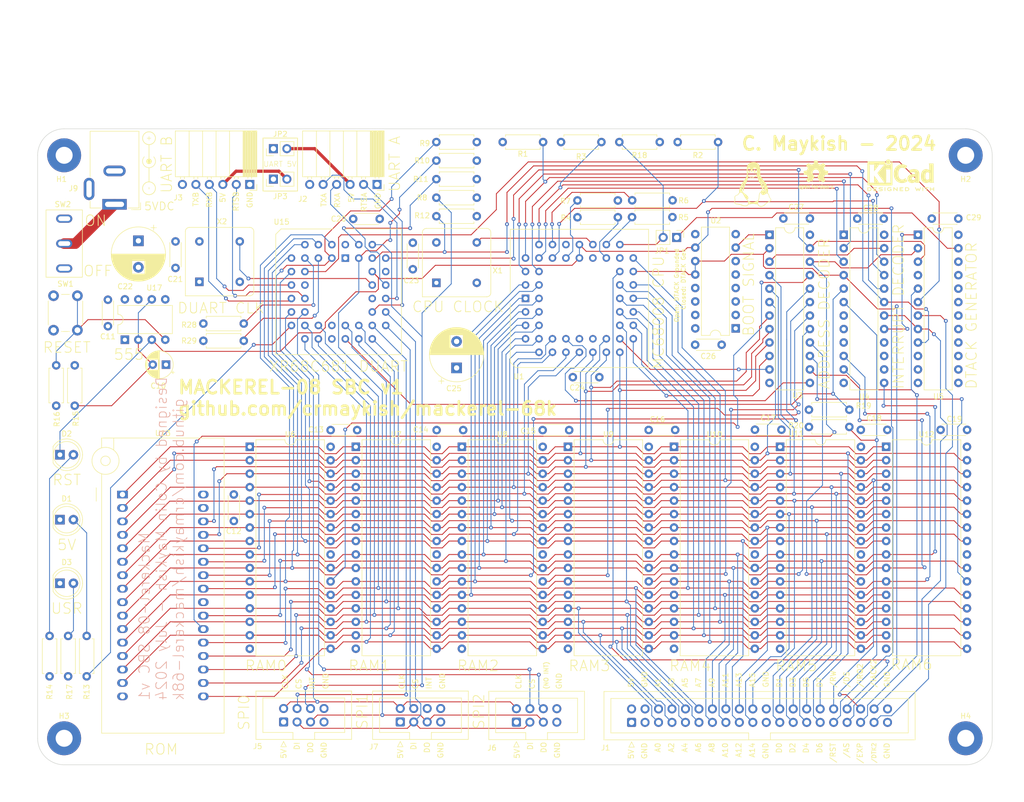
<source format=kicad_pcb>
(kicad_pcb (version 20240108) (generator "pcbnew") (generator_version "8.0")
  (title_block (title "Mackerel-08 SBC v1") (date "2024-07-25") (rev "1.0a") (company "Colin Maykish"))
  (layers (0 "F.Cu" signal) (1 "In1.Cu" signal) (2 "In2.Cu" signal) (31 "B.Cu" signal) (34 "B.Paste" user) (35 "F.Paste" user) (36 "B.SilkS" user "B.Silkscreen") (37 "F.SilkS" user "F.Silkscreen") (38 "B.Mask" user) (39 "F.Mask" user) (44 "Edge.Cuts" user))
  (net 0 "")
  (net 1 "+5V")
  (net 2 "GND")
  (net 3 "{slash}RESET")
  (net 5 "D0")
  (net 6 "D1")
  (net 7 "D2")
  (net 8 "D3")
  (net 9 "D4")
  (net 10 "D5")
  (net 11 "D6")
  (net 12 "D7")
  (net 13 "A0")
  (net 14 "A1")
  (net 15 "A2")
  (net 16 "A3")
  (net 17 "A4")
  (net 18 "A5")
  (net 19 "A6")
  (net 21 "A7")
  (net 22 "A8")
  (net 23 "A9")
  (net 24 "A10")
  (net 25 "A11")
  (net 26 "A12")
  (net 27 "A13")
  (net 28 "A14")
  (net 29 "A15")
  (net 30 "{slash}AS")
  (net 31 "{slash}DS")
  (net 32 "{slash}ROM")
  (net 33 "A16")
  (net 34 "A17")
  (net 35 "A18")
  (net 36 "A19")
  (net 37 "A20")
  (net 38 "A21")
  (net 39 "Net-(D1-A)")
  (net 40 "Net-(D2-A)")
  (net 41 "Net-(D3-A)")
  (net 42 "SPI_INT0")
  (net 43 "SPI_INT1")
  (net 44 "{slash}IPL0")
  (net 45 "{slash}IPL1")
  (net 46 "{slash}IPL2")
  (net 47 "{slash}RW")
  (net 48 "{slash}DTACK_CPU")
  (net 49 "{slash}RAM0")
  (net 50 "{slash}RAM1")
  (net 51 "Net-(JP1-A)")
  (net 52 "FC2")
  (net 53 "FC1")
  (net 54 "FC0")
  (net 55 "{slash}RAM2")
  (net 56 "{slash}IACK")
  (net 57 "{slash}RAM3")
  (net 58 "{slash}IACK_DUART")
  (net 59 "{slash}CTSB")
  (net 60 "BOOT")
  (net 61 "{slash}RAM5")
  (net 62 "{slash}RAM4")
  (net 63 "{slash}RAM6")
  (net 65 "{slash}IRQ_DUART")
  (net 66 "SPI_CS0")
  (net 67 "{slash}CTSA")
  (net 68 "RXB")
  (net 69 "TXB")
  (net 70 "{slash}RTSB")
  (net 71 "SPI_CLK")
  (net 72 "SPI_CS2")
  (net 73 "SPI_DI")
  (net 74 "SPI_CS1")
  (net 75 "{slash}RTSA")
  (net 76 "TXA")
  (net 77 "RXA")
  (net 78 "{slash}DUART")
  (net 79 "SPI_DO")
  (net 83 "{slash}EXP")
  (net 84 "{slash}DTACK_DUART")
  (net 85 "Net-(U17-THR)")
  (net 87 "Net-(J9-VCC)")
  (net 88 "Net-(U1-{slash}BR)")
  (net 89 "Net-(U1-{slash}BGACK)")
  (net 90 "Net-(U1-{slash}BERR)")
  (net 91 "Net-(U1-{slash}VPA)")
  (net 92 "Net-(U15-IP5)")
  (net 93 "Net-(U15-OP7)")
  (net 94 "Net-(U17-R)")
  (net 95 "{slash}IRQ_EXP")
  (net 96 "/CLK_CPU")
  (net 107 "Net-(U15-X1{slash}CLK)")
  (net 116 "{slash}IACK_EXP")
  (net 117 "AS")
  (net 128 "{slash}DTACK_EXP")
  (net 130 "Net-(J2-Pin_3)")
  (net 131 "Net-(J3-Pin_3)")
  (footprint "Button_Switch_THT:SW_PUSH_6mm_H5mm" (layer "F.Cu") (at 23 78 90)
    (property "Reference" "SW1")
    (property "Value" "SW_Push")
  )
  (footprint "Package_LCC:PLCC-52_THT-Socket" (layer "F.Cu") (at 112 72 90)
    (property "Reference" "U1")
    (property "Value" "MC68008")
  )
  (footprint "Resistor_THT:R_Axial_DIN0207_L6.3mm_D2.5mm_P7.62mm_Horizontal" (layer "F.Cu") (at 165.44 96.25)
    (property "Reference" "R20")
    (property "Value" "R")
  )
  (footprint "Capacitor_THT:C_Disc_D4.3mm_W1.9mm_P5.00mm" (layer "F.Cu") (at 90.75 61.5 -90)
    (property "Reference" "C23")
    (property "Value" "C")
  )
  (footprint "Package_DIP:DIP-32_W15.24mm" (layer "F.Cu") (at 180 100)
    (property "Reference" "U12")
    (property "Value" "AS6C4008-55PCN")
  )
  (footprint "Resistor_THT:R_Axial_DIN0207_L6.3mm_D2.5mm_P7.62mm_Horizontal" (layer "F.Cu") (at 51.25 80)
    (property "Reference" "R29")
    (property "Value" "R")
  )
  (footprint "Capacitor_THT:C_Disc_D4.3mm_W1.9mm_P5.00mm" (layer "F.Cu") (at 95.2392 96.8502)
    (property "Reference" "C14")
    (property "Value" "C")
  )
  (footprint "Resistor_THT:R_Axial_DIN0207_L6.3mm_D2.5mm_P7.62mm_Horizontal" (layer "F.Cu") (at 95.19 49.5)
    (property "Reference" "R11")
    (property "Value" "R")
  )
  (footprint "Resistor_THT:R_Axial_DIN0207_L6.3mm_D2.5mm_P7.62mm_Horizontal" (layer "F.Cu") (at 22.25 143.31 90)
    (property "Reference" "R14")
    (property "Value" "R")
  )
  (footprint "Package_DIP:DIP-32_W15.24mm" (layer "F.Cu") (at 80 100)
    (property "Reference" "U7")
    (property "Value" "AS6C4008-55PCN")
  )
  (footprint "Capacitor_THT:C_Disc_D4.3mm_W1.9mm_P5.00mm" (layer "F.Cu") (at 175.2238 96.7994)
    (property "Reference" "C18")
    (property "Value" "C")
  )
  (footprint "LOGO" (layer "F.Cu") (at 41 46.5 90)
    (property "Reference" "G***" (hide yes))
    (property "Value" "LOGO" (hide yes))
  )
  (footprint "LED_THT:LED_D5.0mm" (layer "F.Cu") (at 24.21 125.75)
    (property "Reference" "D3")
    (property "Value" "LED")
  )
  (footprint "Resistor_THT:R_Axial_DIN0207_L6.3mm_D2.5mm_P7.62mm_Horizontal" (layer "F.Cu") (at 132.1054 53.4924)
    (property "Reference" "R6")
    (property "Value" "R")
  )
  (footprint "Connector_PinHeader_2.54mm:PinHeader_1x02_P2.54mm_Vertical" (layer "F.Cu") (at 64.46 49.5 90)
    (property "Reference" "JP3")
    (property "Value" "Jumper_2_Open")
  )
  (footprint "Capacitor_THT:C_Disc_D4.3mm_W1.9mm_P5.00mm" (layer "F.Cu") (at 33.25 72.25 -90)
    (property "Reference" "C11")
    (property "Value" "C")
  )
  (footprint "Resistor_THT:R_Axial_DIN0207_L6.3mm_D2.5mm_P7.62mm_Horizontal" (layer "F.Cu") (at 51.25 76.75)
    (property "Reference" "R28")
    (property "Value" "R")
  )
  (footprint "Package_DIP:DIP-16_W7.62mm" (layer "F.Cu") (at 151.628 77.6582 180)
    (property "Reference" "U2")
    (property "Value" "74HC595")
  )
  (footprint "Package_DIP:DIP-24_W7.62mm" (layer "F.Cu") (at 158 60)
    (property "Reference" "U3")
    (property "Value" "ATF22V10C")
  )
  (footprint "Connector_BarrelJack:BarrelJack_GCT_DCJ200-10-A_Horizontal" (layer "F.Cu") (at 34.5 54.25 180)
    (property "Reference" "J9")
    (property "Value" "DC_Jack")
  )
  (footprint "MountingHole:MountingHole_3.2mm_M3_Pad" (layer "F.Cu") (at 195 155)
    (property "Reference" "H4")
    (property "Value" "MountingHole")
  )
  (footprint "Capacitor_THT:CP_Radial_D5.0mm_P2.50mm" (layer "F.Cu") (at 44.205112 84.5 180)
    (property "Reference" "C10")
    (property "Value" "C_Polarized")
  )
  (footprint "Capacitor_THT:C_Disc_D4.3mm_W1.9mm_P5.00mm" (layer "F.Cu") (at 195.2606 96.7994 180)
    (property "Reference" "C19")
    (property "Value" "C")
  )
  (footprint "Resistor_THT:R_Axial_DIN0207_L6.3mm_D2.5mm_P7.62mm_Horizontal" (layer "F.Cu") (at 129.69 42.5)
    (property "Reference" "R18")
    (property "Value" "R")
  )
  (footprint "Resistor_THT:R_Axial_DIN0207_L6.3mm_D2.5mm_P7.62mm_Horizontal" (layer "F.Cu") (at 29.25 143.31 90)
    (property "Reference" "R13")
    (property "Value" "R")
  )
  (footprint "Connector_IDC:IDC-Header_2x04_P2.54mm_Vertical" (layer "F.Cu") (at 88.38 151.92 90)
    (property "Reference" "J7")
    (property "Value" "Conn_02x04_Odd_Even")
  )
  (footprint "Connector_PinHeader_2.54mm:PinHeader_1x02_P2.54mm_Vertical" (layer "F.Cu") (at 140.5 60.5 -90)
    (property "Reference" "JP1")
    (property "Value" "Jumper_2_Open")
  )
  (footprint "Resistor_THT:R_Axial_DIN0207_L6.3mm_D2.5mm_P7.62mm_Horizontal" (layer "F.Cu") (at 95.19 46)
    (property "Reference" "R10")
    (property "Value" "R")
  )
  (footprint "Capacitor_THT:C_Disc_D4.3mm_W1.9mm_P5.00mm" (layer "F.Cu") (at 135.2188 96.8248)
    (property "Reference" "C16")
    (property "Value" "C")
  )
  (footprint "Resistor_THT:R_Axial_DIN0207_L6.3mm_D2.5mm_P7.62mm_Horizontal" (layer "F.Cu") (at 118.69 42.5)
    (property "Reference" "R3")
    (property "Value" "R")
  )
  (footprint "Package_DIP:DIP-32_W15.24mm" (layer "F.Cu") (at 120 100)
    (property "Reference" "U9")
    (property "Value" "AS6C4008-55PCN")
  )
  (footprint "Capacitor_THT:C_Disc_D4.3mm_W1.9mm_P5.00mm" (layer "F.Cu") (at 179.5526 56.9468 180)
    (property "Reference" "C28")
    (property "Value" "C")
  )
  (footprint "herring:SW_Mini_Toggle" (layer "F.Cu") (at 21.582 68.005 90)
    (property "Reference" "SW2")
    (property "Value" "SW_SPDT")
  )
  (footprint "Capacitor_THT:C_Disc_D4.3mm_W1.9mm_P5.00mm" (layer "F.Cu") (at 115.229 96.8502)
    (property "Reference" "C15")
    (property "Value" "C")
  )
  (footprint "Capacitor_THT:C_Disc_D4.3mm_W1.9mm_P5.00mm" (layer "F.Cu") (at 120.9186 86.868)
    (property "Reference" "C24")
    (property "Value" "C")
  )
  (footprint "MountingHole:MountingHole_3.2mm_M3_Pad" (layer "F.Cu") (at 25 155)
    (property "Reference" "H3")
    (property "Value" "MountingHole")
  )
  (footprint "Capacitor_THT:CP_Radial_D10.0mm_P5.00mm" (layer "F.Cu") (at 99 85.117677 90)
    (property "Reference" "C25")
    (property "Value" "C_Polarized")
  )
  (footprint "Oscillator:Oscillator_DIP-8" (layer "F.Cu") (at 95.19 69.06)
    (property "Reference" "X1")
    (property "Value" "CXO_DIP8")
  )
  (footprint "Connector_PinHeader_2.54mm:PinHeader_1x02_P2.54mm_Vertical" (layer "F.Cu") (at 64.46 43.75 90)
    (property "Reference" "JP2")
    (property "Value" "Jumper_2_Open")
  )
  (footprint "Package_DIP:DIP-32_W15.24mm" (layer "F.Cu") (at 140 100)
    (property "Reference" "U10")
    (property "Value" "AS6C4008-55PCN")
  )
  (footprint "Resistor_THT:R_Axial_DIN0207_L6.3mm_D2.5mm_P7.62mm_Horizontal" (layer "F.Cu") (at 107.69 42.5)
    (property "Reference" "R1")
    (property "Value" "R")
  )
  (footprint "Package_LCC:PLCC-44_THT-Socket" (layer "F.Cu") (at 78.02 64.4)
    (property "Reference" "U15")
    (property "Value" "XR68C681")
  )
  (footprint "Package_DIP:DIP-32_W15.24mm" (layer "F.Cu") (at 60 100)
    (property "Reference" "U6")
    (property "Value" "AS6C4008-55PCN")
  )
  (footprint "Package_DIP:DIP-32_W15.24mm" (layer "F.Cu") (at 100 100)
    (property "Reference" "U8")
    (property "Value" "AS6C4008-55PCN")
  )
  (footprint "Capacitor_THT:C_Disc_D4.3mm_W1.9mm_P5.00mm" (layer "F.Cu") (at 165.6188 56.9214 180)
    (property "Reference" "C27")
    (property "Value" "C")
  )
  (footprint "LED_THT:LED_D5.0mm" (layer "F.Cu") (at 24.21 101.5)
    (property "Reference" "D2")
    (property "Value" "LED")
  )
  (footprint "Resistor_THT:R_Axial_DIN0207_L6.3mm_D2.5mm_P7.62mm_Horizontal" (layer "F.Cu") (at 129.413 56.6928 180)
    (property "Reference" "R4")
    (property "Value" "R")
  )
  (footprint "Connector_PinSocket_2.54mm:PinSocket_1x06_P2.54mm_Horizontal" (layer "F.Cu") (at 60 50.5 -90)
    (property "Reference" "J3")
    (property "Value" "Conn_01x06")
  )
  (footprint "Connector_IDC:IDC-Header_2x20_P2.54mm_Vertical" (layer "F.Cu") (at 132 152 90)
    (property "Reference" "J1")
    (property "Value" "Conn_02x20_Odd_Even")
  )
  (footprint "Capacitor_THT:CP_Radial_D10.0mm_P5.00mm" (layer "F.Cu") (at 39 61.132323 -90)
    (property "Reference" "C22")
    (property "Value" "C_Polarized")
  )
  (footprint "Capacitor_THT:C_Disc_D4.3mm_W1.9mm_P5.00mm" (layer "F.Cu") (at 143.9818 80.7466)
    (property "Reference" "C26")
    (property "Value" "C")
  )
  (footprint "Package_DIP:DIP-32_W15.24mm" (layer "F.Cu") (at 160 100)
    (property "Reference" "U11")
    (property "Value" "AS6C4008-55PCN")
  )
  (footprint "Symbol:OSHW-Logo2_7.3x6mm_SilkScreen" (layer "F.Cu") (at 166.75 48.75)
    (property "Reference" "REF**" (hide yes))
    (property "Value" "OSHW-Logo2_7.3x6mm_SilkScreen" (hide yes))
  )
  (footprint "Connector_IDC:IDC-Header_2x04_P2.54mm_Vertical" (layer "F.Cu") (at 110.28 151.96 90)
    (property "Reference" "J6")
    (property "Value" "Conn_02x04_Odd_Even")
  )
  (footprint "Resistor_THT:R_Axial_DIN0207_L6.3mm_D2.5mm_P7.62mm_Horizontal" (layer "F.Cu") (at 132.08 56.6674)
    (property "Reference" "R5")
    (property "Value" "R")
  )
  (footprint "Resistor_THT:R_Axial_DIN0207_L6.3mm_D2.5mm_P7.62mm_Horizontal" (layer "F.Cu") (at 140.69 42.5)
    (property "Reference" "R2")
    (property "Value" "R")
  )
  (footprint "Connector_PinSocket_2.54mm:PinSocket_1x06_P2.54mm_Horizontal" (layer "F.Cu") (at 84 50.5 -90)
    (property "Reference" "J2")
    (property "Value" "Conn_01x06")
  )
  (footprint "Resistor_THT:R_Axial_DIN0207_L6.3mm_D2.5mm_P7.62mm_Horizontal" (layer "F.Cu") (at 95.19 56.5)
    (property "Reference" "R12")
    (property "Value" "R")
  )
  (footprint "Capacitor_THT:C_Disc_D4.3mm_W1.9mm_P5.00mm" (layer "F.Cu") (at 79.5 57)
    (property "Reference" "C20")
    (property "Value" "C")
  )
  (footprint "Socket:DIP_Socket-32_W11.9_W12.7_W15.24_W17.78_W18.5_3M_232-1285-00-0602J" (layer "F.Cu") (at 36 109)
    (property "Reference" "U13")
    (property "Value" "SST39SF040")
  )
  (footprint "LED_THT:LED_D5.0mm" (layer "F.Cu") (at 24.21 113.75)
    (property "Reference" "D1")
    (property "Value" "LED")
  )
  (footprint "Resistor_THT:R_Axial_DIN0207_L6.3mm_D2.5mm_P7.62mm_Horizontal" (layer "F.Cu") (at 23.5 92.25 90)
    (property "Reference" "R16")
    (property "Value" "R")
  )
  (footprint "Oscillator:Oscillator_DIP-8" (layer "F.Cu") (at 50.5 68.87)
    (property "Reference" "X2")
    (property "Value" "CXO_DIP8")
  )
  (footprint "Connector_IDC:IDC-Header_2x04_P2.54mm_Vertical" (layer "F.Cu") (at 66.38 151.92 90)
    (property "Reference" "J5")
    (property "Value" "Conn_02x04_Odd_Even")
  )
  (footprint "Resistor_THT:R_Axial_DIN0207_L6.3mm_D2.5mm_P7.62mm_Horizontal" (layer "F.Cu") (at 121.793 53.5178)
    (property "Reference" "R7")
    (property "Value" "R")
  )
  (footprint "Capacitor_THT:C_Disc_D4.3mm_W1.9mm_P5.00mm" (layer "F.Cu") (at 75.2494 96.8502)
    (property "Reference" "C13")
    (property "Value" "C")
  )
  (footprint "Resistor_THT:R_Axial_DIN0207_L6.3mm_D2.5mm_P7.62mm_Horizontal" (layer "F.Cu") (at 95.19 42.5)
    (property "Reference" "R9")
    (property "Value" "R")
  )
  (footprint "MountingHole:MountingHole_3.2mm_M3_Pad" (layer "F.Cu") (at 195 45)
    (property "Reference" "H2")
    (property "Value" "MountingHole")
  )
  (footprint "Resistor_THT:R_Axial_DIN0207_L6.3mm_D2.5mm_P7.62mm_Horizontal" (layer "F.Cu") (at 95.19 53)
    (property "Reference" "R8")
    (property "Value" "R")
  )
  (footprint "Package_DIP:DIP-24_W7.62mm" (layer "F.Cu") (at 172 60)
    (property "Reference" "U4")
    (property "Value" "ATF22V10C")
  )
  (footprint "Resistor_THT:R_Axial_DIN0207_L6.3mm_D2.5mm_P7.62mm_Horizontal" (layer "F.Cu") (at 165.44 93)
    (property "Reference" "R19")
    (property "Value" "R")
  )
  (footprint "Capacitor_THT:C_Disc_D4.3mm_W1.9mm_P5.00mm" (layer "F.Cu") (at 46 61.25 -90)
    (property "Reference" "C21")
    (property "Value" "C")
  )
  (footprint "Package_DIP:DIP-8_W7.62mm" (layer "F.Cu") (at 36.45 79.8 90)
    (property "Reference" "U17")
    (property "Value" "NE555P")
  )
  (footprint "Capacitor_THT:C_Disc_D4.3mm_W1.9mm_P5.00mm" (layer "F.Cu") (at 155.2594 96.774)
    (property "Reference" "C17")
    (property "Value" "C")
  )
  (footprint "Capacitor_THT:C_Disc_D4.3mm_W1.9mm_P5.00mm" (layer "F.Cu") (at 193.6096 56.9468 180)
    (property "Reference" "C29")
    (property "Value" "C")
  )
  (footprint "Resistor_THT:R_Axial_DIN0207_L6.3mm_D2.5mm_P7.62mm_Horizontal" (layer "F.Cu") (at 25.75 143.31 90)
    (property "Reference" "R17")
    (property "Value" "R")
  )
  (footprint "Resistor_THT:R_Axial_DIN0207_L6.3mm_D2.5mm_P7.62mm_Horizontal" (layer "F.Cu") (at 27 92.25 90)
    (property "Reference" "R15")
    (property "Value" "R")
  )
  (footprint "Symbol:KiCad-Logo2_5mm_SilkScreen" (layer "F.Cu") (at 182.75 48.75)
    (property "Reference" "REF**" (hide yes))
    (property "Value" "KiCad-Logo2_5mm_SilkScreen" (hide yes))
  )
  (footprint "MountingHole:MountingHole_3.2mm_M3_Pad" (layer "F.Cu") (at 25 45)
    (property "Reference" "H1")
    (property "Value" "MountingHole")
  )
  (footprint "Package_DIP:DIP-24_W7.62mm" (layer "F.Cu") (at 186 60)
    (property "Reference" "U5")
    (property "Value" "ATF22V10C")
  )
  (footprint "Capacitor_THT:C_Disc_D4.3mm_W1.9mm_P5.00mm" (layer "F.Cu") (at 57 109 -90)
    (property "Reference" "C12")
    (property "Value" "C")
  )
  (gr_poly (pts (xy 155.015059 46.263147) (xy 155.136019 46.267462) (xy 155.248998 46.279611) (xy 155.354265 46.29922) (xy 155.452092 46.325914) (xy 155.542746 46.359319) (xy 155.626498 46.399061) (xy 155.703618 46.444764) (xy 155.774375 46.496054) (xy 155.83904 46.552558) (xy 155.89788 46.6139) (xy 155.951167 46.679706) (xy 155.999171 46.749601) (xy 156.042159 46.823211) (xy 156.080404 46.900161) (xy 156.114173 46.980078) (xy 156.143738 47.062585) (xy 156.19133 47.233877) (xy 156.225339 47.41104) (xy 156.247921 47.59108) (xy 156.261234 47.770999) (xy 156.267436 47.947802) (xy 156.268684 48.118493) (xy 156.26495 48.429555) (xy 156.265244 48.47572) (xy 156.267134 48.520973) (xy 156.27057 48.565346) (xy 156.275501 48.608872) (xy 156.281876 48.651583) (xy 156.289647 48.693514) (xy 156.298761 48.734696) (xy 156.309169 48.775163) (xy 156.333665 48.854082) (xy 156.362731 48.930534) (xy 156.395964 49.004782) (xy 156.432961 49.07709) (xy 156.473319 49.14772) (xy 156.516635 49.216936) (xy 156.562507 49.285001) (xy 156.610529 49.352178) (xy 156.711418 49.48492) (xy 156.816078 49.617269) (xy 156.912953 49.735136) (xy 157.014718 49.864924) (xy 157.118771 50.005781) (xy 157.22251 50.156854) (xy 157.27345 50.235956) (xy 157.323336 50.317292) (xy 157.371842 50.400755) (xy 157.418645 50.48624) (xy 157.463418 50.573639) (xy 157.505837 50.662847) (xy 157.545576 50.753756) (xy 157.58231 50.846259) (xy 157.610138 50.922515) (xy 157.635564 50.999734) (xy 157.658418 51.077857) (xy 157.678532 51.156826) (xy 157.695736 51.236581) (xy 157.709861 51.317063) (xy 157.720737 51.398212) (xy 157.728195 51.479969) (xy 157.732066 51.562275) (xy 157.73218 51.645071) (xy 157.728368 51.728297) (xy 157.720461 51.811893) (xy 157.708288 51.895801) (xy 157.691682 51.979962) (xy 157.670471 52.064316) (xy 157.644488 52.148803) (xy 157.648859 52.149131) (xy 157.653234 52.149619) (xy 157.657608 52.150264) (xy 157.661971 52.151064) (xy 157.666318 52.152018) (xy 157.67064 52.153123) (xy 157.67493 52.154378) (xy 157.679181 52.155781) (xy 157.683386 52.157329) (xy 157.687537 52.159022) (xy 157.691626 52.160856) (xy 157.695647 52.16283) (xy 157.699592 52.164942) (xy 157.703454 52.16719) (xy 157.707225 52.169572) (xy 157.710898 52.172086) (xy 157.715249 52.176237) (xy 157.71957 52.179991) (xy 157.723866 52.183399) (xy 157.728137 52.18651) (xy 157.732387 52.189375) (xy 157.736617 52.192043) (xy 157.745029 52.19699) (xy 157.753391 52.201751) (xy 157.75756 52.204187) (xy 157.761723 52.206726) (xy 157.765883 52.209419) (xy 157.770042 52.212315) (xy 157.774202 52.215465) (xy 157.778367 52.218918) (xy 157.79812 52.236722) (xy 157.816178 52.255472) (xy 157.832649 52.275117) (xy 157.847642 52.295605) (xy 157.861267 52.316884) (xy 157.873631 52.338901) (xy 157.884844 52.361605) (xy 157.895015 52.384943) (xy 157.904253 52.408865) (xy 157.912666 52.433318) (xy 157.920364 52.458249) (xy 157.927455 52.483608) (xy 157.940254 52.535399) (xy 157.951933 52.588276) (xy 157.963714 52.638919) (xy 157.975535 52.687433) (xy 157.987833 52.733472) (xy 157.994298 52.755456) (xy 158.001046 52.776692) (xy 158.008133 52.797138) (xy 158.015611 52.81675) (xy 158.023537 52.835486) (xy 158.031965 52.853301) (xy 158.04095 52.870154) (xy 158.050546 52.886002) (xy 158.060807 52.9008) (xy 158.071789 52.914507) (xy 158.073112 52.915829) (xy 158.073112 52.95049) (xy 158.1058 52.987095) (xy 158.13611 53.02254) (xy 158.164067 53.056895) (xy 158.189694 53.090227) (xy 158.213015 53.122607) (xy 158.234051 53.154101) (xy 158.252828 53.184779) (xy 158.269367 53.21471) (xy 158.283692 53.243961) (xy 158.295827 53.272602) (xy 158.305795 53.300702) (xy 158.313618 53.328328) (xy 158.319321 53.355549) (xy 158.322926 53.382435) (xy 158.324457 53.409053) (xy 158.323937 53.435472) (xy 158.323024 53.448149) (xy 158.321582 53.460584) (xy 158.319624 53.472782) (xy 158.317163 53.484743) (xy 158.314212 53.496473) (xy 158.310782 53.507975) (xy 158.306887 53.51925) (xy 158.302539 53.530304) (xy 158.297751 53.541139) (xy 158.292535 53.551757) (xy 158.286904 53.562164) (xy 158.28087 53.572361) (xy 158.267646 53.59214) (xy 158.252963 53.611122) (xy 158.236922 53.629331) (xy 158.219623 53.646795) (xy 158.201169 53.663538) (xy 158.181658 53.679587) (xy 158.161192 53.694968) (xy 158.139872 53.709707) (xy 158.117799 53.723829) (xy 158.095073 53.737361) (xy 158.047682 53.764593) (xy 157.997751 53.791309) (xy 157.891869 53.844302) (xy 157.780622 53.898561) (xy 157.667209 53.956304) (xy 157.610688 53.987176) (xy 157.554824 54.019752) (xy 157.500017 54.054309) (xy 157.446666 54.091125) (xy 157.39517 54.130478) (xy 157.34593 54.172644) (xy 157.299345 54.217901) (xy 157.277173 54.241776) (xy 157.255814 54.266528) (xy 157.21128 54.316422) (xy 157.165558 54.363773) (xy 157.118754 54.408525) (xy 157.070978 54.45062) (xy 157.022337 54.490002) (xy 156.972939 54.526614) (xy 156.922891 54.5604) (xy 156.872301 54.591304) (xy 156.821277 54.619268) (xy 156.769927 54.644236) (xy 156.718358 54.666151) (xy 156.666678 54.684958) (xy 156.614996 54.700598) (xy 156.563418 54.713017) (xy 156.512052 54.722157) (xy 156.461006 54.727961) (xy 156.435463 54.729471) (xy 156.410044 54.730133) (xy 156.384767 54.729945) (xy 156.35965 54.728905) (xy 156.334711 54.727014) (xy 156.309969 54.72427) (xy 156.285441 54.720673) (xy 156.261147 54.71622) (xy 156.237103 54.710912) (xy 156.213329 54.704746) (xy 156.189842 54.697724) (xy 156.166661 54.689842) (xy 156.143805 54.681101) (xy 156.12129 54.671499) (xy 156.099136 54.661036) (xy 156.07736 54.64971) (xy 156.055982 54.637521) (xy 156.035018 54.624467) (xy 156.014488 54.610548) (xy 155.99441 54.595762) (xy 155.974801 54.580109) (xy 155.95568 54.563588) (xy 155.937065 54.546197) (xy 155.918974 54.527936) (xy 155.901427 54.508804) (xy 155.884439 54.488799) (xy 155.868032 54.467921) (xy 155.852221 54.446169) (xy 155.837025 54.423542) (xy 155.822464 54.400039) (xy 155.808554 54.375659) (xy 155.795315 54.350401) (xy 155.795315 54.349078) (xy 155.788386 54.332069) (xy 155.782056 54.316939) (xy 155.776278 54.303062) (xy 155.771006 54.289811) (xy 155.766192 54.27656) (xy 155.763943 54.269739) (xy 155.761791 54.262683) (xy 155.75973 54.255314) (xy 155.757755 54.247553) (xy 155.755861 54.239323) (xy 155.75404 54.230544) (xy 155.688197 54.233626) (xy 155.623439 54.233815) (xy 155.559791 54.231518) (xy 155.497278 54.227142) (xy 155.435924 54.221093) (xy 155.375755 54.213778) (xy 155.25907 54.196976) (xy 155.14742 54.179987) (xy 155.041004 54.166065) (xy 154.98982 54.16127) (xy 154.94002 54.158462) (xy 154.891627 54.158046) (xy 154.844666 54.16043) (xy 154.778211 54.165584) (xy 154.714763 54.172154) (xy 154.654154 54.179902) (xy 154.596214 54.188588) (xy 154.487674 54.207818) (xy 154.387797 54.227932) (xy 154.295237 54.247017) (xy 154.208649 54.263159) (xy 154.167174 54.269529) (xy 154.126687 54.274445) (xy 154.087021 54.27767) (xy 154.048006 54.278963) (xy 154.031386 54.310159) (xy 154.013121 54.340212) (xy 153.993279 54.369072) (xy 153.971926 54.396686) (xy 153.94913 54.423005) (xy 153.924958 54.447976) (xy 153.899476 54.471549) (xy 153.872753 54.493673) (xy 153.844854 54.514296) (xy 153.815847 54.533367) (xy 153.785799 54.550835) (xy 153.754778 54.566648) (xy 153.722849 54.580757) (xy 153.69008 54.593109) (xy 153.656539 54.603653) (xy 153.622292 54.612339) (xy 153.571906 54.623835) (xy 153.520042 54.632078) (xy 153.466806 54.637138) (xy 153.412307 54.639086) (xy 153.356654 54.637993) (xy 153.299953 54.633928) (xy 153.242314 54.626962) (xy 153.183844 54.617167) (xy 153.124651 54.604612) (xy 153.064845 54.589368) (xy 153.004532 54.571506) (xy 152.943821 54.551095) (xy 152.88282 54.528208) (xy 152.821638 54.502913) (xy 152.760382 54.475283) (xy 152.69916 54.445386) (xy 152.640858 54.416976) (xy 152.580923 54.392494) (xy 152.519622 54.371535) (xy 152.457219 54.353692) (xy 152.393981 54.338558) (xy 152.330173 54.325729) (xy 152.266061 54.314796) (xy 152.201909 54.305356) (xy 151.95022 54.274383) (xy 151.831043 54.257284) (xy 151.774051 54.24691) (xy 151.719143 54.234778) (xy 151.666755 54.216989) (xy 151.641267 54.20784) (xy 151.616349 54.198382) (xy 151.592073 54.188507) (xy 151.568515 54.178112) (xy 151.545749 54.16709) (xy 151.523848 54.155337) (xy 151.502886 54.142747) (xy 151.482938 54.129214) (xy 151.473367 54.122061) (xy 151.464078 54.114633) (xy 151.455078 54.106916) (xy 151.446379 54.098898) (xy 151.437988 54.090566) (xy 151.429915 54.081905) (xy 151.42217 54.072903) (xy 151.414762 54.063548) (xy 151.407699 54.053824) (xy 151.400991 54.04372) (xy 151.394648 54.033223) (xy 151.388679 54.022318) (xy 151.378142 53.999273) (xy 151.369261 53.975152) (xy 151.362048 53.94991) (xy 151.356516 53.9235) (xy 151.352676 53.895876) (xy 151.350542 53.866993) (xy 151.350125 53.836803) (xy 151.350981 53.816251) (xy 151.472286 53.816251) (xy 151.472359 53.840623) (xy 151.473724 53.863239) (xy 151.47631 53.88411) (xy 151.480044 53.903247) (xy 151.484856 53.920659) (xy 151.490672 53.936357) (xy 151.497423 53.950351) (xy 151.505493 53.963243) (xy 151.514622 53.975621) (xy 151.524808 53.98748) (xy 151.536048 53.998815) (xy 151.548341 54.009622) (xy 151.561684 54.019896) (xy 151.576076 54.02963) (xy 151.591515 54.038821) (xy 151.607999 54.047463) (xy 151.625526 54.055552) (xy 151.644094 54.063081) (xy 151.663701 54.070046) (xy 151.684345 54.076443) (xy 151.706025 54.082265) (xy 151.728737 54.087509) (xy 151.752481 54.092168) (xy 151.80296 54.100242) (xy 151.856558 54.107081) (xy 151.971875 54.118705) (xy 152.095953 54.130347) (xy 152.226317 54.145316) (xy 152.293081 54.155082) (xy 152.360488 54.16692) (xy 152.428227 54.181245) (xy 152.495989 54.198468) (xy 152.563465 54.219005) (xy 152.630343 54.243268) (xy 152.696316 54.271671) (xy 152.761073 54.304628) (xy 152.818901 54.334018) (xy 152.876615 54.360696) (xy 152.934097 54.384695) (xy 152.991227 54.40605) (xy 153.047886 54.424797) (xy 153.103954 54.440969) (xy 153.159312 54.4546) (xy 153.213841 54.465726) (xy 153.267421 54.474381) (xy 153.319933 54.480599) (xy 153.371257 54.484415) (xy 153.421274 54.485864) (xy 153.469866 54.484979) (xy 153.516911 54.481795) (xy 153.562291 54.476347) (xy 153.605887 54.46867) (xy 153.647569 54.457745) (xy 153.687337 54.444686) (xy 153.725119 54.429447) (xy 153.760842 54.411983) (xy 153.794436 54.39225) (xy 153.825828 54.370202) (xy 153.840675 54.358296) (xy 153.854945 54.345794) (xy 153.868628 54.332692) (xy 153.881716 54.318982) (xy 153.894199 54.30466) (xy 153.906068 54.289721) (xy 153.917315 54.274157) (xy 153.92793 54.257965) (xy 153.937904 54.241137) (xy 153.947229 54.223669) (xy 153.955895 54.205555) (xy 153.963893 54.18679) (xy 153.971215 54.167367) (xy 153.977851 54.147281) (xy 153.983792 54.126526) (xy 153.98903 54.105098) (xy 153.993555 54.082989) (xy 153.997358 54.060195) (xy 154.000213 54.038372) (xy 155.861834 54.038372) (xy 155.861966 54.074863) (xy 155.863916 54.110063) (xy 155.867797 54.143877) (xy 155.87372 54.17621) (xy 155.881796 54.206964) (xy 155.892136 54.236044) (xy 155.89819 54.249926) (xy 155.904851 54.263353) (xy 155.906174 54.264676) (xy 155.929372 54.309082) (xy 155.954465 54.349875) (xy 155.967698 54.368939) (xy 155.981376 54.387127) (xy 155.995488 54.404447) (xy 156.010027 54.420908) (xy 156.024981 54.436519) (xy 156.040342 54.45129) (xy 156.056099 54.465227) (xy 156.072243 54.478342) (xy 156.105653 54.502136) (xy 156.140495 54.522744) (xy 156.176693 54.540235) (xy 156.214168 54.554682) (xy 156.252844 54.566154) (xy 156.292643 54.574722) (xy 156.333489 54.580459) (xy 156.375304 54.583433) (xy 156.418012 54.583718) (xy 156.461534 54.581382) (xy 156.505881 54.576559) (xy 156.550839 54.568842) (xy 156.596292 54.558237) (xy 156.642125 54.544754) (xy 156.688223 54.5284) (xy 156.734471 54.509182) (xy 156.780754 54.487109) (xy 156.826957 54.462188) (xy 156.872964 54.434426) (xy 156.918661 54.403833) (xy 156.963933 54.370414) (xy 157.008664 54.334179) (xy 157.052739 54.295135) (xy 157.096043 54.253289) (xy 157.138461 54.208649) (xy 157.179878 54.161224) (xy 157.203803 54.133337) (xy 157.228508 54.106549) (xy 157.280032 54.056103) (xy 157.333987 54.009553) (xy 157.389912 53.966565) (xy 157.447345 53.926805) (xy 157.505826 53.889939) (xy 157.564891 53.855631) (xy 157.624081 53.82355) (xy 157.740983 53.764727) (xy 157.852842 53.710796) (xy 157.955963 53.659085) (xy 158.003092 53.633227) (xy 158.046653 53.606922) (xy 158.08561 53.581499) (xy 158.103335 53.569364) (xy 158.119881 53.557478) (xy 158.135237 53.545741) (xy 158.149396 53.534052) (xy 158.162348 53.52231) (xy 158.174083 53.510415) (xy 158.179492 53.504378) (xy 158.184594 53.498266) (xy 158.189388 53.492064) (xy 158.193872 53.485761) (xy 158.198045 53.479344) (xy 158.201907 53.472801) (xy 158.205455 53.466119) (xy 158.20869 53.459284) (xy 158.211609 53.452286) (xy 158.214213 53.44511) (xy 158.216499 53.437745) (xy 158.218466 53.430178) (xy 158.220114 53.422396) (xy 158.221442 53.414387) (xy 158.222447 53.406138) (xy 158.22313 53.397637) (xy 158.222918 53.381513) (xy 158.221237 53.364197) (xy 158.218007 53.345685) (xy 158.213146 53.325976) (xy 158.206576 53.305067) (xy 158.198216 53.282955) (xy 158.187985 53.259639) (xy 158.175803 53.235116) (xy 158.161591 53.209384) (xy 158.145267 53.18244) (xy 158.126752 53.154283) (xy 158.105966 53.124909) (xy 158.082827 53.094317) (xy 158.057257 53.062504) (xy 158.029174 53.029467) (xy 157.998499 52.995206) (xy 157.982209 52.975973) (xy 157.967397 52.956001) (xy 157.953952 52.935327) (xy 157.941767 52.913987) (xy 157.93073 52.892017) (xy 157.920732 52.869455) (xy 157.911663 52.846336) (xy 157.903414 52.822697) (xy 157.895876 52.798575) (xy 157.888937 52.774005) (xy 157.876423 52.723669) (xy 157.853772 52.619233) (xy 157.842184 52.573973) (xy 157.829778 52.529613) (xy 157.823143 52.507928) (xy 157.816156 52.486655) (xy 157.808765 52.465858) (xy 157.800921 52.4456) (xy 157.792576 52.425943) (xy 157.783678 52.406951) (xy 157.774179 52.388686) (xy 157.764029 52.371211) (xy 157.753178 52.354588) (xy 157.741576 52.338881) (xy 157.729175 52.324152) (xy 157.715924 52.310464) (xy 157.714601 52.309141) (xy 157.696861 52.293055) (xy 157.679139 52.278854) (xy 157.661406 52.266426) (xy 157.643631 52.255658) (xy 157.625783 52.246439) (xy 157.607831 52.238657) (xy 157.589745 52.2322) (xy 157.571495 52.226955) (xy 157.553049 52.222811) (xy 157.534377 52.219656) (xy 157.515449 52.217377) (xy 157.496233 52.215863) (xy 157.4767 52.215002) (xy 157.456818 52.214681) (xy 157.415887 52.215214) (xy 157.341539 52.218125) (xy 157.316055 52.246828) (xy 157.286893 52.275473) (xy 157.254441 52.303733) (xy 157.219091 52.331284) (xy 157.18123 52.357798) (xy 157.141249 52.382952) (xy 157.099537 52.406419) (xy 157.056483 52.427873) (xy 157.012478 52.44699) (xy 156.967911 52.463443) (xy 156.92317 52.476907) (xy 156.878646 52.487057) (xy 156.834729 52.493567) (xy 156.813119 52.495355) (xy 156.791807 52.496111) (xy 156.770841 52.495794) (xy 156.75027 52.494364) (xy 156.730142 52.491779) (xy 156.710507 52.488) (xy 156.692939 52.48311) (xy 156.675855 52.477196) (xy 156.659257 52.470293) (xy 156.643148 52.462438) (xy 156.62753 52.453667) (xy 156.612404 52.444015) (xy 156.597773 52.433518) (xy 156.58364 52.422214) (xy 156.570005 52.410136) (xy 156.556872 52.397323) (xy 156.532118 52.36963) (xy 156.509396 52.339424) (xy 156.488721 52.306992) (xy 156.470111 52.272622) (xy 156.453583 52.236602) (xy 156.439154 52.19922) (xy 156.426841 52.160764) (xy 156.416662 52.121522) (xy 156.408633 52.081782) (xy 156.402771 52.041832) (xy 156.399093 52.00196) (xy 156.398299 52.002754) (xy 156.383218 52.01122) (xy 156.361597 52.02394) (xy 156.341156 52.037886) (xy 156.321854 52.053049) (xy 156.303649 52.06942) (xy 156.286499 52.086991) (xy 156.270364 52.105753) (xy 156.255202 52.125699) (xy 156.240971 52.146819) (xy 156.22763 52.169104) (xy 156.215138 52.192547) (xy 156.203452 52.217139) (xy 156.192532 52.242871) (xy 156.182336 52.269734) (xy 156.172822 52.297721) (xy 156.16395 52.326823) (xy 156.155677 52.357031) (xy 156.141437 52.423004) (xy 156.129471 52.493402) (xy 156.11947 52.568036) (xy 156.111128 52.646716) (xy 156.104137 52.729253) (xy 156.098192 52.815458) (xy 156.088208 52.998116) (xy 156.084999 53.035094) (xy 156.080139 53.073055) (xy 156.07378 53.111927) (xy 156.066074 53.15164) (xy 156.047233 53.233301) (xy 156.02484 53.317468) (xy 155.97428 53.491035) (xy 155.948556 53.579294) (xy 155.924166 53.667776) (xy 155.902511 53.754899) (xy 155.893022 53.797727) (xy 155.884574 53.839937) (xy 155.877277 53.881435) (xy 155.871244 53.922124) (xy 155.866585 53.961907) (xy 155.863411 54.000688) (xy 155.861834 54.038372) (xy 154.000213 54.038372) (xy 154.00043 54.03671) (xy 154.002762 54.012529) (xy 154.002762 54.009618) (xy 154.003816 53.98025) (xy 154.001911 53.950099) (xy 153.997192 53.919183) (xy 153.989802 53.887521) (xy 153.979883 53.855131) (xy 153.967578 53.82203) (xy 153.953031 53.788236) (xy 153.936385 53.753766) (xy 153.917782 53.71864) (xy 153.897365 53.682873) (xy 153.875279 53.646486) (xy 153.851664 53.609494) (xy 153.800426 53.53377) (xy 153.744794 53.455845) (xy 153.686395 53.380446) (xy 153.626851 53.306327) (xy 153.5676 53.233305) (xy 153.510075 53.161199) (xy 153.455713 53.089824) (xy 153.430167 53.054353) (xy 153.405949 53.018997) (xy 153.38324 52.983733) (xy 153.362219 52.948537) (xy 153.343065 52.913387) (xy 153.325958 52.87826) (xy 153.324635 52.876937) (xy 153.003695 52.289827) (xy 152.982693 52.262781) (xy 152.961546 52.236938) (xy 152.940241 52.21234) (xy 152.918764 52.189029) (xy 152.897101 52.167048) (xy 152.875238 52.14644) (xy 152.853161 52.127248) (xy 152.830857 52.109513) (xy 152.80831 52.09328) (xy 152.785507 52.078589) (xy 152.762435 52.065485) (xy 152.739079 52.054009) (xy 152.715426 52.044204) (xy 152.69146 52.036113) (xy 152.66717 52.029779) (xy 152.642539 52.025243) (xy 152.635877 52.023789) (xy 152.629178 52.022589) (xy 152.622429 52.021625) (xy 152.615618 52.020878) (xy 152.608733 52.020329) (xy 152.60176 52.01996) (xy 152.594689 52.019752) (xy 152.587506 52.019687) (xy 152.583273 52.019687) (xy 152.574064 52.019824) (xy 152.565037 52.020231) (xy 152.556186 52.020904) (xy 152.547505 52.02184) (xy 152.53899 52.023034) (xy 152.530633 52.024482) (xy 152.52243 52.02618) (xy 152.514374 52.028125) (xy 152.498682 52.032737) (xy 152.483511 52.038286) (xy 152.468817 52.04474) (xy 152.454553 52.052066) (xy 152.440673 52.060232) (xy 152.427132 52.069206) (xy 152.413885 52.078956) (xy 152.400884 52.08945) (xy 152.388085 52.100656) (xy 152.375441 52.112541) (xy 152.362908 52.125073) (xy 152.350439 52.138221) (xy 152.335871 52.154417) (xy 152.321503 52.171299) (xy 152.293178 52.206789) (xy 152.265082 52.244028) (xy 152.236834 52.282352) (xy 152.208053 52.321098) (xy 152.178357 52.359602) (xy 152.163047 52.378556) (xy 152.147365 52.397201) (xy 152.131264 52.415454) (xy 152.114696 52.433231) (xy 152.114696 52.434554) (xy 152.113373 52.434554) (xy 152.095016 52.451593) (xy 152.076106 52.467085) (xy 152.056711 52.481171) (xy 152.036896 52.49399) (xy 152.016729 52.505681) (xy 151.996278 52.516386) (xy 151.975608 52.526243) (xy 151.954788 52.535393) (xy 151.912964 52.55213) (xy 151.871341 52.567718) (xy 151.830456 52.583274) (xy 151.810458 52.59139) (xy 151.790846 52.599918) (xy 151.717163 52.63304) (xy 151.699955 52.641135) (xy 151.683257 52.649515) (xy 151.667082 52.65836) (xy 151.651443 52.667849) (xy 151.636354 52.678164) (xy 151.629018 52.683687) (xy 151.621825 52.689483) (xy 151.614776 52.695576) (xy 151.607871 52.701987) (xy 151.601114 52.708739) (xy 151.594504 52.715855) (xy 151.588045 52.723356) (xy 151.581737 52.731267) (xy 151.575583 52.739608) (xy 151.569583 52.748403) (xy 151.56374 52.757673) (xy 151.558055 52.767442) (xy 151.552529 52.777732) (xy 151.547165 52.788566) (xy 151.539545 52.804122) (xy 151.533114 52.820336) (xy 151.527808 52.837212) (xy 151.523563 52.854757) (xy 151.520314 52.872976) (xy 151.517999 52.891875) (xy 151.516552 52.911461) (xy 151.515911 52.931738) (xy 151.51601 52.952713) (xy 151.516787 52.974391) (xy 151.520115 53.019882) (xy 151.525385 53.068255) (xy 151.532083 53.119559) (xy 151.548194 53.21939) (xy 151.555166 53.270434) (xy 151.55797 53.296) (xy 151.560162 53.321503) (xy 151.561626 53.346876) (xy 151.562244 53.372051) (xy 151.561899 53.396959) (xy 151.560472 53.421532) (xy 151.557847 53.445702) (xy 151.553907 53.469401) (xy 151.548533 53.49256) (xy 151.541608 53.515112) (xy 151.541608 53.51617) (xy 151.526825 53.556814) (xy 151.51398 53.595609) (xy 151.503 53.632564) (xy 151.493814 53.66769) (xy 151.48635 53.700997) (xy 151.480538 53.732496) (xy 151.476304 53.762198) (xy 151.473577 53.790113) (xy 151.472286 53.816251) (xy 151.350981 53.816251) (xy 151.351439 53.80526) (xy 151.354495 53.77232) (xy 151.359306 53.737935) (xy 151.365885 53.702059) (xy 151.374243 53.664647) (xy 151.384393 53.625651) (xy 151.396348 53.585027) (xy 151.41012 53.542728) (xy 151.425721 53.498707) (xy 151.43033 53.482328) (xy 151.433887 53.465245) (xy 151.43646 53.447465) (xy 151.438119 53.428998) (xy 151.438933 53.409852) (xy 151.438971 53.390035) (xy 151.438303 53.369556) (xy 151.436998 53.348424) (xy 151.432756 53.304233) (xy 151.4268 53.257531) (xy 151.411962 53.156866) (xy 151.408398 53.137756) (xy 151.404926 53.116749) (xy 151.401665 53.094154) (xy 151.398733 53.070281) (xy 151.396248 53.045441) (xy 151.394326 53.019944) (xy 151.393087 52.9941) (xy 151.392648 52.968218) (xy 151.392563 52.954266) (xy 151.392902 52.940391) (xy 151.393659 52.926596) (xy 151.394831 52.912883) (xy 151.396411 52.899256) (xy 151.398396 52.885716) (xy 151.400781 52.872267) (xy 151.403562 52.858912) (xy 151.406733 52.845653) (xy 151.41029 52.832493) (xy 151.414229 52.819434) (xy 151.418544 52.806479) (xy 151.423231 52.793632) (xy 151.428286 52.780894) (xy 151.433703 52.768268) (xy 151.439479 52.755758) (xy 151.446349 52.742353) (xy 151.453506 52.729509) (xy 151.460939 52.717208) (xy 151.468636 52.705433) (xy 151.476586 52.694164) (xy 151.484777 52.683384) (xy 151.501834 52.663216) (xy 151.519714 52.644782) (xy 151.538324 52.627938) (xy 151.557571 52.612536) (xy 151.57736 52.59843) (xy 151.597599 52.585475) (xy 151.618194 52.573524) (xy 151.639052 52.562431) (xy 151.660079 52.55205) (xy 151.702269 52.532839) (xy 151.744014 52.514723) (xy 151.899821 52.453075) (xy 151.917475 52.445207) (xy 151.934626 52.436965) (xy 151.951242 52.428247) (xy 151.967294 52.418952) (xy 151.982752 52.408977) (xy 151.997587 52.398222) (xy 152.011768 52.386585) (xy 152.025267 52.373964) (xy 152.039137 52.357861) (xy 152.052895 52.341057) (xy 152.080254 52.305673) (xy 152.135565 52.230064) (xy 152.164217 52.191135) (xy 152.194 52.152322) (xy 152.209426 52.133161) (xy 152.225266 52.114271) (xy 152.241564 52.095734) (xy 152.258364 52.077631) (xy 152.260711 52.07339) (xy 152.263087 52.06939) (xy 152.26549 52.065617) (xy 152.267918 52.062058) (xy 152.27037 52.058698) (xy 152.272843 52.055525) (xy 152.275335 52.052525) (xy 152.277844 52.049684) (xy 152.280369 52.046989) (xy 152.282908 52.044426) (xy 152.285458 52.041982) (xy 152.288018 52.039642) (xy 152.290586 52.037394) (xy 152.29316 52.035224) (xy 152.298316 52.031064) (xy 152.291091 51.977626) (xy 152.285946 51.923799) (xy 152.282821 51.869624) (xy 152.281656 51.815139) (xy 152.282392 51.760385) (xy 152.284968 51.7054) (xy 152.289327 51.650225) (xy 152.295406 51.594898) (xy 152.303148 51.53946) (xy 152.312491 51.48395) (xy 152.323378 51.428407) (xy 152.328011 51.407606) (xy 152.812865 51.407606) (xy 152.813347 51.443859) (xy 152.815069 51.480011) (xy 152.818077 51.516056) (xy 152.822415 51.55199) (xy 152.828125 51.587808) (xy 152.835254 51.623504) (xy 152.843845 51.659075) (xy 152.853941 51.694513) (xy 152.865604 51.728975) (xy 152.878892 51.762996) (xy 152.893849 51.796567) (xy 152.910521 51.829674) (xy 152.92895 51.862308) (xy 152.949182 51.894455) (xy 152.97126 51.926105) (xy 152.995229 51.957245) (xy 153.021132 51.987864) (xy 153.049015 52.017951) (xy 153.07892 52.047494) (xy 153.110893 52.076481) (xy 153.144978 52.104901) (xy 153.181218 52.132741) (xy 153.219657 52.159991) (xy 153.260341 52.186639) (xy 153.315835 52.221465) (xy 153.369115 52.25627) (xy 153.420196 52.29102) (xy 153.469089 52.325681) (xy 153.51581 52.36022) (xy 153.56037 52.394603) (xy 153.602782 52.428795) (xy 153.643061 52.462764) (xy 153.681219 52.496476) (xy 153.71727 52.529897) (xy 153.751225 52.562993) (xy 153.7831 52.59573) (xy 153.812907 52.628075) (xy 153.840658 52.659994) (xy 153.866368 52.691454) (xy 153.89005 52.72242) (xy 153.91207 52.753254) (xy 153.932102 52.783701) (xy 153.950164 52.813697) (xy 153.96627 52.843177) (xy 153.980437 52.872078) (xy 153.992681 52.900335) (xy 154.003016 52.927883) (xy 154.01146 52.954658) (xy 154.018029 52.980596) (xy 154.022737 53.005633) (xy 154.025601 53.029703) (xy 154.026637 53.052744) (xy 154.02586 53.07469) (xy 154.023288 53.095477) (xy 154.021333 53.105416) (xy 154.018934 53.115041) (xy 154.016095 53.124344) (xy 154.012816 53.133318) (xy 154.008766 53.142747) (xy 154.004264 53.151976) (xy 153.999325 53.160988) (xy 153.993961 53.169768) (xy 153.988186 53.178303) (xy 153.982014 53.186575) (xy 153.975458 53.194571) (xy 153.968532 53.202275) (xy 153.961249 53.209672) (xy 153.953624 53.216747) (xy 153.945669 53.223485) (xy 153.937398 53.22987) (xy 153.928824 53.235888) (xy 153.919963 53.241524) (xy 153.910825 53.246762) (xy 153.901427 53.251587) (xy 153.88434 53.256245) (xy 153.866233 53.260624) (xy 153.847128 53.264618) (xy 153.827046 53.268123) (xy 153.806009 53.271033) (xy 153.784038 53.273241) (xy 153.761157 53.274644) (xy 153.749381 53.27501) (xy 153.737385 53.275135) (xy 153.751521 53.28831) (xy 153.765142 53.301858) (xy 153.771753 53.308779) (xy 153.778229 53.315802) (xy 153.784567 53.322931) (xy 153.790765 53.330168) (xy 153.79682 53.337517) (xy 153.80273 53.344981) (xy 153.808493 53.352562) (xy 153.814106 53.360265) (xy 153.819567 53.368091) (xy 153.824874 53.376045) (xy 153.830025 53.384128) (xy 153.835016 53.392345) (xy 153.855272 53.41381) (xy 153.874778 53.435923) (xy 153.893552 53.458662) (xy 153.911613 53.482006) (xy 153.928979 53.505933) (xy 153.94567 53.53042) (xy 153.961703 53.555448) (xy 153.977097 53.580993) (xy 154.035781 53.619067) (xy 154.095062 53.653762) (xy 154.154883 53.685146) (xy 154.215186 53.713287) (xy 154.275912 53.738254) (xy 154.337003 53.760115) (xy 154.398401 53.778938) (xy 154.460049 53.794793) (xy 154.521888 53.807747) (xy 154.583859 53.817869) (xy 154.645906 53.825227) (xy 154.707969 53.829889) (xy 154.769991 53.831925) (xy 154.831914 53.831402) (xy 154.955229 53.822954) (xy 155.077449 53.805093) (xy 155.198111 53.778366) (xy 155.316748 53.74332) (xy 155.432897 53.700502) (xy 155.546092 53.65046) (xy 155.65587 53.59374) (xy 155.761765 53.530891) (xy 155.863312 53.46246) (xy 155.902028 53.328547) (xy 155.920048 53.263644) (xy 155.936502 53.200985) (xy 155.950885 53.141228) (xy 155.962692 53.085031) (xy 155.967471 53.058473) (xy 155.971416 53.033051) (xy 155.974465 53.008848) (xy 155.976554 52.985945) (xy 155.986604 52.802841) (xy 155.992706 52.715892) (xy 156.000002 52.631966) (xy 156.008848 52.551029) (xy 156.019602 52.473046) (xy 156.032618 52.397985) (xy 156.040087 52.361539) (xy 156.048255 52.32581) (xy 156.057404 52.292151) (xy 156.067424 52.259445) (xy 156.078365 52.2277) (xy 156.090279 52.196925) (xy 156.103217 52.16713) (xy 156.117233 52.138324) (xy 156.132375 52.110516) (xy 156.148698 52.083716) (xy 156.166251 52.057933) (xy 156.185087 52.033177) (xy 156.205256 52.009456) (xy 156.226812 51.98678) (xy 156.249804 51.965158) (xy 156.274285 51.944599) (xy 156.300307 51.925114) (xy 156.32792 51.90671) (xy 156.332533 51.905856) (xy 156.337148 51.904887) (xy 156.346383 51.902646) (xy 156.35563 51.900064) (xy 156.364896 51.897218) (xy 156.402268 51.88475) (xy 156.402756 51.876071) (xy 156.403244 51.868701) (xy 156.403756 51.86236) (xy 156.404319 51.856769) (xy 156.404955 51.85165) (xy 156.405691 51.846724) (xy 156.406551 51.84171) (xy 156.407559 51.83633) (xy 156.412323 51.8106) (xy 156.41831 51.786378) (xy 156.425494 51.763647) (xy 156.433847 51.742389) (xy 156.443343 51.722587) (xy 156.453953 51.704222) (xy 156.465651 51.687276) (xy 156.47841 51.671731) (xy 156.492202 51.657569) (xy 156.507 51.644773) (xy 156.522777 51.633324) (xy 156.539505 51.623204) (xy 156.557158 51.614395) (xy 156.575708 51.60688) (xy 156.595127 51.600641) (xy 156.61539 51.595659) (xy 156.636468 51.591916) (xy 156.658334 51.589395) (xy 156.680961 51.588077) (xy 156.704322 51.587945) (xy 156.753136 51.591165) (xy 156.804559 51.598912) (xy 156.858372 51.611042) (xy 156.914358 51.62741) (xy 156.972299 51.647874) (xy 157.031977 51.672289) (xy 157.088111 51.698486) (xy 157.139755 51.724442) (xy 157.186938 51.750233) (xy 157.22969 51.775935) (xy 157.249414 51.788776) (xy 157.268041 51.801623) (xy 157.285575 51.814485) (xy 157.30202 51.827372) (xy 157.31738 51.840294) (xy 157.331658 51.853259) (xy 157.344858 51.866277) (xy 157.356984 51.879358) (xy 157.368039 51.892511) (xy 157.378028 51.905746) (xy 157.386953 51.919072) (xy 157.39482 51.932498) (xy 157.401631 51.946034) (xy 157.40739 51.959689) (xy 157.4121 51.973473) (xy 157.415767 51.987395) (xy 157.418393 52.001465) (xy 157.419982 52.015692) (xy 157.420538 52.030086) (xy 157.420064 52.044655) (xy 157.418565 52.05941) (xy 157.416043 52.07436) (xy 157.412504 52.089515) (xy 157.407949 52.104883) (xy 157.413506 52.104883) (xy 157.429228 52.104734) (xy 157.445223 52.104486) (xy 157.453222 52.104418) (xy 157.461168 52.104436) (xy 157.469021 52.104579) (xy 157.476741 52.104883) (xy 157.476741 52.119964) (xy 157.482232 52.100297) (xy 157.486547 52.08102) (xy 157.489681 52.06211) (xy 157.491629 52.043547) (xy 157.492385 52.025308) (xy 157.491944 52.007373) (xy 157.4903 51.989719) (xy 157.487448 51.972326) (xy 157.483384 51.955172) (xy 157.478101 51.938234) (xy 157.471594 51.921493) (xy 157.463858 51.904926) (xy 157.454888 51.888511) (xy 157.444678 51.872227) (xy 157.433223 51.856054) (xy 157.420517 51.839968) (xy 157.391333 51.807976) (xy 157.357084 51.776078) (xy 157.317727 51.744102) (xy 157.273218 51.711877) (xy 157.223517 51.67923) (xy 157.168579 51.645989) (xy 157.108362 51.611983) (xy 157.042824 51.577038) (xy 157.038176 51.576664) (xy 157.033558 51.576049) (xy 157.028967 51.575215) (xy 157.024403 51.574182) (xy 157.019863 51.572971) (xy 157.015347 51.571602) (xy 157.010853 51.570096) (xy 157.006378 51.568473) (xy 156.997484 51.564959) (xy 156.988651 51.561226) (xy 156.971122 51.553755) (xy 156.979506 51.516329) (xy 156.986526 51.478875) (xy 156.99222 51.441415) (xy 156.996626 51.403972) (xy 156.99978 51.366568) (xy 157.001721 51.329225) (xy 157.002485 51.291965) (xy 157.002112 51.254809) (xy 157.000638 51.217781) (xy 156.9981 51.180902) (xy 156.994537 51.144195) (xy 156.989987 51.10768) (xy 156.984485 51.071382) (xy 156.978072 51.03532) (xy 156.970782 50.999519) (xy 156.962656 50.963999) (xy 156.94208 50.886386) (xy 156.917789 50.81014) (xy 156.890134 50.735452) (xy 156.85946 50.662511) (xy 156.826117 50.591505) (xy 156.790452 50.522626) (xy 156.752814 50.456062) (xy 156.713551 50.392003) (xy 156.67301 50.330639) (xy 156.631539 50.272158) (xy 156.589487 50.21675) (xy 156.547202 50.164606) (xy 156.505032 50.115914) (xy 156.463324 50.070865) (xy 156.422427 50.029646) (xy 156.382689 49.992449) (xy 156.379218 49.992586) (xy 156.376 49.992995) (xy 156.373042 49.993671) (xy 156.37035 49.99461) (xy 156.36793 49.995807) (xy 156.365787 49.997258) (xy 156.363928 49.998958) (xy 156.362358 50.000903) (xy 156.361083 50.00309) (xy 156.36011 50.005512) (xy 156.359444 50.008166) (xy 156.359091 50.011048) (xy 156.359057 50.014153) (xy 156.359347 50.017476) (xy 156.359969 50.021014) (xy 156.360927 50.024761) (xy 156.362228 50.028714) (xy 156.363877 50.032868) (xy 156.365881 50.037219) (xy 156.368246 50.041761) (xy 156.374079 50.051406) (xy 156.381424 50.061766) (xy 156.390329 50.072807) (xy 156.400841 50.084493) (xy 156.413007 50.096789) (xy 156.426875 50.10966) (xy 156.465257 50.147987) (xy 156.507711 50.196302) (xy 156.552953 50.253869) (xy 156.599697 50.319954) (xy 156.646658 50.393821) (xy 156.692551 50.474735) (xy 156.736091 50.561962) (xy 156.775992 50.654767) (xy 156.81097 50.752416) (xy 156.839738 50.854172) (xy 156.861013 50.959302) (xy 156.873508 51.067071) (xy 156.876062 51.121715) (xy 156.875938 51.176743) (xy 156.872978 51.232064) (xy 156.867019 51.287584) (xy 156.857902 51.343214) (xy 156.845465 51.39886) (xy 156.829549 51.454431) (xy 156.809991 51.509834) (xy 156.785796 51.503994) (xy 156.762035 51.498978) (xy 156.738721 51.494794) (xy 156.715866 51.491446) (xy 156.693482 51.488942) (xy 156.671581 51.487287) (xy 156.650177 51.486488) (xy 156.629281 51.486551) (xy 156.611722 51.397331) (xy 156.591799 51.310271) (xy 156.569826 51.225551) (xy 156.546119 51.143354) (xy 156.520991 51.06386) (xy 156.494759 50.987252) (xy 156.467735 50.91371) (xy 156.440236 50.843415) (xy 156.412575 50.77655) (xy 156.385068 50.713296) (xy 156.331773 50.598345) (xy 156.282869 50.500013) (xy 156.240872 50.419751) (xy 156.165099 50.271589) (xy 156.082606 50.095319) (xy 155.996622 49.897984) (xy 155.910375 49.686624) (xy 155.827091 49.468283) (xy 155.75 49.25) (xy 155.682328 49.038817) (xy 155.627483 48.842421) (xy 155.613203 48.86183) (xy 155.597516 48.881074) (xy 155.580544 48.899981) (xy 155.562323 48.918493) (xy 155.54289 48.936555) (xy 155.522281 48.954108) (xy 155.500533 48.971097) (xy 155.477681 48.987463) (xy 155.453763 49.00315) (xy 155.428815 49.018101) (xy 155.402873 49.032259) (xy 155.375974 49.045568) (xy 155.348154 49.057969) (xy 155.319449 49.069407) (xy 155.289897 49.079823) (xy 155.259532 49.089162) (xy 155.25821 49.089162) (xy 155.243746 49.09406) (xy 155.229114 49.099955) (xy 155.214298 49.106746) (xy 155.199278 49.114335) (xy 155.184036 49.122619) (xy 155.168555 49.131499) (xy 155.136799 49.150645) (xy 155.069607 49.191667) (xy 155.051936 49.201907) (xy 155.03388 49.211938) (xy 155.015419 49.221663) (xy 154.996537 49.230979) (xy 154.96056 49.248536) (xy 154.922586 49.265523) (xy 154.902807 49.273632) (xy 154.882479 49.281394) (xy 154.861583 49.28874) (xy 154.840102 49.295603) (xy 154.81802 49.301914) (xy 154.795319 49.307604) (xy 154.771983 49.312607) (xy 154.747994 49.316852) (xy 154.723335 49.320273) (xy 154.69799 49.322801) (xy 154.67194 49.324368) (xy 154.64517 49.324906) (xy 154.635976 49.324885) (xy 154.626583 49.32474) (xy 154.621781 49.324583) (xy 154.616893 49.324347) (xy 154.611905 49.324019) (xy 154.606806 49.323583) (xy 154.580959 49.323022) (xy 154.556175 49.321365) (xy 154.532413 49.318652) (xy 154.509633 49.314922) (xy 154.487795 49.310213) (xy 154.466856 49.304565) (xy 154.446777 49.298018) (xy 154.427517 49.290609) (xy 154.409036 49.282379) (xy 154.391292 49.273366) (xy 154.374244 49.26361) (xy 154.357853 49.25315) (xy 154.342078 49.242024) (xy 154.326877 49.230273) (xy 154.31221 49.217935) (xy 154.298037 49.205049) (xy 154.284237 49.196004) (xy 154.270782 49.186476) (xy 154.257621 49.176534) (xy 154.244703 49.166247) (xy 154.219386 49.144914) (xy 154.19442 49.123029) (xy 154.169391 49.101144) (xy 154.156725 49.090374) (xy 154.143888 49.079811) (xy 154.13083 49.069523) (xy 154.117499 49.059581) (xy 154.103842 49.050053) (xy 154.08981 49.041008) (xy 154.084576 49.036517) (xy 154.078672 49.031806) (xy 154.072209 49.026924) (xy 154.065299 49.021917) (xy 154.05058 49.011717) (xy 154.035405 49.001585) (xy 154.007247 48.983039) (xy 153.996044 48.975382) (xy 153.991551 48.972122) (xy 153.987945 48.969306) (xy 153.977398 49.087868) (xy 153.958747 49.209511) (xy 153.932873 49.333504) (xy 153.900658 49.45912) (xy 153.862982 49.58563) (xy 153.820728 49.712307) (xy 153.774776 49.838422) (xy 153.726008 49.963246) (xy 153.623549 50.206111) (xy 153.520402 50.435077) (xy 153.340245 50.828003) (xy 153.315112 50.888497) (xy 153.291409 50.949509) (xy 153.269138 51.011009) (xy 153.248303 51.07297) (xy 153.228906 51.135364) (xy 153.210951 51.198162) (xy 153.194441 51.261336) (xy 153.179379 51.324858) (xy 153.165768 51.388699) (xy 153.153611 51.452831) (xy 153.142911 51.517226) (xy 153.133672 51.581855) (xy 153.125896 51.646691) (xy 153.119587 51.711704) (xy 153.114748 51.776867) (xy 153.111381 51.842151) (xy 153.079496 51.79694) (xy 153.051122 51.751011) (xy 153.02612 51.704454) (xy 153.004355 51.657357) (xy 152.98569 51.609811) (xy 152.969989 51.561905) (xy 152.957114 51.513729) (xy 152.94693 51.465372) (xy 152.939299 51.416924) (xy 152.934086 51.368475) (xy 152.931153 51.320114) (xy 152.930364 51.27193) (xy 152.931583 51.224014) (xy 152.934672 51.176454) (xy 152.945917 51.082764) (xy 152.963007 50.991576) (xy 152.984848 50.903606) (xy 153.01035 50.819573) (xy 153.038418 50.740191) (xy 153.06796 50.666177) (xy 153.097884 50.598249) (xy 153.154508 50.483516) (xy 153.18244 50.430569) (xy 153.207369 50.382721) (xy 153.229399 50.339779) (xy 153.248633 50.301545) (xy 153.265177 50.267823) (xy 153.279133 50.238419) (xy 153.290605 50.213137) (xy 153.295443 50.20198) (xy 153.299698 50.19178) (xy 153.303385 50.182512) (xy 153.306515 50.174153) (xy 153.309102 50.166677) (xy 153.31116 50.16006) (xy 153.3127 50.154278) (xy 153.313737 50.149306) (xy 153.314282 50.14512) (xy 153.314349 50.141695) (xy 153.313952 50.139007) (xy 153.313582 50.137931) (xy 153.313102 50.137031) (xy 153.312511 50.136302) (xy 153.311813 50.135743) (xy 153.311007 50.135349) (xy 153.310097 50.135118) (xy 153.309084 50.135047) (xy 153.307969 50.135132) (xy 153.30544 50.135761) (xy 153.302525 50.13698) (xy 153.299235 50.138764) (xy 153.242629 50.231371) (xy 153.181053 50.335358) (xy 153.117028 50.449229) (xy 153.053073 50.57149) (xy 153.021911 50.6353) (xy 152.991711 50.700647) (xy 152.96279 50.767344) (xy 152.935462 50.835205) (xy 152.910042 50.904043) (xy 152.886846 50.97367) (xy 152.866189 51.043901) (xy 152.848385 51.114547) (xy 152.840529 51.151428) (xy 152.833561 51.188248) (xy 152.827525 51.225001) (xy 152.822464 51.261684) (xy 152.818424 51.298291) (xy 152.815448 51.334817) (xy 152.81358 51.371257) (xy 152.812865 51.407606) (xy 152.328011 51.407606) (xy 152.335747 51.372872) (xy 152.349539 51.317383) (xy 152.364695 51.261979) (xy 152.381155 51.206702) (xy 152.398858 51.151589) (xy 152.440462 51.034946) (xy 152.48694 50.919172) (xy 152.537772 50.804568) (xy 152.592438 50.691433) (xy 152.650417 50.580068) (xy 152.711188 50.47077) (xy 152.774231 50.363841) (xy 152.839026 50.25958) (xy 152.905051 50.158285) (xy 152.971787 50.060258) (xy 153.038713 49.965797) (xy 153.105308 49.875202) (xy 153.235425 49.706809) (xy 153.357973 49.557475) (xy 153.405432 49.487687) (xy 153.448725 49.419363) (xy 153.488049 49.352282) (xy 153.523602 49.286219) (xy 153.555583 49.220953) (xy 153.584191 49.156262) (xy 153.609625 49.091923) (xy 153.632081 49.027713) (xy 153.651759 48.96341) (xy 153.668858 48.898791) (xy 153.683576 48.833635) (xy 153.69611 48.767718) (xy 153.70666 48.700819) (xy 153.715425 48.632714) (xy 153.715467 48.632301) (xy 153.870007 48.632301) (xy 153.870633 48.648085) (xy 153.872333 48.664445) (xy 153.875102 48.681383) (xy 153.878937 48.698901) (xy 153.884199 48.712319) (xy 153.890675 48.72625) (xy 153.898388 48.740648) (xy 153.907359 48.755469) (xy 153.917613 48.770665) (xy 153.929171 48.786194) (xy 153.942058 48.802008) (xy 153.956295 48.818063) (xy 153.971905 48.834314) (xy 153.988912 48.850714) (xy 154.007339 48.867219) (xy 154.027207 48.883783) (xy 154.048541 48.900361) (xy 154.071362 48.916908) (xy 154.095694 48.933378) (xy 154.12156 48.949726) (xy 154.122883 48.949726) (xy 154.122883 48.951049) (xy 154.139074 48.960095) (xy 154.154646 48.969623) (xy 154.169654 48.979565) (xy 154.184155 48.989852) (xy 154.198204 49.000415) (xy 154.211859 49.011185) (xy 154.238208 49.03307) (xy 154.28864 49.076288) (xy 154.301104 49.086575) (xy 154.313622 49.096518) (xy 154.326251 49.106046) (xy 154.339048 49.115091) (xy 154.35266 49.124713) (xy 154.366486 49.134121) (xy 154.380491 49.143299) (xy 154.394643 49.152232) (xy 154.408906 49.160905) (xy 154.423247 49.169302) (xy 154.437631 49.177407) (xy 154.452024 49.185206) (xy 154.461673 49.188461) (xy 154.471369 49.191481) (xy 154.481108 49.194264) (xy 154.490889 49.19681) (xy 154.500709 49.199119) (xy 154.510565 49.201191) (xy 154.520454 49.203024) (xy 154.530374 49.204619) (xy 154.540322 49.205976) (xy 154.550295 49.207093) (xy 154.560291 49.207971) (xy 154.570306 49.208609) (xy 154.580338 49.209006) (xy 154.590385 49.209163) (xy 154.600443 49.209079) (xy 154.61051 49.208754) (xy 154.63795 49.209783) (xy 154.664534 49.209373) (xy 154.690299 49.207636) (xy 154.715281 49.204682) (xy 154.739517 49.200622) (xy 154.763045 49.195568) (xy 154.7859 49.189632) (xy 154.808121 49.182924) (xy 154.829743 49.175555) (xy 154.850803 49.167637) (xy 154.871338 49.159282) (xy 154.891386 49.150599) (xy 154.930164 49.132699) (xy 154.967433 49.114827) (xy 154.985382 49.105781) (xy 155.00304 49.096253) (xy 155.020444 49.086311) (xy 155.03763 49.076024) (xy 155.071501 49.054691) (xy 155.10495 49.032806) (xy 155.138275 49.010921) (xy 155.171774 48.989588) (xy 155.188681 48.979301) (xy 155.205744 48.969358) (xy 155.222999 48.95983) (xy 155.240483 48.950785) (xy 155.240483 48.949462) (xy 155.27618 48.935777) (xy 155.310507 48.921067) (xy 155.34341 48.905411) (xy 155.374833 48.888889) (xy 155.404721 48.871579) (xy 155.43302 48.853561) (xy 155.459673 48.834913) (xy 155.484627 48.815715) (xy 155.507826 48.796046) (xy 155.529214 48.775984) (xy 155.548738 48.755609) (xy 155.566342 48.735001) (xy 155.581971 48.714237) (xy 155.595569 48.693397) (xy 155.60159 48.682973) (xy 155.607082 48.67256) (xy 155.61204 48.662168) (xy 155.616456 48.651806) (xy 155.620332 48.641673) (xy 155.623629 48.631429) (xy 155.62635 48.621091) (xy 155.628498 48.61068) (xy 155.630078 48.600212) (xy 155.631092 48.589707) (xy 155.631544 48.579184) (xy 155.631437 48.56866) (xy 155.630776 48.558156) (xy 155.629563 48.547688) (xy 155.627802 48.537276) (xy 155.625497 48.526939) (xy 155.62265 48.516695) (xy 155.619266 48.506562) (xy 155.615348 48.496559) (xy 155.610899 48.486706) (xy 155.610899 48.533537) (xy 155.605681 48.524756) (xy 155.599836 48.515972) (xy 155.593345 48.507184) (xy 155.58619 48.498389) (xy 155.578351 48.489584) (xy 155.569809 48.480768) (xy 155.560545 48.471938) (xy 155.550541 48.463092) (xy 155.539778 48.454227) (xy 155.528235 48.445341) (xy 155.515895 48.436432) (xy 155.502739 48.427497) (xy 155.488746 48.418535) (xy 155.4739 48.409542) (xy 155.458179 48.400516) (xy 155.441566 48.391456) (xy 155.318919 48.346737) (xy 155.268735 48.327948) (xy 155.22398 48.31013) (xy 155.20317 48.301254) (xy 155.183156 48.292224) (xy 155.16375 48.282909) (xy 155.144766 48.273175) (xy 155.126016 48.262891) (xy 155.107312 48.251924) (xy 155.088469 48.240143) (xy 155.069297 48.227414) (xy 155.037648 48.206303) (xy 155.00669 48.187345) (xy 154.976415 48.170433) (xy 154.946812 48.155456) (xy 154.917873 48.142305) (xy 154.889588 48.130871) (xy 154.861947 48.121045) (xy 154.834943 48.112717) (xy 154.808565 48.105779) (xy 154.782803 48.10012) (xy 154.75765 48.095631) (xy 154.733095 48.092204) (xy 154.709129 48.089728) (xy 154.685743 48.088096) (xy 154.662927 48.087196) (xy 154.640673 48.08692) (xy 154.640937 48.087185) (xy 154.629683 48.087295) (xy 154.618544 48.087618) (xy 154.596632 48.088868) (xy 154.575234 48.090854) (xy 154.554385 48.093502) (xy 154.534119 48.096732) (xy 154.51447 48.100468) (xy 154.495472 48.104631) (xy 154.47716 48.109145) (xy 154.463838 48.113695) (xy 154.450807 48.118505) (xy 154.425609 48.128855) (xy 154.401542 48.140096) (xy 154.378582 48.152128) (xy 154.356706 48.164849) (xy 154.335889 48.17816) (xy 154.31611 48.19196) (xy 154.297342 48.206148) (xy 154.279564 48.220625) (xy 154.262752 48.23529) (xy 154.246881 48.250043) (xy 154.231928 48.264782) (xy 154.21787 48.279409) (xy 154.204683 48.293822) (xy 154.192343 48.307921) (xy 154.180827 48.321606) (xy 154.180827 48.322929) (xy 154.179504 48.322929) (xy 154.175161 48.326544) (xy 154.170309 48.330374) (xy 154.164714 48.334607) (xy 154.158139 48.339432) (xy 154.141106 48.351615) (xy 154.117327 48.368437) (xy 154.102932 48.378294) (xy 154.086701 48.390195) (xy 154.048535 48.418873) (xy 154.0265 48.435025) (xy 154.002431 48.451967) (xy 153.976279 48.469386) (xy 153.962406 48.478177) (xy 153.947993 48.48697) (xy 153.935364 48.496024) (xy 153.923864 48.505626) (xy 153.913491 48.515779) (xy 153.904238 48.526484) (xy 153.896101 48.537744) (xy 153.889076 48.549562) (xy 153.883158 48.561939) (xy 153.878342 48.574878) (xy 153.874623 48.588381) (xy 153.871998 48.602452) (xy 153.870461 48.617091) (xy 153.870007 48.632301) (xy 153.715467 48.632301) (xy 153.722602 48.563181) (xy 153.728389 48.491998) (xy 153.728223 48.381613) (xy 153.721641 48.250257) (xy 153.702729 47.939349) (xy 153.702586 47.934943) (xy 153.880593 47.934943) (xy 153.880744 47.949884) (xy 153.881249 47.964827) (xy 153.882112 47.979764) (xy 153.882834 47.995025) (xy 153.883912 48.010242) (xy 153.885346 48.02541) (xy 153.887139 48.040523) (xy 153.889291 48.055577) (xy 153.891804 48.070563) (xy 153.89468 48.085478) (xy 153.897921 48.100315) (xy 153.901527 48.115068) (xy 153.905501 48.129732) (xy 153.909843 48.1443) (xy 153.914556 48.158767) (xy 153.919642 48.173127) (xy 153.9251 48.187375) (xy 153.930934 48.201504) (xy 153.937145 48.215508) (xy 153.947665 48.234071) (xy 153.958597 48.252442) (xy 153.969957 48.270602) (xy 153.98176 48.288533) (xy 153.994023 48.306216) (xy 154.006759 48.323632) (xy 154.019986 48.340762) (xy 154.033718 48.357589) (xy 154.037055 48.356935) (xy 154.040321 48.356075) (xy 154.043519 48.355028) (xy 154.046654 48.353811) (xy 154.049728 48.352442) (xy 154.052745 48.350939) (xy 154.055708 48.349319) (xy 154.058622 48.347601) (xy 154.061489 48.345803) (xy 154.064313 48.343942) (xy 154.069846 48.340102) (xy 154.080549 48.332454) (xy 154.084329 48.328303) (xy 154.088038 48.324546) (xy 154.091695 48.321131) (xy 154.095316 48.318005) (xy 154.098919 48.315117) (xy 154.10252 48.312413) (xy 154.106137 48.309842) (xy 154.109786 48.307352) (xy 154.125049 48.297144) (xy 154.129117 48.29427) (xy 154.133319 48.291162) (xy 154.137674 48.287768) (xy 154.142197 48.284035) (xy 154.141232 48.283815) (xy 154.140317 48.283553) (xy 154.139447 48.283248) (xy 154.138617 48.282902) (xy 154.137821 48.282517) (xy 154.137053 48.282091) (xy 154.136309 48.281627) (xy 154.135583 48.281125) (xy 154.134868 48.280585) (xy 154.134161 48.28001) (xy 154.133456 48.279398) (xy 154.132746 48.278752) (xy 154.131294 48.277358) (xy 154.129762 48.275833) (xy 154.121206 48.267033) (xy 154.117061 48.262532) (xy 154.113006 48.25792) (xy 154.109043 48.253164) (xy 154.105172 48.24823) (xy 154.101396 48.243087) (xy 154.097714 48.2377) (xy 154.094128 48.232037) (xy 154.09064 48.226066) (xy 154.08725 48.219753) (xy 154.08396 48.213065) (xy 154.08077 48.205969) (xy 154.077683 48.198433) (xy 154.074698 48.190423) (xy 154.071818 48.181906) (xy 154.066043 48.165429) (xy 154.060987 48.150549) (xy 154.0566 48.136704) (xy 154.052834 48.123334) (xy 154.051168 48.116651) (xy 154.049638 48.109877) (xy 154.048239 48.10294) (xy 154.046964 48.095772) (xy 154.045806 48.088301) (xy 154.04476 48.080457) (xy 154.04382 48.072171) (xy 154.042978 48.063373) (xy 154.042978 48.059404) (xy 154.042268 48.051867) (xy 154.041725 48.04434) (xy 154.041349 48.036827) (xy 154.041139 48.029332) (xy 154.041094 48.021859) (xy 154.041216 48.014411) (xy 154.041502 48.006993) (xy 154.041953 47.999608) (xy 154.042568 47.99226) (xy 154.043348 47.984954) (xy 154.044291 47.977692) (xy 154.045397 47.970479) (xy 154.046666 47.963319) (xy 154.048097 47.956216) (xy 154.04969 47.949172) (xy 154.051445 47.942194) (xy 154.052537 47.935482) (xy 154.053829 47.928844) (xy 154.055323 47.922286) (xy 154.057022 47.915814) (xy 154.058927 47.909433) (xy 154.06104 47.903149) (xy 154.063363 47.896969) (xy 154.065898 47.890897) (xy 154.068647 47.884941) (xy 154.071612 47.879104) (xy 154.074794 47.873394) (xy 154.078197 47.867817) (xy 154.081821 47.862377) (xy 154.085669 47.857081) (xy 154.089742 47.851935) (xy 154.094043 47.846944) (xy 154.097637 47.840982) (xy 154.101277 47.83549) (xy 154.104966 47.830454) (xy 154.108707 47.82586) (xy 154.112502 47.821693) (xy 154.116353 47.817941) (xy 154.120265 47.814588) (xy 154.124239 47.811622) (xy 154.128278 47.809027) (xy 154.132384 47.806791) (xy 154.136562 47.804899) (xy 154.140812 47.803337) (xy 154.145139 47.802091) (xy 154.149544 47.801148) (xy 154.154031 47.800493) (xy 154.158601 47.800112) (xy 154.167068 47.800112) (xy 154.171432 47.799978) (xy 154.175786 47.800069) (xy 154.180121 47.80038) (xy 154.184427 47.800906) (xy 154.188694 47.801643) (xy 154.192913 47.802587) (xy 154.197073 47.803731) (xy 154.201166 47.805073) (xy 154.205181 47.806607) (xy 154.209109 47.808329) (xy 154.212941 47.810233) (xy 154.216665 47.812316) (xy 154.220273 47.814573) (xy 154.223755 47.816998) (xy 154.227102 47.819588) (xy 154.230303 47.822337) (xy 154.235384 47.827328) (xy 154.240305 47.832474) (xy 154.245061 47.837769) (xy 154.249647 47.843206) (xy 154.254057 47.84878) (xy 154.258288 47.854484) (xy 154.262333 47.860312) (xy 154.266188 47.866258) (xy 154.269847 47.872316) (xy 154.273306 47.878479) (xy 154.27656 47.884741) (xy 154.279603 47.891096) (xy 154.28243 47.897538) (xy 154.285037 47.904061) (xy 154.287419 47.910658) (xy 154.28957 47.917323) (xy 154.299881 47.948957) (xy 154.304276 47.962827) (xy 154.308157 47.976126) (xy 154.309903 47.982733) (xy 154.311517 47.989401) (xy 154.313 47.9962) (xy 154.31435 48.003197) (xy 154.315567 48.01046) (xy 154.31665 48.018059) (xy 154.317597 48.02606) (xy 154.31841 48.034533) (xy 154.31841 48.040089) (xy 154.319362 48.051559) (xy 154.320026 48.063137) (xy 154.320386 48.074808) (xy 154.320427 48.086557) (xy 154.320133 48.098368) (xy 154.319489 48.110225) (xy 154.318478 48.122113) (xy 154.317087 48.134016) (xy 154.349515 48.115649) (xy 154.365995 48.106293) (xy 154.382836 48.097008) (xy 154.400172 48.087934) (xy 154.418141 48.07921) (xy 154.427405 48.075024) (xy 154.436879 48.070977) (xy 154.446579 48.067087) (xy 154.456522 48.063373) (xy 154.463521 48.061384) (xy 154.470446 48.059371) (xy 154.477619 48.057308) (xy 154.485362 48.055171) (xy 154.485362 48.026331) (xy 154.486233 48.017911) (xy 154.486871 48.008976) (xy 154.487292 47.999309) (xy 154.487512 47.988694) (xy 154.487545 47.976913) (xy 154.487533 47.975757) (xy 154.787832 47.975757) (xy 154.788046 47.993258) (xy 154.788046 48.000401) (xy 154.788165 48.009144) (xy 154.788504 48.017905) (xy 154.789036 48.026679) (xy 154.789732 48.035459) (xy 154.790565 48.044239) (xy 154.791506 48.053012) (xy 154.793602 48.070516) (xy 154.817407 48.079327) (xy 154.843058 48.088268) (xy 154.897947 48.106367) (xy 154.954373 48.124466) (xy 155.008444 48.142218) (xy 155.005847 48.11841) (xy 155.004723 48.106513) (xy 155.003747 48.094626) (xy 155.002945 48.082751) (xy 155.002342 48.070892) (xy 155.001961 48.059052) (xy 155.001829 48.047233) (xy 155.001829 48.040089) (xy 155.002191 48.03125) (xy 155.002781 48.022397) (xy 155.003595 48.013535) (xy 155.004632 48.004668) (xy 155.005889 47.995801) (xy 155.007364 47.986939) (xy 155.009054 47.978086) (xy 155.010957 47.969247) (xy 155.013072 47.960426) (xy 155.015394 47.951629) (xy 155.017923 47.94286) (xy 155.020656 47.934123) (xy 155.02359 47.925424) (xy 155.026724 47.916766) (xy 155.030054 47.908155) (xy 155.033579 47.899595) (xy 155.036289 47.891358) (xy 155.039254 47.883218) (xy 155.042471 47.875182) (xy 155.045936 47.867254) (xy 155.049645 47.859439) (xy 155.053592 47.851742) (xy 155.057774 47.844169) (xy 155.062187 47.836724) (xy 155.066827 47.829412) (xy 155.071688 47.822238) (xy 155.076767 47.815208) (xy 155.08206 47.808326) (xy 155.087562 47.801598) (xy 155.093269 47.795028) (xy 155.099177 47.788622) (xy 155.105281 47.782385) (xy 155.110926 47.775711) (xy 155.116553 47.769662) (xy 155.122169 47.76421) (xy 155.127783 47.759329) (xy 155.133402 47.754992) (xy 155.139033 47.751173) (xy 155.144683 47.747844) (xy 155.15036 47.744979) (xy 155.156071 47.742552) (xy 155.161823 47.740535) (xy 155.167625 47.738901) (xy 155.173482 47.737625) (xy 155.179403 47.736678) (xy 155.185395 47.736036) (xy 155.191465 47.73567) (xy 155.197621 47.735553) (xy 155.202913 47.735553) (xy 155.206266 47.735621) (xy 155.209578 47.735821) (xy 155.212852 47.736148) (xy 155.216089 47.7366) (xy 155.21929 47.737171) (xy 155.222458 47.737857) (xy 155.228697 47.739559) (xy 155.234821 47.741672) (xy 155.240841 47.744162) (xy 155.24677 47.746996) (xy 155.252622 47.750139) (xy 155.258408 47.753558) (xy 155.264142 47.757219) (xy 155.269836 47.761089) (xy 155.275504 47.765133) (xy 155.28681 47.773612) (xy 155.298163 47.782385) (xy 155.318201 47.813759) (xy 155.326985 47.827587) (xy 155.33504 47.840891) (xy 155.338816 47.847514) (xy 155.342437 47.854207) (xy 155.345912 47.861038) (xy 155.349248 47.868073) (xy 155.352457 47.875379) (xy 155.355545 47.883023) (xy 155.358523 47.891073) (xy 155.361399 47.899595) (xy 155.366738 47.916777) (xy 155.371419 47.934161) (xy 155.375407 47.951699) (xy 155.378662 47.969346) (xy 155.380004 47.978196) (xy 155.381149 47.987055) (xy 155.382092 47.995918) (xy 155.38283 48.004779) (xy 155.383356 48.013633) (xy 155.383667 48.022473) (xy 155.383757 48.031294) (xy 155.383623 48.040089) (xy 155.383623 48.047233) (xy 155.382218 48.065719) (xy 155.380171 48.084051) (xy 155.377461 48.102197) (xy 155.374066 48.120125) (xy 155.372104 48.128999) (xy 155.369963 48.137806) (xy 155.36764 48.146544) (xy 155.365132 48.155208) (xy 155.362436 48.163794) (xy 155.35955 48.172299) (xy 155.356471 48.180719) (xy 155.353196 48.189049) (xy 155.350384 48.19345) (xy 155.347145 48.197911) (xy 155.343534 48.20242) (xy 155.339608 48.206962) (xy 155.335423 48.211525) (xy 155.331035 48.216094) (xy 155.321876 48.225198) (xy 155.303599 48.242888) (xy 155.299366 48.247123) (xy 155.29538 48.251257) (xy 155.291697 48.255275) (xy 155.288373 48.259164) (xy 155.29828 48.26137) (xy 155.308147 48.263811) (xy 155.317958 48.266475) (xy 155.327697 48.26935) (xy 155.33735 48.272424) (xy 155.3469 48.275684) (xy 155.356332 48.279117) (xy 155.365632 48.282712) (xy 155.371368 48.287107) (xy 155.377168 48.291094) (xy 155.383035 48.294718) (xy 155.388969 48.298025) (xy 155.394972 48.301058) (xy 155.401048 48.303864) (xy 155.407197 48.306487) (xy 155.413422 48.308972) (xy 155.439115 48.318431) (xy 155.452466 48.323501) (xy 155.459274 48.326279) (xy 155.466173 48.329279) (xy 155.47028 48.330925) (xy 155.474276 48.332677) (xy 155.478172 48.334516) (xy 155.481982 48.336422) (xy 155.485717 48.338379) (xy 155.48939 48.340366) (xy 155.4966 48.34436) (xy 155.502982 48.33789) (xy 155.509131 48.33128) (xy 155.51505 48.324533) (xy 155.520743 48.317654) (xy 155.526213 48.310644) (xy 155.531463 48.303507) (xy 155.536496 48.296245) (xy 155.541315 48.288864) (xy 155.545923 48.281364) (xy 155.550323 48.273749) (xy 155.554519 48.266023) (xy 155.558513 48.258188) (xy 155.562308 48.250248) (xy 155.565909 48.242206) (xy 155.569317 48.234064) (xy 155.572536 48.225827) (xy 155.578789 48.21106) (xy 155.584651 48.196136) (xy 155.590118 48.181065) (xy 155.595191 48.165857) (xy 155.599866 48.150522) (xy 155.604143 48.135069) (xy 155.60802 48.11951) (xy 155.611496 48.103854) (xy 155.614568 48.088111) (xy 155.617236 48.072291) (xy 155.619498 48.056404) (xy 155.621351 48.040461) (xy 155.622796 48.024472) (xy 155.62383 48.008446) (xy 155.624451 47.992393) (xy 155.624659 47.976324) (xy 155.625981 47.984791) (xy 155.627304 47.992993) (xy 155.627304 47.955952) (xy 155.625981 47.976325) (xy 155.625333 47.959028) (xy 155.624281 47.942218) (xy 155.622824 47.92583) (xy 155.620962 47.909799) (xy 155.618694 47.894058) (xy 155.616019 47.878545) (xy 155.612936 47.863192) (xy 155.609445 47.847936) (xy 155.605544 47.83271) (xy 155.601233 47.817451) (xy 155.596512 47.802092) (xy 155.591379 47.786569) (xy 155.579874 47.754769) (xy 155.566714 47.721531) (xy 155.559619 47.708166) (xy 155.552219 47.694879) (xy 155.544506 47.681698) (xy 155.536473 47.668651) (xy 155.528114 47.655768) (xy 155.51942 47.643075) (xy 155.510384 47.630602) (xy 155.500999 47.618377) (xy 155.491257 47.606427) (xy 155.481151 47.594782) (xy 155.470674 47.583469) (xy 155.459819 47.572517) (xy 155.448577 47.561954) (xy 155.436942 47.551809) (xy 155.424906 47.542109) (xy 155.412462 47.532883) (xy 155.400029 47.52439) (xy 155.387622 47.51647) (xy 155.375225 47.50912) (xy 155.36282 47.502336) (xy 155.35039 47.496115) (xy 155.337918 47.490453) (xy 155.325387 47.485347) (xy 155.31278 47.480793) (xy 155.300081 47.476788) (xy 155.287271 47.473329) (xy 155.274334 47.470411) (xy 155.261253 47.468031) (xy 155.24801 47.466187) (xy 155.23459 47.464873) (xy 155.220974 47.464088) (xy 155.207145 47.463827) (xy 155.201589 47.463827) (xy 155.201589 47.464356) (xy 155.187388 47.464646) (xy 155.173269 47.465513) (xy 155.159247 47.466949) (xy 155.145336 47.468949) (xy 155.131551 47.471505) (xy 155.117906 47.474611) (xy 155.104415 47.47826) (xy 155.091093 47.482447) (xy 155.077953 47.487163) (xy 155.065011 47.492403) (xy 155.05228 47.49816) (xy 155.039776 47.504428) (xy 155.027511 47.511199) (xy 155.015502 47.518468) (xy 155.003761 47.526227) (xy 154.992304 47.53447) (xy 154.97932 47.542966) (xy 154.966766 47.551972) (xy 154.95465 47.561471) (xy 154.942979 47.571446) (xy 154.931764 47.58188) (xy 154.92101 47.592755) (xy 154.910727 47.604055) (xy 154.900923 47.615763) (xy 154.891606 47.627862) (xy 154.882783 47.640335) (xy 154.874464 47.653164) (xy 154.866655 47.666332) (xy 154.859367 47.679823) (xy 154.852605 47.693619) (xy 154.84638 47.707704) (xy 154.840698 47.72206) (xy 154.833889 47.738119) (xy 154.827551 47.754343) (xy 154.821683 47.77072) (xy 154.816286 47.787242) (xy 154.811358 47.803899) (xy 154.8069 47.820682) (xy 154.80291 47.837579) (xy 154.79939 47.854583) (xy 154.796337 47.871683) (xy 154.793752 47.888869) (xy 154.791635 47.906132) (xy 154.789984 47.923462) (xy 154.788801 47.940849) (xy 154.788083 47.958284) (xy 154.787832 47.975757) (xy 154.487533 47.975757) (xy 154.487408 47.963749) (xy 154.486685 47.932404) (xy 154.486685 47.931081) (xy 154.4855 47.913774) (xy 154.484027 47.896957) (xy 154.482264 47.880599) (xy 154.480207 47.864666) (xy 154.477854 47.84913) (xy 154.475202 47.833957) (xy 154.472249 47.819116) (xy 154.468991 47.804577) (xy 154.465426 47.790308) (xy 154.461552 47.776277) (xy 154.457365 47.762452) (xy 154.452864 47.748804) (xy 154.448044 47.735299) (xy 154.442904 47.721908) (xy 154.437441 47.708597) (xy 154.431652 47.695337) (xy 154.426326 47.683795) (xy 154.420671 47.672391) (xy 154.414693 47.661132) (xy 154.408397 47.650027) (xy 154.40179 47.639084) (xy 154.394877 47.628309) (xy 154.387664 47.617711) (xy 154.380157 47.607297) (xy 154.372361 47.597076) (xy 154.364283 47.587054) (xy 154.355929 47.577241) (xy 154.347303 47.567643) (xy 154.338412 47.558268) (xy 154.329262 47.549124) (xy 154.319859 47.540219) (xy 154.310208 47.53156) (xy 154.301674 47.526064) (xy 154.293134 47.520888) (xy 154.284582 47.516038) (xy 154.276011 47.511518) (xy 154.267415 47.507333) (xy 154.258788 47.503487) (xy 154.250124 47.499986) (xy 154.241416 47.496834) (xy 154.232659 47.494035) (xy 154.223846 47.491594) (xy 154.214971 47.489515) (xy 154.206028 47.487805) (xy 154.197011 47.486466) (xy 154.187913 47.485504) (xy 154.178728 47.484923) (xy 154.16945 47.484729) (xy 154.157014 47.484729) (xy 154.157543 47.485258) (xy 154.147101 47.485531) (xy 154.136897 47.48635) (xy 154.126915 47.487716) (xy 154.11714 47.489628) (xy 154.107556 47.492088) (xy 154.098147 47.495095) (xy 154.088896 47.49865) (xy 154.079789 47.502754) (xy 154.070808 47.507406) (xy 154.061939 47.512608) (xy 154.053165 47.518359) (xy 154.044471 47.52466) (xy 154.03584 47.531512) (xy 154.027257 47.538914) (xy 154.018706 47.546868) (xy 154.01017 47.555373) (xy 154.001597 47.565805) (xy 153.993338 47.576458) (xy 153.985391 47.587323) (xy 153.977755 47.598392) (xy 153.970427 47.609657) (xy 153.963406 47.621108) (xy 153.956689 47.632738) (xy 153.950275 47.644537) (xy 153.944162 47.656498) (xy 153.938348 47.668611) (xy 153.93283 47.680869) (xy 153.927608 47.693262) (xy 153.922678 47.705782) (xy 153.91804 47.718421) (xy 153.913691 47.73117) (xy 153.909629 47.744021) (xy 153.905422 47.758307) (xy 153.901533 47.772686) (xy 153.897967 47.787149) (xy 153.894725 47.801692) (xy 153.89181 47.816305) (xy 153.889225 47.830983) (xy 153.886973 47.845718) (xy 153.885055 47.860503) (xy 153.883476 47.875332) (xy 153.882237 47.890198) (xy 153.881342 47.905093) (xy 153.880793 47.92001) (xy 153.880593 47.934943) (xy 153.702586 47.934943) (xy 153.69715 47.767154) (xy 153.698656 47.588704) (xy 153.710623 47.407677) (xy 153.721584 47.317347) (xy 153.736426 47.227752) (xy 153.755571 47.139353) (xy 153.77944 47.052609) (xy 153.808457 46.96798) (xy 153.843041 46.885925) (xy 153.883617 46.806905) (xy 153.930604 46.73138) (xy 153.984426 46.65981) (xy 154.045505 46.592653) (xy 154.114262 46.530371) (xy 154.191118 46.473422) (xy 154.276497 46.422268) (xy 154.37082 46.377367) (xy 154.474509 46.33918) (xy 154.587985 46.308166) (xy 154.711671 46.284785) (xy 154.845989 46.269498) (xy 154.889307 46.266596) (xy 154.931979 46.264338) (xy 154.974056 46.262875) (xy 154.994887 46.262487) (xy 155.015587 46.262354)) (stroke (width -0.000001)) (fill solid) (layer "F.SilkS"))
  (gr_rect (start 62.5 41.75) (end 69 51.75) (stroke (width 0.15)) (fill none) (layer "F.SilkS"))
  (gr_poly (pts (xy 155.40777 48.536544) (xy 155.411358 48.537378) (xy 155.414505 48.538418) (xy 155.417219 48.539664) (xy 155.418416 48.540364) (xy 155.419509 48.541114) (xy 155.420498 48.541916) (xy 155.421384 48.542768) (xy 155.422168 48.543671) (xy 155.422852 48.544624) (xy 155.423436 48.545627) (xy 155.423922 48.54668) (xy 155.424311 48.547783) (xy 155.424604 48.548936) (xy 155.424801 48.550139) (xy 155.424905 48.55139) (xy 155.424834 48.554042) (xy 155.4244 48.55689) (xy 155.423612 48.559932) (xy 155.422478 48.563168) (xy 155.421008 48.566596) (xy 155.41921 48.570215) (xy 155.417092 48.574025) (xy 155.414663 48.578023) (xy 155.411933 48.582208) (xy 155.408909 48.58658) (xy 155.405601 48.591137) (xy 155.402018 48.595877) (xy 155.394058 48.605905) (xy 155.385099 48.616654) (xy 155.375212 48.628114) (xy 155.364466 48.640276) (xy 155.352931 48.653129) (xy 155.298708 48.692808) (xy 155.268341 48.714381) (xy 155.236647 48.736407) (xy 155.204258 48.758358) (xy 155.171808 48.779708) (xy 155.139928 48.799929) (xy 155.10925 48.818494) (xy 155.109514 48.818494) (xy 155.050821 48.84673) (xy 154.989761 48.877549) (xy 154.926526 48.908995) (xy 154.89415 48.924341) (xy 154.861302 48.939111) (xy 154.828004 48.953058) (xy 154.79428 48.965939) (xy 154.760154 48.97751) (xy 154.725649 48.987525) (xy 154.69079 48.995741) (xy 154.655598 49.001911) (xy 154.620099 49.005793) (xy 154.584316 49.007142) (xy 154.548883 49.006075) (xy 154.514417 49.00299) (xy 154.48092 48.998057) (xy 154.448391 48.991444) (xy 154.416831 48.983324) (xy 154.38624 48.973865) (xy 154.356619 48.963237) (xy 154.327968 48.951612) (xy 154.300288 48.939159) (xy 154.273578 48.926048) (xy 154.24784 48.91245) (xy 154.223073 48.898534) (xy 154.176457 48.870431) (xy 154.133731 48.8431) (xy 154.113603 48.825223) (xy 154.094494 48.807687) (xy 154.05935 48.774705) (xy 154.043321 48.759792) (xy 154.028324 48.746287) (xy 154.014362 48.734456) (xy 154.007771 48.729252) (xy 154.001439 48.724567) (xy 153.996196 48.72013) (xy 153.991323 48.715564) (xy 153.986813 48.710887) (xy 153.982658 48.706115) (xy 153.978847 48.701267) (xy 153.975374 48.69636) (xy 153.972229 48.691413) (xy 153.969404 48.686442) (xy 153.96689 48.681466) (xy 153.964679 48.676502) (xy 153.962762 48.671568) (xy 153.96113 48.666682) (xy 153.959776 48.661861) (xy 153.958689 48.657124) (xy 153.957287 48.64797) (xy 153.956856 48.639361) (xy 153.957326 48.631441) (xy 153.957878 48.627782) (xy 153.95863 48.624349) (xy 153.959572 48.621159) (xy 153.960698 48.618229) (xy 153.961997 48.615577) (xy 153.963462 48.613222) (xy 153.965084 48.61118) (xy 153.966854 48.60947) (xy 153.968764 48.608109) (xy 153.970805 48.607115) (xy 153.972968 48.606505) (xy 153.975246 48.606298) (xy 153.978752 48.606902) (xy 153.982085 48.607714) (xy 153.985253 48.608724) (xy 153.988264 48.609922) (xy 153.991128 48.611297) (xy 153.993854 48.612839) (xy 153.99645 48.614539) (xy 153.998926 48.616385) (xy 154.00129 48.618368) (xy 154.003552 48.620477) (xy 154.005719 48.622701) (xy 154.007802 48.625032) (xy 154.009809 48.627457) (xy 154.011748 48.629968) (xy 154.015462 48.635204) (xy 154.019015 48.640656) (xy 154.022478 48.646244) (xy 154.029419 48.657495) (xy 154.03304 48.662994) (xy 154.036856 48.668299) (xy 154.03886 48.670854) (xy 154.040939 48.673329) (xy 154.043103 48.675714) (xy 154.04536 48.678) (xy 154.051937 48.682636) (xy 154.058674 48.68779) (xy 154.065574 48.693427) (xy 154.072641 48.699514) (xy 154.079881 48.706016) (xy 154.087297 48.7129) (xy 154.102676 48.727676) (xy 154.135736 48.760302) (xy 154.153487 48.777607) (xy 154.172096 48.79521) (xy 154.2125 48.822435) (xy 154.256109 48.850587) (xy 154.279111 48.864571) (xy 154.302906 48.878261) (xy 154.327494 48.89148) (xy 154.352872 48.904053) (xy 154.379038 48.915805) (xy 154.405988 48.926559) (xy 154.433722 48.93614) (xy 154.462236 48.944373) (xy 154.491529 48.951082) (xy 154.521597 48.956092) (xy 154.536921 48.957905) (xy 154.552439 48.959226) (xy 154.568149 48.960036) (xy 154.584052 48.96031) (xy 154.616473 48.959226) (xy 154.649434 48.956092) (xy 154.682773 48.951082) (xy 154.716331 48.944373) (xy 154.749947 48.93614) (xy 154.783459 48.926559) (xy 154.816706 48.915805) (xy 154.849529 48.904053) (xy 154.881765 48.89148) (xy 154.913254 48.878261) (xy 154.973349 48.850587) (xy 155.028527 48.822435) (xy 155.0775 48.79521) (xy 155.104133 48.776637) (xy 155.132157 48.756408) (xy 155.190709 48.71319) (xy 155.249806 48.669972) (xy 155.278513 48.649742) (xy 155.3061 48.631169) (xy 155.311095 48.626635) (xy 155.315772 48.62212) (xy 155.324251 48.613175) (xy 155.331692 48.604399) (xy 155.338247 48.595859) (xy 155.344071 48.587622) (xy 155.349316 48.579753) (xy 155.358686 48.565387) (xy 155.363118 48.559022) (xy 155.367585 48.55329) (xy 155.372241 48.548258) (xy 155.374688 48.546026) (xy 155.37724 48.543993) (xy 155.379916 48.542168) (xy 155.382735 48.54056) (xy 155.385716 48.539176) (xy 155.38888 48.538026) (xy 155.392243 48.537116) (xy 155.395827 48.536457) (xy 155.39965 48.536055) (xy 155.403731 48.535919)) (stroke (width -0.000001)) (fill solid) (layer "F.SilkS"))
  (gr_poly (pts (xy 154.488254 48.225233) (xy 154.494135 48.225773) (xy 154.499935 48.226691) (xy 154.505631 48.228007) (xy 154.511201 48.229742) (xy 154.516623 48.231919) (xy 154.521875 48.234558) (xy 154.522932 48.235161) (xy 154.52401 48.235874) (xy 154.525091 48.236687) (xy 154.526158 48.237593) (xy 154.527194 48.238582) (xy 154.528181 48.239646) (xy 154.529104 48.240777) (xy 154.529536 48.241365) (xy 154.529945 48.241966) (xy 154.530329 48.24258) (xy 154.530686 48.243205) (xy 154.531014 48.243841) (xy 154.531311 48.244485) (xy 154.531575 48.245138) (xy 154.531803 48.245798) (xy 154.531993 48.246463) (xy 154.532144 48.247134) (xy 154.532253 48.247809) (xy 154.532318 48.248486) (xy 154.532337 48.249165) (xy 154.532307 48.249845) (xy 154.532227 48.250524) (xy 154.532095 48.251202) (xy 154.531908 48.251878) (xy 154.531664 48.25255) (xy 154.531664 48.259164) (xy 154.533252 48.259164) (xy 154.532507 48.261055) (xy 154.531618 48.262812) (xy 154.530593 48.264442) (xy 154.529438 48.265949) (xy 154.528161 48.267341) (xy 154.526771 48.268623) (xy 154.525273 48.269801) (xy 154.523677 48.27088) (xy 154.521989 48.271868) (xy 154.520217 48.272769) (xy 154.518369 48.273589) (xy 154.516453 48.274335) (xy 154.512443 48.275628) (xy 154.508248 48.276693) (xy 154.50393 48.277578) (xy 154.499548 48.278331) (xy 154.490836 48.279628) (xy 154.486626 48.280267) (xy 154.482594 48.280962) (xy 154.478801 48.281762) (xy 154.475308 48.282712) (xy 154.472215 48.284558) (xy 154.469177 48.286504) (xy 154.46322 48.290575) (xy 154.457337 48.294684) (xy 154.454393 48.296676) (xy 154.451429 48.298587) (xy 154.448435 48.300387) (xy 154.445398 48.302044) (xy 154.442304 48.30353) (xy 154.439143 48.304813) (xy 154.437533 48.305369) (xy 154.435901 48.305864) (xy 154.434245 48.306293) (xy 154.432565 48.306652) (xy 154.430859 48.306938) (xy 154.429125 48.307147) (xy 154.427361 48.307275) (xy 154.425566 48.307318) (xy 154.422075 48.307234) (xy 154.418385 48.306977) (xy 154.414553 48.306544) (xy 154.410634 48.305929) (xy 154.406684 48.305129) (xy 154.402759 48.304137) (xy 154.398914 48.302951) (xy 154.395206 48.301564) (xy 154.391689 48.299972) (xy 154.388421 48.298172) (xy 154.385457 48.296157) (xy 154.384107 48.295068) (xy 154.382853 48.293924) (xy 154.381703 48.292724) (xy 154.380664 48.291468) (xy 154.379743 48.290154) (xy 154.378946 48.288783) (xy 154.378281 48.287354) (xy 154.377756 48.285866) (xy 154.377375 48.284319) (xy 154.377148 48.282712) (xy 154.377026 48.280506) (xy 154.377102 48.278306) (xy 154.377368 48.276115) (xy 154.377815 48.273939) (xy 154.378434 48.271781) (xy 154.379218 48.269646) (xy 154.380158 48.267538) (xy 154.381245 48.265461) (xy 154.382471 48.263419) (xy 154.383828 48.261416) (xy 154.385307 48.259457) (xy 154.386901 48.257546) (xy 154.3886 48.255688) (xy 154.390396 48.253885) (xy 154.392281 48.252143) (xy 154.394246 48.250466) (xy 154.396284 48.248858) (xy 154.398385 48.247323) (xy 154.400542 48.245866) (xy 154.402746 48.24449) (xy 154.40726 48.242) (xy 154.409554 48.240894) (xy 154.411862 48.239887) (xy 154.414175 48.238983) (xy 154.416484 48.238185) (xy 154.418781 48.237499) (xy 154.421059 48.236928) (xy 154.423308 48.236476) (xy 154.42552 48.236148) (xy 154.427687 48.235949) (xy 154.4298 48.235881) (xy 154.435284 48.233823) (xy 154.440908 48.231928) (xy 154.446648 48.230219) (xy 154.452484 48.228717) (xy 154.458392 48.227442) (xy 154.464351 48.226416) (xy 154.470339 48.225661) (xy 154.476334 48.225198) (xy 154.482313 48.225048)) (stroke (width -0.000001)) (fill solid) (layer "F.SilkS"))
  (gr_poly (pts (xy 154.782886 48.225397) (xy 154.788976 48.225857) (xy 154.795066 48.226602) (xy 154.801121 48.227612) (xy 154.807104 48.228865) (xy 154.812978 48.23034) (xy 154.818707 48.232015) (xy 154.824255 48.233869) (xy 154.829585 48.235881) (xy 154.831679 48.235949) (xy 154.833836 48.236149) (xy 154.836048 48.236477) (xy 154.838306 48.23693) (xy 154.842923 48.238192) (xy 154.847614 48.239904) (xy 154.852306 48.242032) (xy 154.856927 48.244546) (xy 154.861405 48.247412) (xy 154.865667 48.250598) (xy 154.869641 48.254074) (xy 154.871497 48.255909) (xy 154.873254 48.257805) (xy 154.874903 48.259756) (xy 154.876434 48.26176) (xy 154.877838 48.263812) (xy 154.879107 48.265907) (xy 154.880232 48.268043) (xy 154.881203 48.270214) (xy 154.882011 48.272417) (xy 154.882648 48.274648) (xy 154.883103 48.276903) (xy 154.883369 48.279178) (xy 154.883436 48.281468) (xy 154.883295 48.283771) (xy 154.882951 48.285305) (xy 154.88247 48.286782) (xy 154.881856 48.288203) (xy 154.881117 48.289568) (xy 154.880259 48.290878) (xy 154.879288 48.292134) (xy 154.87821 48.293335) (xy 154.877032 48.294482) (xy 154.87576 48.295577) (xy 154.874399 48.296618) (xy 154.872958 48.297608) (xy 154.87144 48.298547) (xy 154.869854 48.299434) (xy 154.868204 48.300271) (xy 154.866498 48.301058) (xy 154.864741 48.301795) (xy 154.861102 48.303125) (xy 154.857336 48.304263) (xy 154.853493 48.305214) (xy 154.849623 48.305983) (xy 154.845777 48.306574) (xy 154.842003 48.30699) (xy 154.838353 48.307237) (xy 154.834877 48.307319) (xy 154.833105 48.307275) (xy 154.831362 48.307147) (xy 154.829645 48.306938) (xy 154.827954 48.306652) (xy 154.826287 48.306293) (xy 154.824642 48.305864) (xy 154.821416 48.304813) (xy 154.818264 48.30353) (xy 154.815175 48.302044) (xy 154.81214 48.300387) (xy 154.809146 48.298587) (xy 154.806183 48.296676) (xy 154.80324 48.294684) (xy 154.797372 48.290575) (xy 154.791454 48.286504) (xy 154.788449 48.284558) (xy 154.785399 48.282712) (xy 154.781842 48.281759) (xy 154.777961 48.280952) (xy 154.7695 48.279591) (xy 154.760554 48.278262) (xy 154.756069 48.277493) (xy 154.751665 48.276594) (xy 154.74741 48.275518) (xy 154.743371 48.274219) (xy 154.739616 48.272652) (xy 154.737866 48.271753) (xy 154.736212 48.270769) (xy 154.734662 48.269695) (xy 154.733226 48.268525) (xy 154.731912 48.267253) (xy 154.730727 48.265874) (xy 154.72968 48.264381) (xy 154.728781 48.262769) (xy 154.728036 48.261032) (xy 154.727456 48.259164) (xy 154.72772 48.259164) (xy 154.72772 48.25255) (xy 154.727615 48.251878) (xy 154.727549 48.251202) (xy 154.727518 48.250524) (xy 154.727524 48.249845) (xy 154.727565 48.249165) (xy 154.727641 48.248486) (xy 154.727749 48.247809) (xy 154.72789 48.247134) (xy 154.728062 48.246463) (xy 154.728265 48.245798) (xy 154.728757 48.244485) (xy 154.729361 48.243205) (xy 154.730069 48.241966) (xy 154.730872 48.240777) (xy 154.731764 48.239646) (xy 154.732738 48.238582) (xy 154.733785 48.237593) (xy 154.734899 48.236687) (xy 154.736073 48.235874) (xy 154.737298 48.235161) (xy 154.738568 48.234558) (xy 154.740916 48.233203) (xy 154.74334 48.231966) (xy 154.745838 48.230842) (xy 154.748404 48.229829) (xy 154.753724 48.228128) (xy 154.759264 48.22684) (xy 154.764986 48.225944) (xy 154.770855 48.225419) (xy 154.776834 48.225244)) (stroke (width -0.000001)) (fill solid) (layer "F.SilkS"))
  (gr_line (start 195 40) (end 25 40) (stroke (width 0.1)) (layer "Edge.Cuts"))
  (gr_arc (start 195 40) (mid 198.535534 41.464466) (end 200 45) (stroke (width 0.1)) (layer "Edge.Cuts"))
  (gr_line (start 25 160) (end 195 160) (stroke (width 0.1)) (layer "Edge.Cuts"))
  (gr_line (start 200 155) (end 200 45) (stroke (width 0.1)) (layer "Edge.Cuts"))
  (gr_arc (start 200 155) (mid 198.535534 158.535534) (end 195 160) (stroke (width 0.1)) (layer "Edge.Cuts"))
  (gr_arc (start 25 160) (mid 21.464466 158.535534) (end 20 155) (stroke (width 0.1)) (layer "Edge.Cuts"))
  (gr_line (start 20 45) (end 20 155) (stroke (width 0.1)) (layer "Edge.Cuts"))
  (gr_arc (start 20 45) (mid 21.464466 41.464466) (end 25 40) (stroke (width 0.1)) (layer "Edge.Cuts"))
  (gr_text "Mackerel-08 SBC v1\nDesigned by Colin Maykish - July 2024\ngithub.com/crmaykish/mackerel-68k" (at 47.75 148 90) (layer "B.SilkS") (effects (font (size 2 2)) (justify right bottom mirror)))
  (gr_text "A12" (at 152.78 155.75 90) (layer "F.SilkS") (effects (font (size 1 1)) (justify right bottom)))
  (gr_text "GND" (at 118.9 145.82 90) (layer "F.SilkS") (effects (font (size 1 1)) (justify left bottom)))
  (gr_text "DO" (at 116.02 155.62 90) (layer "F.SilkS") (effects (font (size 1 1)) (justify right bottom)))
  (gr_text "BOOT SIGNAL" (at 155.25 79.25 90) (layer "F.SilkS") (effects (font (size 2 2)) (justify left bottom)))
  (gr_text "INTERRUPT DECODER" (at 183.5 89.25 90) (layer "F.SilkS") (effects (font (size 2 2)) (justify left bottom)))
  (gr_text "CS" (at 91.82 145.82 90) (layer "F.SilkS") (effects (font (size 1 1)) (justify left bottom)))
  (gr_text "GND" (at 135.04 145.5 90) (layer "F.SilkS") (effects (font (size 1 1)) (justify left bottom)))
  (gr_text "(NO INT)" (at 116.36 145.82 90) (layer "F.SilkS") (effects (font (size 0.8 0.8)) (justify left bottom)))
  (gr_text "UART A" (at 88.5 52 90) (layer "F.SilkS") (effects (font (size 2 2)) (justify left bottom)))
  (gr_text "RAM0" (at 59 142.5 0) (layer "F.SilkS") (effects (font (size 2 2)) (justify left bottom)))
  (gr_text "A5" (at 142.66 145.5 90) (layer "F.SilkS") (effects (font (size 1 1)) (justify left bottom)))
  (gr_text "CLK" (at 111.28 145.82 90) (layer "F.SilkS") (effects (font (size 1 1)) (justify left bottom)))
  (gr_text "SPI1" (at 82.38 153.42 90) (layer "F.SilkS") (effects (font (size 2 2)) (justify left bottom)))
  (gr_text "GND" (at 157.9 145.5 90) (layer "F.SilkS") (effects (font (size 1 1)) (justify left bottom)))
  (gr_text "/RW" (at 170.6 145.5 90) (layer "F.SilkS") (effects (font (size 1 1)) (justify left bottom)))
  (gr_text "TXB" (at 50.4 51.85 90) (layer "F.SilkS") (effects (font (size 1 1)) (justify right bottom)))
  (gr_text "5V" (at 25.5 118.5 0) (layer "F.SilkS") (effects (font (size 2 2))))
  (gr_text "/EXP" (at 175.64 155.75 90) (layer "F.SilkS") (effects (font (size 1 1)) (justify right bottom)))
  (gr_text "SPI2" (at 104.38 153.42 90) (layer "F.SilkS") (effects (font (size 2 2)) (justify left bottom)))
  (gr_text "5V\n" (at 132.5 145.5 90) (layer "F.SilkS") (effects (font (size 1 1)) (justify left bottom)))
  (gr_text "INT" (at 94.36 145.82 90) (layer "F.SilkS") (effects (font (size 1 1)) (justify left bottom)))
  (gr_text "RESET" (at 25.5 81.25 0) (layer "F.SilkS") (effects (font (size 2 2))))
  (gr_text "/DS\n" (at 173.14 145.5 90) (layer "F.SilkS") (effects (font (size 1 1)) (justify left bottom)))
  (gr_text "MACKEREL-08 SBC v1\ngithub.com/crmaykish/mackerel-68k" (at 46.25 94.25 0) (layer "F.SilkS") (effects (font (size 2.5 2.5) (thickness 0.5) (bold yes)) (justify left bottom)))
  (gr_text "GND" (at 180.72 155.75 90) (layer "F.SilkS") (effects (font (size 1 1)) (justify right bottom)))
  (gr_text "GND" (at 96.56 155.62 90) (layer "F.SilkS") (effects (font (size 1 1)) (justify right bottom)))
  (gr_text "A8" (at 147.7 155.75 90) (layer "F.SilkS") (effects (font (size 1 1)) (justify right bottom)))
  (gr_text "D6" (at 168.02 155.75 90) (layer "F.SilkS") (effects (font (size 1 1)) (justify right bottom)))
  (gr_text "A1\n" (at 137.58 145.5 90) (layer "F.SilkS") (effects (font (size 1 1)) (justify left bottom)))
  (gr_text "CPU CLOCK" (at 90.5 74.75 0) (layer "F.SilkS") (effects (font (size 2 2)) (justify left bottom)))
  (gr_text "GND" (at 180.76 145.5 90) (layer "F.SilkS") (effects (font (size 1 1)) (justify left bottom)))
  (gr_text "A9" (at 147.74 145.5 90) (layer "F.SilkS") (effects (font (size 1 1)) (justify left bottom)))
  (gr_text "A4" (at 142.62 155.75 90) (layer "F.SilkS") (effects (font (size 1 1)) (justify right bottom)))
  (gr_text "ADDRESS DECODER" (at 169.5 89.25 90) (layer "F.SilkS") (effects (font (size 2 2)) (justify left bottom)))
  (gr_text "/IRQ2\n" (at 175.68 145.5 90) (layer "F.SilkS") (effects (font (size 1 1)) (justify left bottom)))
  (gr_text "GND" (at 74.56 155.62 90) (layer "F.SilkS") (effects (font (size 1 1)) (justify right bottom)))
  (gr_text "5V" (at 88.98 158.92 90) (layer "F.SilkS") (effects (font (size 1 1)) (justify left bottom)))
  (gr_text "A10" (at 150.24 155.75 90) (layer "F.SilkS") (effects (font (size 1 1)) (justify right bottom)))
  (gr_text "CLK" (at 89.28 145.82 90) (layer "F.SilkS") (effects (font (size 1 1)) (justify left bottom)))
  (gr_text "A3" (at 140.12 145.5 90) (layer "F.SilkS") (effects (font (size 1 1)) (justify left bottom)))
  (gr_text "RAM4" (at 139 142.5 0) (layer "F.SilkS") (effects (font (size 2 2)) (justify left bottom)))
  (gr_text "D1" (at 160.44 145.5 90) (layer "F.SilkS") (effects (font (size 1 1)) (justify left bottom)))
  (gr_text "DI" (at 91.48 155.62 90) (layer "F.SilkS") (effects (font (size 1 1)) (justify right bottom)))
  (gr_text "ON" (at 28.75 58.5 0) (layer "F.SilkS") (effects (font (size 2 2)) (justify left bottom)))
  (gr_text "RTSB\n" (at 58 51.75 90) (layer "F.SilkS") (effects (font (size 1 1)) (justify right bottom)))
  (gr_text "D7" (at 168.06 145.5 90) (layer "F.SilkS") (effects (font (size 1 1)) (justify left bottom)))
  (gr_text "RAM6" (at 180.75 142.25 0) (layer "F.SilkS") (effects (font (size 2 2)) (justify left bottom)))
  (gr_text "OFF" (at 28.5 68 0) (layer "F.SilkS") (effects (font (size 2 2)) (justify left bottom)))
  (gr_text "INT" (at 72.36 145.82 90) (layer "F.SilkS") (effects (font (size 1 1)) (justify left bottom)))
  (gr_text "UART B" (at 45.5 52.25 90) (layer "F.SilkS") (effects (font (size 2 2)) (justify left bottom)))
  (gr_text "Open: DTACK Grounded\nClosed: DTACK Gen" (at 142.25 62.5 90) (layer "F.SilkS") (effects (font (size 0.8 0.8)) (justify right bottom)))
  (gr_text "A13\n" (at 152.82 145.5 90) (layer "F.SilkS") (effects (font (size 1 1)) (justify left bottom)))
  (gr_text "GND" (at 84.75 52 90) (layer "F.SilkS") (effects (font (size 1 1)) (justify right bottom)))
  (gr_text "RST" (at 25.5 106.25 0) (layer "F.SilkS") (effects (font (size 2 2))))
  (gr_text "RAM5" (at 159 142.5 0) (layer "F.SilkS") (effects (font (size 2 2)) (justify left bottom)))
  (gr_text "DI" (at 113.48 155.62 90) (layer "F.SilkS") (effects (font (size 1 1)) (justify right bottom)))
  (gr_text "GND" (at 135 155.75 90) (layer "F.SilkS") (effects (font (size 1 1)) (justify right bottom)))
  (gr_text "CS" (at 113.82 145.82 90) (layer "F.SilkS") (effects (font (size 1 1)) (justify left bottom)))
  (gr_text "5VDC" (at 40 55.5 0) (layer "F.SilkS") (effects (font (size 1.5 1.5)) (justify left bottom)))
  (gr_text "XR68C681 DUART" (at 63.5 86 0) (layer "F.SilkS") (effects (font (size 2 2)) (justify left bottom)))
  (gr_text "D4" (at 165.48 155.75 90) (layer "F.SilkS") (effects (font (size 1 1)) (justify right bottom)))
  (gr_text "D0" (at 160.4 155.75 90) (layer "F.SilkS") (effects (font (size 1 1)) (justify right bottom)))
  (gr_text "RTSA" (at 82.15 51.95 90) (layer "F.SilkS") (effects (font (size 1 1)) (justify right bottom)))
  (gr_text "CLK" (at 67.28 145.82 90) (layer "F.SilkS") (effects (font (size 1 1)) (justify left bottom)))
  (gr_text "MC68008 CPU" (at 138.25 85.5 90) (layer "F.SilkS") (effects (font (size 2 2)) (justify left bottom)))
  (gr_text "/IACK2\n" (at 178.22 145.5 90) (layer "F.SilkS") (effects (font (size 1 1)) (justify left bottom)))
  (gr_text "5V" (at 66.98 158.92 90) (layer "F.SilkS") (effects (font (size 1 1)) (justify left bottom)))
  (gr_text "TXA\n" (at 74.55 52.05 90) (layer "F.SilkS") (effects (font (size 1 1)) (justify right bottom)))
  (gr_text "D3" (at 162.98 145.5 90) (layer "F.SilkS") (effects (font (size 1 1)) (justify left bottom)))
  (gr_text "GND" (at 96.9 145.82 90) (layer "F.SilkS") (effects (font (size 1 1)) (justify left bottom)))
  (gr_text "USR" (at 25.5 130.5 0) (layer "F.SilkS") (effects (font (size 2 2))))
  (gr_text "DUART CLK" (at 46.25 75 0) (layer "F.SilkS") (effects (font (size 2 2)) (justify left bottom)))
  (gr_text "GND" (at 60.6 51.8 90) (layer "F.SilkS") (effects (font (size 1 1)) (justify right bottom)))
  (gr_text "UART 5V" (at 62.5 47.25 0) (layer "F.SilkS") (effects (font (size 1 1) (thickness 0.1)) (justify left bottom)))
  (gr_text "A15" (at 155.36 145.5 90) (layer "F.SilkS") (effects (font (size 1 1)) (justify left bottom)))
  (gr_text "GND" (at 118.56 155.62 90) (layer "F.SilkS") (effects (font (size 1 1)) (justify right bottom)))
  (gr_text "RAM1" (at 78.5 142.5 0) (layer "F.SilkS") (effects (font (size 2 2)) (justify left bottom)))
  (gr_text "GND" (at 157.86 155.75 90) (layer "F.SilkS") (effects (font (size 1 1)) (justify right bottom)))
  (gr_text "5V" (at 55.5 52 90) (layer "F.SilkS") (effects (font (size 1 1)) (justify right bottom)))
  (gr_text "/DTK2" (at 178.18 155.75 90) (layer "F.SilkS") (effects (font (size 0.8 0.8)) (justify right bottom)))
  (gr_text "A2" (at 140.08 155.75 90) (layer "F.SilkS") (effects (font (size 1 1)) (justify right bottom)))
  (gr_text "DO" (at 94.02 155.62 90) (layer "F.SilkS") (effects (font (size 1 1)) (justify right bottom)))
  (gr_text "DTACK GENERATOR" (at 197.25 89.25 90) (layer "F.SilkS") (effects (font (size 2 2)) (justify left bottom)))
  (gr_text "A6" (at 145.16 155.75 90) (layer "F.SilkS") (effects (font (size 1 1)) (justify right bottom)))
  (gr_text "RAM2\n" (at 99 142.5 0) (layer "F.SilkS") (effects (font (size 2 2)) (justify left bottom)))
  (gr_text "DI" (at 69.48 155.62 90) (layer "F.SilkS") (effects (font (size 1 1)) (justify right bottom)))
  (gr_text "SPI0" (at 60.08 153.62 90) (layer "F.SilkS") (effects (font (size 2 2)) (justify left bottom)))
  (gr_text "A14" (at 155.32 155.75 90) (layer "F.SilkS") (effects (font (size 1 1)) (justify right bottom)))
  (gr_text "ROM" (at 40 158.25 0) (layer "F.SilkS") (effects (font (size 2 2)) (justify left bottom)))
  (gr_text "A7" (at 145.2 145.5 90) (layer "F.SilkS") (effects (font (size 1 1)) (justify left bottom)))
  (gr_text "RAM3" (at 120 142.5 0) (layer "F.SilkS") (effects (font (size 2 2)) (justify left bottom)))
  (gr_text "GND" (at 74.9 145.82 90) (layer "F.SilkS") (effects (font (size 1 1)) (justify left bottom)))
  (gr_text "5V" (at 132.5 159 90) (layer "F.SilkS") (effects (font (size 1 1)) (justify left bottom)))
  (gr_text "RXB" (at 52.95 51.8 90) (layer "F.SilkS") (effects (font (size 1 1)) (justify right bottom)))
  (gr_text "RXA" (at 77.1 52 90) (layer "F.SilkS") (effects (font (size 1 1)) (justify right bottom)))
  (gr_text "DO" (at 72.02 155.62 90) (layer "F.SilkS") (effects (font (size 1 1)) (justify right bottom)))
  (gr_text "A0" (at 137.54 155.75 90) (layer "F.SilkS") (effects (font (size 1 1)) (justify right bottom)))
  (gr_text "A11" (at 150.28 145.5 90) (layer "F.SilkS") (effects (font (size 1 1)) (justify left bottom)))
  (gr_text "/RST" (at 170.56 155.75 90) (layer "F.SilkS") (effects (font (size 1 1)) (justify right bottom)))
  (gr_text "555" (at 34.25 83.75 0) (layer "F.SilkS") (effects (font (size 2 2)) (justify left bottom)))
  (gr_text "D2" (at 162.94 155.75 90) (layer "F.SilkS") (effects (font (size 1 1)) (justify right bottom)))
  (gr_text "/AS" (at 173.1 155.75 90) (layer "F.SilkS") (effects (font (size 1 1)) (justify right bottom)))
  (gr_text "5V" (at 79.75 52 90) (layer "F.SilkS") (effects (font (size 1 1)) (justify right bottom)))
  (gr_text "C. Maykish - 2024" (at 152.5 44.25 0) (layer "F.SilkS") (effects (font (size 2.5 2.5) (thickness 0.5) (bold yes)) (justify left bottom)))
  (gr_text "5V" (at 110.98 158.92 90) (layer "F.SilkS") (effects (font (size 1 1)) (justify left bottom)))
  (gr_text "CS" (at 69.82 145.82 90) (layer "F.SilkS") (effects (font (size 1 1)) (justify left bottom)))
  (gr_text "D5\n" (at 165.52 145.5 90) (layer "F.SilkS") (effects (font (size 1 1)) (justify left bottom)))
  (segment (start 141.8082 63.119) (end 142.509 62.4182) (width 0.16) (layer "F.Cu") (net 3))
  (segment (start 73.25 78.5) (end 74.25 77.5) (width 0.16) (layer "F.Cu") (net 3))
  (segment (start 120.79 65.75) (end 122.16 64.38) (width 0.16) (layer "F.Cu") (net 3))
  (segment (start 181 55) (end 147.15 55) (width 0.16) (layer "F.Cu") (net 3))
  (segment (start 74.25 76.5) (end 80 70.75) (width 0.16) (layer "F.Cu") (net 3))
  (segment (start 83.1 66.94) (end 84.41 68.25) (width 0.16) (layer "F.Cu") (net 3))
  (segment (start 65.75 82) (end 69.25 78.5) (width 0.16) (layer "F.Cu") (net 3))
  (segment (start 83.75 70.75) (end 84.25 70.25) (width 0.16) (layer "F.Cu") (net 3))
  (segment (start 147.15 55) (end 146.4 55.75) (width 0.16) (layer "F.Cu") (net 3))
  (segment (start 80 70.75) (end 83.75 70.75) (width 0.16) (layer "F.Cu") (net 3))
  (segment (start 41.53 79.8) (end 43.73 82) (width 0.16) (layer "F.Cu") (net 3))
  (segment (start 84.41 68.25) (end 92.5 68.25) (width 0.16) (layer "F.Cu") (net 3))
  (segment (start 95 65.75) (end 120.79 65.75) (width 0.16) (layer "F.Cu") (net 3))
  (segment (start 84.25 68.09) (end 83.1 66.94) (width 0.16) (layer "F.Cu") (net 3))
  (segment (start 84.25 70.25) (end 84.25 68.09) (width 0.16) (layer "F.Cu") (net 3))
  (segment (start 43.73 82) (end 65.75 82) (width 0.16) (layer "F.Cu") (net 3))
  (segment (start 123.439 63.119) (end 141.8082 63.119) (width 0.16) (layer "F.Cu") (net 3))
  (segment (start 92.5 68.25) (end 95 65.75) (width 0.16) (layer "F.Cu") (net 3))
  (segment (start 142.509 62.4182) (end 144.008 62.4182) (width 0.16) (layer "F.Cu") (net 3))
  (segment (start 74.25 77.5) (end 74.25 76.5) (width 0.16) (layer "F.Cu") (net 3))
  (segment (start 122.16 61.84) (end 123.439 63.119) (width 0.16) (layer "F.Cu") (net 3))
  (segment (start 69.25 78.5) (end 73.25 78.5) (width 0.16) (layer "F.Cu") (net 3))
  (via (at 146.4 55.75) (size 0.72) (drill 0.35) (layers "F.Cu" "B.Cu") (net 3))
  (via (at 181 55) (size 0.72) (drill 0.35) (layers "F.Cu" "B.Cu") (net 3))
  (segment (start 146.4 60.0262) (end 144.008 62.4182) (width 0.16) (layer "B.Cu") (net 3))
  (segment (start 181 96.104817) (end 181.2638 96.368617) (width 0.16) (layer "B.Cu") (net 3))
  (segment (start 24.21 97.12) (end 41.53 79.8) (width 0.16) (layer "B.Cu") (net 3))
  (segment (start 122.16 61.84) (end 122.16 64.38) (width 0.16) (layer "B.Cu") (net 3))
  (segment (start 24.21 101.5) (end 24.21 97.12) (width 0.16) (layer "B.Cu") (net 3))
  (segment (start 146.4 55.75) (end 146.4 60.0262) (width 0.16) (layer "B.Cu") (net 3))
  (segment (start 181.2638 138.8362) (end 180.6 139.5) (width 0.16) (layer "B.Cu") (net 3))
  (segment (start 180 139.5) (end 171.4 148.1) (width 0.16) (layer "B.Cu") (net 3))
  (segment (start 171.4 150.7) (end 170.1 152) (width 0.16) (layer "B.Cu") (net 3))
  (segment (start 181 55) (end 181 96.104817) (width 0.16) (layer "B.Cu") (net 3))
  (segment (start 171.4 148.1) (end 171.4 150.7) (width 0.16) (layer "B.Cu") (net 3))
  (segment (start 181.2638 96.368617) (end 181.2638 138.8362) (width 0.16) (layer "B.Cu") (net 3))
  (segment (start 180.6 139.5) (end 180 139.5) (width 0.16) (layer "B.Cu") (net 3))
  (segment (start 154.2696 131.7752) (end 156.3016 131.7752) (width 0.16) (layer "F.Cu") (net 5))
  (segment (start 140 130.48) (end 147.7516 130.48) (width 0.16) (layer "F.Cu") (net 5))
  (segment (start 114.2696 131.7752) (end 116.3016 131.7752) (width 0.16) (layer "F.Cu") (net 5))
  (segment (start 134.2696 131.7752) (end 136.3016 131.7752) (width 0.16) (layer "F.Cu") (net 5))
  (segment (start 93.314948 131.7752) (end 96.3016 131.7752) (width 0.16) (layer "F.Cu") (net 5))
  (segment (start 176.3016 131.7752) (end 177.5968 130.48) (width 0.16) (layer "F.Cu") (net 5))
  (segment (start 80 130.48) (end 88 130.48) (width 0.16) (layer "F.Cu") (net 5))
  (segment (start 157.5968 130.48) (end 160 130.48) (width 0.16) (layer "F.Cu") (net 5))
  (segment (start 74.2696 131.7752) (end 76.3016 131.7752) (width 0.16) (layer "F.Cu") (net 5))
  (segment (start 100 130.48) (end 112.9744 130.48) (width 0.16) (layer "F.Cu") (net 5))
  (segment (start 137.5968 130.48) (end 140 130.48) (width 0.16) (layer "F.Cu") (net 5))
  (segment (start 36 139.48) (end 45 130.48) (width 0.16) (layer "F.Cu") (net 5))
  (segment (start 172.9744 130.48) (end 174.2696 131.7752) (width 0.16) (layer "F.Cu") (net 5))
  (segment (start 117.5968 130.48) (end 120 130.48) (width 0.16) (layer "F.Cu") (net 5))
  (segment (start 122 130.48) (end 132.9744 130.48) (width 0.16) (layer "F.Cu") (net 5))
  (segment (start 156.3016 131.7752) (end 157.5968 130.48) (width 0.16) (layer "F.Cu") (net 5))
  (segment (start 112.9744 130.48) (end 114.2696 131.7752) (width 0.16) (layer "F.Cu") (net 5))
  (segment (start 136.3016 131.7752) (end 137.5968 130.48) (width 0.16) (layer "F.Cu") (net 5))
  (segment (start 132.9744 130.48) (end 134.2696 131.7752) (width 0.16) (layer "F.Cu") (net 5))
  (segment (start 97.5968 130.48) (end 100 130.48) (width 0.16) (layer "F.Cu") (net 5))
  (segment (start 174.2696 131.7752) (end 176.3016 131.7752) (width 0.16) (layer "F.Cu") (net 5))
  (segment (start 92.019748 130.48) (end 93.314948 131.7752) (width 0.16) (layer "F.Cu") (net 5))
  (segment (start 152.9744 130.48) (end 154.2696 131.7752) (width 0.16) (layer "F.Cu") (net 5))
  (segment (start 147.7516 130.48) (end 152.9744 130.48) (width 0.16) (layer "F.Cu") (net 5))
  (segment (start 45 130.48) (end 60 130.48) (width 0.16) (layer "F.Cu") (net 5))
  (segment (start 177.5968 130.48) (end 180 130.48) (width 0.16) (layer "F.Cu") (net 5))
  (segment (start 60 130.48) (end 72.9744 130.48) (width 0.16) (layer "F.Cu") (net 5))
  (segment (start 72.9744 130.48) (end 74.2696 131.7752) (width 0.16) (layer "F.Cu") (net 5))
  (segment (start 96.3016 131.7752) (end 97.5968 130.48) (width 0.16) (layer "F.Cu") (net 5))
  (segment (start 116.3016 131.7752) (end 117.5968 130.48) (width 0.16) (layer "F.Cu") (net 5))
  (segment (start 160 130.48) (end 172.9744 130.48) (width 0.16) (layer "F.Cu") (net 5))
  (segment (start 120 130.48) (end 122 130.48) (width 0.16) (layer "F.Cu") (net 5))
  (segment (start 76.3016 131.7752) (end 77.5968 130.48) (width 0.16) (layer "F.Cu") (net 5))
  (segment (start 88 130.48) (end 92.019748 130.48) (width 0.16) (layer "F.Cu") (net 5))
  (segment (start 77.5968 130.48) (end 80 130.48) (width 0.16) (layer "F.Cu") (net 5))
  (via (at 122 130.48) (size 0.72) (drill 0.35) (layers "F.Cu" "B.Cu") (net 5))
  (via (at 147.7516 130.48) (size 0.72) (drill 0.35) (layers "F.Cu" "B.Cu") (net 5))
  (via (at 88 130.48) (size 0.72) (drill 0.35) (layers "F.Cu" "B.Cu") (net 5))
  (segment (start 139.6492 75.2348) (end 139.6492 82.7278) (width 0.16) (layer "B.Cu") (net 5))
  (segment (start 137.08 152) (end 135.8 150.72) (width 0.16) (layer "B.Cu") (net 5))
  (segment (start 139.6492 82.7278) (end 147.7516 90.8302) (width 0.16) (layer "B.Cu") (net 5))
  (segment (start 135.8 148.9) (end 122 135.1) (width 0.16) (layer "B.Cu") (net 5))
  (segment (start 147.7516 90.8302) (end 147.7516 130.48) (width 0.16) (layer "B.Cu") (net 5))
  (segment (start 122 135.1) (end 122 130.48) (width 0.16) (layer "B.Cu") (net 5))
  (segment (start 131.0336 70.7136) (end 135.128 70.7136) (width 0.16) (layer "B.Cu") (net 5))
  (segment (start 88 84.5) (end 83.14 79.64) (width 0.16) (layer "B.Cu") (net 5))
  (segment (start 135.8 150.72) (end 135.8 148.9) (width 0.16) (layer "B.Cu") (net 5))
  (segment (start 83.14 79.64) (end 83.1 79.64) (width 0.16) (layer "B.Cu") (net 5))
  (segment (start 135.128 70.7136) (end 139.6492 75.2348) (width 0.16) (layer "B.Cu") (net 5))
  (segment (start 88 130.48) (end 88 84.5) (width 0.16) (layer "B.Cu") (net 5))
  (segment (start 129.78 69.46) (end 131.0336 70.7136) (width 0.16) (layer "B.Cu") (net 5))
  (segment (start 45 133.02) (end 60 133.02) (width 0.16) (layer "F.Cu") (net 6))
  (segment (start 114.2696 134.3152) (end 116.3016 134.3152) (width 0.16) (layer "F.Cu") (net 6))
  (segment (start 152.9744 133.02) (end 154.2696 134.3152) (width 0.16) (layer "F.Cu") (net 6))
  (segment (start 94.2696 134.3152) (end 96.3016 134.3152) (width 0.16) (layer "F.Cu") (net 6))
  (segment (start 117.5968 133.02) (end 120 133.02) (width 0.16) (layer "F.Cu") (net 6))
  (segment (start 120 133.02) (end 122.9 133.02) (width 0.16) (layer "F.Cu") (net 6))
  (segment (start 140 133.02) (end 148.666 133.02) (width 0.16) (layer "F.Cu") (net 6))
  (segment (start 116.3016 134.3152) (end 117.5968 133.02) (width 0.16) (layer "F.Cu") (net 6))
  (segment (start 154.2696 134.3152) (end 156.3016 134.3152) (width 0.16) (layer "F.Cu") (net 6))
  (segment (start 72.9744 133.02) (end 74.2696 134.3152) (width 0.16) (layer "F.Cu") (net 6))
  (segment (start 77.5968 133.02) (end 80 133.02) (width 0.16) (layer "F.Cu") (net 6))
  (segment (start 132.9744 133.02) (end 134.2696 134.3152) (width 0.16) (layer "F.Cu") (net 6))
  (segment (start 148.666 133.02) (end 152.9744 133.02) (width 0.16) (layer "F.Cu") (net 6))
  (segment (start 76.3016 134.3152) (end 77.5968 133.02) (width 0.16) (layer "F.Cu") (net 6))
  (segment (start 60 133.02) (end 72.9744 133.02) (width 0.16) (layer "F.Cu") (net 6))
  (segment (start 36 142.02) (end 45 133.02) (width 0.16) (layer "F.Cu") (net 6))
  (segment (start 156.3016 134.3152) (end 157.5968 133.02) (width 0.16) (layer "F.Cu") (net 6))
  (segment (start 174.2696 134.3152) (end 176.3016 134.3152) (width 0.16) (layer "F.Cu") (net 6))
  (segment (start 122.9 133.02) (end 132.9744 133.02) (width 0.16) (layer "F.Cu") (net 6))
  (segment (start 157.5968 133.02) (end 160 133.02) (width 0.16) (layer "F.Cu") (net 6))
  (segment (start 112.9744 133.02) (end 114.2696 134.3152) (width 0.16) (layer "F.Cu") (net 6))
  (segment (start 172.9744 133.02) (end 174.2696 134.3152) (width 0.16) (layer "F.Cu") (net 6))
  (segment (start 134.2696 134.3152) (end 136.3016 134.3152) (width 0.16) (layer "F.Cu") (net 6))
  (segment (start 177.5968 133.02) (end 180 133.02) (width 0.16) (layer "F.Cu") (net 6))
  (segment (start 100 133.02) (end 112.9744 133.02) (width 0.16) (layer "F.Cu") (net 6))
  (segment (start 137.5968 133.02) (end 140 133.02) (width 0.16) (layer "F.Cu") (net 6))
  (segment (start 97.5968 133.02) (end 100 133.02) (width 0.16) (layer "F.Cu") (net 6))
  (segment (start 82 133.02) (end 92.9744 133.02) (width 0.16) (layer "F.Cu") (net 6))
  (segment (start 176.3016 134.3152) (end 177.5968 133.02) (width 0.16) (layer "F.Cu") (net 6))
  (segment (start 80 133.02) (end 82 133.02) (width 0.16) (layer "F.Cu") (net 6))
  (segment (start 96.3016 134.3152) (end 97.5968 133.02) (width 0.16) (layer "F.Cu") (net 6))
  (segment (start 136.3016 134.3152) (end 137.5968 133.02) (width 0.16) (layer "F.Cu") (net 6))
  (segment (start 92.9744 133.02) (end 94.2696 134.3152) (width 0.16) (layer "F.Cu") (net 6))
  (segment (start 160 133.02) (end 172.9744 133.02) (width 0.16) (layer "F.Cu") (net 6))
  (segment (start 74.2696 134.3152) (end 76.3016 134.3152) (width 0.16) (layer "F.Cu") (net 6))
  (via (at 82 133.02) (size 0.72) (drill 0.35) (layers "F.Cu" "B.Cu") (net 6))
  (via (at 148.666 133.02) (size 0.72) (drill 0.35) (layers "F.Cu" "B.Cu") (net 6))
  (via (at 122.9 133.02) (size 0.72) (drill 0.35) (layers "F.Cu" "B.Cu") (net 6))
  (segment (start 82 93.25) (end 70.4 81.65) (width 0.16) (layer "B.Cu") (net 6))
  (segment (start 137.08 149.18) (end 122.9 135) (width 0.16) (layer "B.Cu") (net 6))
  (segment (start 140.7414 74.7776) (end 140.7414 82.1436) (width 0.16) (layer "B.Cu") (net 6))
  (segment (start 132.32 69.46) (end 135.4238 69.46) (width 0.16) (layer "B.Cu") (net 6))
  (segment (start 140.7414 82.1436) (end 148.6916 90.0938) (width 0.16) (layer "B.Cu") (net 6))
  (segment (start 122.9 135) (end 122.9 133.02) (width 0.16) (layer "B.Cu") (net 6))
  (segment (start 148.6916 132.9944) (end 148.666 133.02) (width 0.16) (layer "B.Cu") (net 6))
  (segment (start 135.4238 69.46) (end 140.7414 74.7776) (width 0.16) (layer "B.Cu") (net 6))
  (segment (start 82 133.02) (end 82 93.25) (width 0.16) (layer "B.Cu") (net 6))
  (segment (start 137.08 149.46) (end 137.08 149.18) (width 0.16) (layer "B.Cu") (net 6))
  (segment (start 148.6916 90.0938) (end 148.6916 132.9944) (width 0.16) (layer "B.Cu") (net 6))
  (segment (start 70.4 81.65) (end 70.4 79.64) (width 0.16) (layer "B.Cu") (net 6))
  (segment (start 96.3016 136.8552) (end 97.5968 135.56) (width 0.16) (layer "F.Cu") (net 7))
  (segment (start 112.9744 135.56) (end 114.2696 136.8552) (width 0.16) (layer "F.Cu") (net 7))
  (segment (start 132.9744 135.56) (end 134.2696 136.8552) (width 0.16) (layer "F.Cu") (net 7))
  (segment (start 154.2696 136.8552) (end 156.3016 136.8552) (width 0.16) (layer "F.Cu") (net 7))
  (segment (start 36 144.56) (end 45 135.56) (width 0.16) (layer "F.Cu") (net 7))
  (segment (start 60 135.56) (end 71.8056 135.56) (width 0.16) (layer "F.Cu") (net 7))
  (segment (start 160 135.56) (end 172.9744 135.56) (width 0.16) (layer "F.Cu") (net 7))
  (segment (start 134.2696 136.8552) (end 136.3016 136.8552) (width 0.16) (layer "F.Cu") (net 7))
  (segment (start 100 135.56) (end 112.9744 135.56) (width 0.16) (layer "F.Cu") (net 7))
  (segment (start 116.3016 136.8552) (end 117.5968 135.56) (width 0.16) (layer "F.Cu") (net 7))
  (segment (start 136.3016 136.8552) (end 137.5968 135.56) (width 0.16) (layer "F.Cu") (net 7))
  (segment (start 137.5968 135.56) (end 140 135.56) (width 0.16) (layer "F.Cu") (net 7))
  (segment (start 77.5968 135.56) (end 80 135.56) (width 0.16) (layer "F.Cu") (net 7))
  (segment (start 140 135.56) (end 145.6438 135.56) (width 0.16) (layer "F.Cu") (net 7))
  (segment (start 152.9744 135.56) (end 154.2696 136.8552) (width 0.16) (layer "F.Cu") (net 7))
  (segment (start 97.5968 135.56) (end 100 135.56) (width 0.16) (layer "F.Cu") (net 7))
  (segment (start 94.2696 136.8552) (end 96.3016 136.8552) (width 0.16) (layer "F.Cu") (net 7))
  (segment (start 92.9744 135.56) (end 94.2696 136.8552) (width 0.16) (layer "F.Cu") (net 7))
  (segment (start 157.5968 135.56) (end 160 135.56) (width 0.16) (layer "F.Cu") (net 7))
  (segment (start 156.3016 136.8552) (end 157.5968 135.56) (width 0.16) (layer "F.Cu") (net 7))
  (segment (start 45 135.56) (end 60 135.56) (width 0.16) (layer "F.Cu") (net 7))
  (segment (start 74.2696 136.8552) (end 76.3016 136.8552) (width 0.16) (layer "F.Cu") (net 7))
  (segment (start 145.6438 135.56) (end 152.9744 135.56) (width 0.16) (layer "F.Cu") (net 7))
  (segment (start 72.9744 135.56) (end 74.2696 136.8552) (width 0.16) (layer "F.Cu") (net 7))
  (segment (start 71.8056 135.56) (end 72.9744 135.56) (width 0.16) (layer "F.Cu") (net 7))
  (segment (start 114.2696 136.8552) (end 116.3016 136.8552) (width 0.16) (layer "F.Cu") (net 7))
  (segment (start 76.3016 136.8552) (end 77.5968 135.56) (width 0.16) (layer "F.Cu") (net 7))
  (segment (start 176.3016 136.8552) (end 177.5968 135.56) (width 0.16) (layer "F.Cu") (net 7))
  (segment (start 86.5 135.56) (end 92.9744 135.56) (width 0.16) (layer "F.Cu") (net 7))
  (segment (start 172.9744 135.56) (end 174.2696 136.8552) (width 0.16) (layer "F.Cu") (net 7))
  (segment (start 126.1 135.56) (end 132.9744 135.56) (width 0.16) (layer "F.Cu") (net 7))
  (segment (start 177.5968 135.56) (end 180 135.56) (width 0.16) (layer "F.Cu") (net 7))
  (segment (start 117.5968 135.56) (end 120 135.56) (width 0.16) (layer "F.Cu") (net 7))
  (segment (start 60 135.56) (end 72.9744 135.56) (width 0.16) (layer "F.Cu") (net 7))
  (segment (start 120 135.56) (end 126.1 135.56) (width 0.16) (layer "F.Cu") (net 7))
  (segment (start 80 135.56) (end 86.5 135.56) (width 0.16) (layer "F.Cu") (net 7))
  (segment (start 174.2696 136.8552) (end 176.3016 136.8552) (width 0.16) (layer "F.Cu") (net 7))
  (via (at 145.6438 135.56) (size 0.72) (drill 0.35) (layers "F.Cu" "B.Cu") (net 7))
  (via (at 126.1 135.56) (size 0.72) (drill 0.35) (layers "F.Cu" "B.Cu") (net 7))
  (via (at 86.5 135.56) (size 0.72) (drill 0.35) (layers "F.Cu" "B.Cu") (net 7))
  (segment (start 87.25 134.81) (end 87.25 85.75) (width 0.16) (layer "B.Cu") (net 7))
  (segment (start 87.25 85.75) (end 81.75 80.25) (width 0.16) (layer "B.Cu") (net 7))
  (segment (start 138.3 150.68) (end 138.3 148.8) (width 0.16) (layer "B.Cu") (net 7))
  (segment (start 86.5 135.56) (end 87.25 134.81) (width 0.16) (layer "B.Cu") (net 7))
  (segment (start 145.6438 91.237) (end 145.6438 135.56) (width 0.16) (layer "B.Cu") (net 7))
  (segment (start 126.1 137.3) (end 126.1 135.56) (width 0.16) (layer "B.Cu") (net 7))
  (segment (start 134.2136 73.279) (end 137.2362 76.3016) (width 0.16) (layer "B.Cu") (net 7))
  (segment (start 138.3 148.8) (end 137.5 148) (width 0.16) (layer "B.Cu") (net 7))
  (segment (start 129.78 72) (end 131.059 73.279) (width 0.16) (layer "B.Cu") (net 7))
  (segment (start 81.75 78.29) (end 80.56 77.1) (width 0.16) (layer "B.Cu") (net 7))
  (segment (start 137.2362 76.3016) (end 137.2362 82.8294) (width 0.16) (layer "B.Cu") (net 7))
  (segment (start 81.75 80.25) (end 81.75 78.29) (width 0.16) (layer "B.Cu") (net 7))
  (segment (start 137.2362 82.8294) (end 145.6438 91.237) (width 0.16) (layer "B.Cu") (net 7))
  (segment (start 139.62 152) (end 138.3 150.68) (width 0.16) (layer "B.Cu") (net 7))
  (segment (start 137.5 148) (end 136.8 148) (width 0.16) (layer "B.Cu") (net 7))
  (segment (start 136.8 148) (end 126.1 137.3) (width 0.16) (layer "B.Cu") (net 7))
  (segment (start 131.059 73.279) (end 134.2136 73.279) (width 0.16) (layer "B.Cu") (net 7))
  (segment (start 177.6224 136.8044) (end 192.8116 136.8044) (width 0.16) (layer "F.Cu") (net 8))
  (segment (start 64.65 147.1) (end 73.65 138.1) (width 0.16) (layer "F.Cu") (net 8))
  (segment (start 132.8116 136.8044) (end 134.1072 138.1) (width 0.16) (layer "F.Cu") (net 8))
  (segment (start 116.3268 138.1) (end 117.6224 136.8044) (width 0.16) (layer "F.Cu") (net 8))
  (segment (start 172.8116 136.8044) (end 174.1072 138.1) (width 0.16) (layer "F.Cu") (net 8))
  (segment (start 51.24 147.1) (end 64.65 147.1) (width 0.16) (layer "F.Cu") (net 8))
  (segment (start 76.3268 138.1) (end 75.24 138.1) (width 0.16) (layer "F.Cu") (net 8))
  (segment (start 115.24 138.1) (end 116.3268 138.1) (width 0.16) (layer "F.Cu") (net 8))
  (segment (start 155.24 138.1) (end 156.3268 138.1) (width 0.16) (layer "F.Cu") (net 8))
  (segment (start 137.6224 136.8044) (end 146.7358 136.8044) (width 0.16) (layer "F.Cu") (net 8))
  (segment (start 82 136.8044) (end 92.8116 136.8044) (width 0.16) (layer "F.Cu") (net 8))
  (segment (start 175.24 138.1) (end 176.3268 138.1) (width 0.16) (layer "F.Cu") (net 8))
  (segment (start 82 136.8044) (end 77.6224 136.8044) (width 0.16) (layer "F.Cu") (net 8))
  (segment (start 92.8116 136.8044) (end 94.1072 138.1) (width 0.16) (layer "F.Cu") (net 8))
  (segment (start 95.24 138.1) (end 96.3268 138.1) (width 0.16) (layer "F.Cu") (net 8))
  (segment (start 157.6224 136.8044) (end 172.8116 136.8044) (width 0.16) (layer "F.Cu") (net 8))
  (segment (start 97.6224 136.8044) (end 112.8116 136.8044) (width 0.16) (layer "F.Cu") (net 8))
  (segment (start 77.6224 136.8044) (end 76.3268 138.1) (width 0.16) (layer "F.Cu") (net 8))
  (segment (start 135.24 138.1) (end 136.3268 138.1) (width 0.16) (layer "F.Cu") (net 8))
  (segment (start 94.1072 138.1) (end 95.24 138.1) (width 0.16) (layer "F.Cu") (net 8))
  (segment (start 112.8116 136.8044) (end 114.1072 138.1) (width 0.16) (layer "F.Cu") (net 8))
  (segment (start 194.1072 138.1) (end 195.24 138.1) (width 0.16) (layer "F.Cu") (net 8))
  (segment (start 129.2 136.8044) (end 132.8116 136.8044) (width 0.16) (layer "F.Cu") (net 8))
  (segment (start 114.1072 138.1) (end 115.24 138.1) (width 0.16) (layer "F.Cu") (net 8))
  (segment (start 152.8116 136.8044) (end 154.1072 138.1) (width 0.16) (layer "F.Cu") (net 8))
  (segment (start 117.6224 136.8044) (end 129.2 136.8044) (width 0.16) (layer "F.Cu") (net 8))
  (segment (start 96.3268 138.1) (end 97.6224 136.8044) (width 0.16) (layer "F.Cu") (net 8))
  (segment (start 192.8116 136.8044) (end 194.1072 138.1) (width 0.16) (layer "F.Cu") (net 8))
  (segment (start 73.65 138.1) (end 75.24 138.1) (width 0.16) (layer "F.Cu") (net 8))
  (segment (start 174.1072 138.1) (end 175.24 138.1) (width 0.16) (layer "F.Cu") (net 8))
  (segment (start 154.1072 138.1) (end 155.24 138.1) (width 0.16) (layer "F.Cu") (net 8))
  (segment (start 134.1072 138.1) (end 135.24 138.1) (width 0.16) (layer "F.Cu") (net 8))
  (segment (start 176.3268 138.1) (end 177.6224 136.8044) (width 0.16) (layer "F.Cu") (net 8))
  (segment (start 156.3268 138.1) (end 157.6224 136.8044) (width 0.16) (layer "F.Cu") (net 8))
  (segment (start 136.3268 138.1) (end 137.6224 136.8044) (width 0.16) (layer "F.Cu") (net 8))
  (segment (start 146.7358 136.8044) (end 152.8116 136.8044) (width 0.16) (layer "F.Cu") (net 8))
  (via (at 129.2 136.8044) (size 0.72) (drill 0.35) (layers "F.Cu" "B.Cu") (net 8))
  (via (at 82 136.8044) (size 0.72) (drill 0.35) (layers "F.Cu" "B.Cu") (net 8))
  (via (at 146.7358 136.8044) (size 0.72) (drill 0.35) (layers "F.Cu" "B.Cu") (net 8))
  (segment (start 71.75 81.25) (end 71.75 78.45) (width 0.16) (layer "B.Cu") (net 8))
  (segment (start 146.7358 90.8558) (end 146.7358 136.8044) (width 0.16) (layer "B.Cu") (net 8))
  (segment (start 82.75 92.25) (end 71.75 81.25) (width 0.16) (layer "B.Cu") (net 8))
  (segment (start 139.62 149.46) (end 139.62 148.52) (width 0.16) (layer "B.Cu") (net 8))
  (segment (start 82.75 136.0544) (end 82.75 92.25) (width 0.16) (layer "B.Cu") (net 8))
  (segment (start 134.8904 72) (end 138.557 75.6666) (width 0.16) (layer "B.Cu") (net 8))
  (segment (start 71.75 78.45) (end 70.4 77.1) (width 0.16) (layer "B.Cu") (net 8))
  (segment (start 129.2 138.1) (end 129.2 136.8044) (width 0.16) (layer "B.Cu") (net 8))
  (segment (start 138.557 75.6666) (end 138.557 82.677) (width 0.16) (layer "B.Cu") (net 8))
  (segment (start 138.557 82.677) (end 146.7358 90.8558) (width 0.16) (layer "B.Cu") (net 8))
  (segment (start 139.62 148.52) (end 129.2 138.1) (width 0.16) (layer "B.Cu") (net 8))
  (segment (start 82 136.8044) (end 82.75 136.0544) (width 0.16) (layer "B.Cu") (net 8))
  (segment (start 132.32 72) (end 134.8904 72) (width 0.16) (layer "B.Cu") (net 8))
  (segment (start 116.3268 135.56) (end 117.6224 134.2644) (width 0.16) (layer "F.Cu") (net 9))
  (segment (start 92.8116 134.2644) (end 94.1072 135.56) (width 0.16) (layer "F.Cu") (net 9))
  (segment (start 177.6224 134.2644) (end 192.8116 134.2644) (width 0.16) (layer "F.Cu") (net 9))
  (segment (start 85.75 134.2644) (end 77.6224 134.2644) (width 0.16) (layer "F.Cu") (net 9))
  (segment (start 176.3268 135.56) (end 177.6224 134.2644) (width 0.16) (layer "F.Cu") (net 9))
  (segment (start 117.6224 134.2644) (end 130.2 134.2644) (width 0.16) (layer "F.Cu") (net 9))
  (segment (start 115.24 135.56) (end 116.3268 135.56) (width 0.16) (layer "F.Cu") (net 9))
  (segment (start 74.10863 135.56) (end 75.24 135.56) (width 0.16) (layer "F.Cu") (net 9))
  (segment (start 134.1072 135.56) (end 135.24 135.56) (width 0.16) (layer "F.Cu") (net 9))
  (segment (start 72.79863 134.25) (end 74.10863 135.56) (width 0.16) (layer "F.Cu") (net 9))
  (segment (start 174.1072 135.56) (end 175.24 135.56) (width 0.16) (layer "F.Cu") (net 9))
  (segment (start 65.94 144.56) (end 69.75 140.75) (width 0.16) (layer "F.Cu") (net 9))
  (segment (start 156.3268 135.56) (end 157.6224 134.2644) (width 0.16) (layer "F.Cu") (net 9))
  (segment (start 175.24 135.56) (end 176.3268 135.56) (width 0.16) (layer "F.Cu") (net 9))
  (segment (start 51.24 144.56) (end 65.94 144.56) (width 0.16) (layer "F.Cu") (net 9))
  (segment (start 152.8116 134.2644) (end 154.1072 135.56) (width 0.16) (layer "F.Cu") (net 9))
  (segment (start 114.1072 135.56) (end 115.24 135.56) (width 0.16) (layer "F.Cu") (net 9))
  (segment (start 94.1072 135.56) (end 95.24 135.56) (width 0.16) (layer "F.Cu") (net 9))
  (segment (start 143.6878 134.2644) (end 152.8116 134.2644) (width 0.16) (layer "F.Cu") (net 9))
  (segment (start 172.8116 134.2644) (end 174.1072 135.56) (width 0.16) (layer "F.Cu") (net 9))
  (segment (start 77.6224 134.2644) (end 76.3268 135.56) (width 0.16) (layer "F.Cu") (net 9))
  (segment (start 112.8116 134.2644) (end 114.1072 135.56) (width 0.16) (layer "F.Cu") (net 9))
  (segment (start 137.6224 134.2644) (end 143.6878 134.2644) (width 0.16) (layer "F.Cu") (net 9))
  (segment (start 192.8116 134.2644) (end 194.1072 135.56) (width 0.16) (layer "F.Cu") (net 9))
  (segment (start 96.3268 135.56) (end 97.6224 134.2644) (width 0.16) (layer "F.Cu") (net 9))
  (segment (start 69.75 134.25) (end 72.79863 134.25) (width 0.16) (layer "F.Cu") (net 9))
  (segment (start 76.3268 135.56) (end 75.24 135.56) (width 0.16) (layer "F.Cu") (net 9))
  (segment (start 85.75 134.2644) (end 92.8116 134.2644) (width 0.16) (layer "F.Cu") (net 9))
  (segment (start 95.24 135.56) (end 96.3268 135.56) (width 0.16) (layer "F.Cu") (net 9))
  (segment (start 136.3268 135.56) (end 137.6224 134.2644) (width 0.16) (layer "F.Cu") (net 9))
  (segment (start 135.24 135.56) (end 136.3268 135.56) (width 0.16) (layer "F.Cu") (net 9))
  (segment (start 155.24 135.56) (end 156.3268 135.56) (width 0.16) (layer "F.Cu") (net 9))
  (segment (start 154.1072 135.56) (end 155.24 135.56) (width 0.16) (layer "F.Cu") (net 9))
  (segment (start 130.2 134.2644) (end 132.8116 134.2644) (width 0.16) (layer "F.Cu") (net 9))
  (segment (start 194.1072 135.56) (end 195.24 135.56) (width 0.16) (layer "F.Cu") (net 9))
  (segment (start 157.6224 134.2644) (end 172.8116 134.2644) (width 0.16) (layer "F.Cu") (net 9))
  (segment (start 97.6224 134.2644) (end 112.8116 134.2644) (width 0.16) (layer "F.Cu") (net 9))
  (segment (start 132.8116 134.2644) (end 134.1072 135.56) (width 0.16) (layer "F.Cu") (net 9))
  (via (at 69.75 140.75) (size 0.72) (drill 0.35) (layers "F.Cu" "B.Cu") (net 9))
  (via (at 85.75 134.2644) (size 0.72) (drill 0.35) (layers "F.Cu" "B.Cu") (net 9))
  (via (at 130.2 134.2644) (size 0.72) (drill 0.35) (layers "F.Cu" "B.Cu") (net 9))
  (via (at 143.6878 134.2644) (size 0.72) (drill 0.35) (layers "F.Cu" "B.Cu") (net 9))
  (via (at 69.75 134.25) (size 0.72) (drill 0.35) (layers "F.Cu" "B.Cu") (net 9))
  (segment (start 134.9248 83.7184) (end 143.6878 92.4814) (width 0.16) (layer "B.Cu") (net 9))
  (segment (start 140.9 148.9) (end 130.2 138.2) (width 0.16) (layer "B.Cu") (net 9))
  (segment (start 129.78 74.54) (end 131.059 75.819) (width 0.16) (layer "B.Cu") (net 9))
  (segment (start 140.9 150.74) (end 140.9 148.9) (width 0.16) (layer "B.Cu") (net 9))
  (segment (start 80.56 80.81) (end 80.56 79.64) (width 0.16) (layer "B.Cu") (net 9))
  (segment (start 134.9248 77.7494) (end 134.9248 83.7184) (width 0.16) (layer "B.Cu") (net 9))
  (segment (start 131.059 75.819) (end 132.9944 75.819) (width 0.16) (layer "B.Cu") (net 9))
  (segment (start 132.9944 75.819) (end 134.9248 77.7494) (width 0.16) (layer "B.Cu") (net 9))
  (segment (start 130.2 138.2) (end 130.2 134.2644) (width 0.16) (layer "B.Cu") (net 9))
  (segment (start 86.5 133.5144) (end 86.5 86.75) (width 0.16) (layer "B.Cu") (net 9))
  (segment (start 142.16 152) (end 140.9 150.74) (width 0.16) (layer "B.Cu") (net 9))
  (segment (start 85.75 134.2644) (end 86.5 133.5144) (width 0.16) (layer "B.Cu") (net 9))
  (segment (start 143.6878 92.4814) (end 143.6878 134.2644) (width 0.16) (layer "B.Cu") (net 9))
  (segment (start 86.5 86.75) (end 80.56 80.81) (width 0.16) (layer "B.Cu") (net 9))
  (segment (start 69.75 140.75) (end 69.75 134.25) (width 0.16) (layer "B.Cu") (net 9))
  (segment (start 95.24 133.02) (end 96.3268 133.02) (width 0.16) (layer "F.Cu") (net 10))
  (segment (start 96.3268 133.02) (end 97.6224 131.7244) (width 0.16) (layer "F.Cu") (net 10))
  (segment (start 51.24 142.02) (end 66.23 142.02) (width 0.16) (layer "F.Cu") (net 10))
  (segment (start 174.1072 133.02) (end 175.24 133.02) (width 0.16) (layer "F.Cu") (net 10))
  (segment (start 66.23 142.02) (end 68.75 139.5) (width 0.16) (layer "F.Cu") (net 10))
  (segment (start 194.1072 133.02) (end 195.24 133.02) (width 0.16) (layer "F.Cu") (net 10))
  (segment (start 76.3268 133.02) (end 75.24 133.02) (width 0.16) (layer "F.Cu") (net 10))
  (segment (start 155.24 133.02) (end 156.3268 133.02) (width 0.16) (layer "F.Cu") (net 10))
  (segment (start 177.6224 131.7244) (end 192.8116 131.7244) (width 0.16) (layer "F.Cu") (net 10))
  (segment (start 92.8116 131.7244) (end 94.1072 133.02) (width 0.16) (layer "F.Cu") (net 10))
  (segment (start 175.24 133.02) (end 176.3268 133.02) (width 0.16) (layer "F.Cu") (net 10))
  (segment (start 136.3268 133.02) (end 137.6224 131.7244) (width 0.16) (layer "F.Cu") (net 10))
  (segment (start 134.1072 133.02) (end 135.24 133.02) (width 0.16) (layer "F.Cu") (net 10))
  (segment (start 156.3268 133.02) (end 157.6224 131.7244) (width 0.16) (layer "F.Cu") (net 10))
  (segment (start 77.6224 131.7244) (end 76.3268 133.02) (width 0.16) (layer "F.Cu") (net 10))
  (segment (start 114.1072 133.02) (end 115.24 133.02) (width 0.16) (layer "F.Cu") (net 10))
  (segment (start 131.2 131.7244) (end 132.8116 131.7244) (width 0.16) (layer "F.Cu") (net 10))
  (segment (start 172.8116 131.7244) (end 174.1072 133.02) (width 0.16) (layer "F.Cu") (net 10))
  (segment (start 72.83863 131.75) (end 74.10863 133.02) (width 0.16) (layer "F.Cu") (net 10))
  (segment (start 94.1072 133.02) (end 95.24 133.02) (width 0.16) (layer "F.Cu") (net 10))
  (segment (start 112.8116 131.7244) (end 114.1072 133.02) (width 0.16) (layer "F.Cu") (net 10))
  (segment (start 144.653 131.7244) (end 152.8116 131.7244) (width 0.16) (layer "F.Cu") (net 10))
  (segment (start 157.6224 131.7244) (end 172.8116 131.7244) (width 0.16) (layer "F.Cu") (net 10))
  (segment (start 192.8116 131.7244) (end 194.1072 133.02) (width 0.16) (layer "F.Cu") (net 10))
  (segment (start 176.3268 133.02) (end 177.6224 131.7244) (width 0.16) (layer "F.Cu") (net 10))
  (segment (start 137.6224 131.7244) (end 144.653 131.7244) (width 0.16) (layer "F.Cu") (net 10))
  (segment (start 116.3268 133.02) (end 117.6224 131.7244) (width 0.16) (layer "F.Cu") (net 10))
  (segment (start 115.24 133.02) (end 116.3268 133.02) (width 0.16) (layer "F.Cu") (net 10))
  (segment (start 97.6224 131.7244) (end 112.8116 131.7244) (width 0.16) (layer "F.Cu") (net 10))
  (segment (start 117.6224 131.7244) (end 131.2 131.7244) (width 0.16) (layer "F.Cu") (net 10))
  (segment (start 154.1072 133.02) (end 155.24 133.02) (width 0.16) (layer "F.Cu") (net 10))
  (segment (start 83.5 131.7244) (end 92.8116 131.7244) (width 0.16) (layer "F.Cu") (net 10))
  (segment (start 132.8116 131.7244) (end 134.1072 133.02) (width 0.16) (layer "F.Cu") (net 10))
  (segment (start 152.8116 131.7244) (end 154.1072 133.02) (width 0.16) (layer "F.Cu") (net 10))
  (segment (start 83.5 131.7244) (end 77.6224 131.7244) (width 0.16) (layer "F.Cu") (net 10))
  (segment (start 135.24 133.02) (end 136.3268 133.02) (width 0.16) (layer "F.Cu") (net 10))
  (segment (start 74.10863 133.02) (end 75.24 133.02) (width 0.16) (layer "F.Cu") (net 10))
  (segment (start 68.75 131.75) (end 72.83863 131.75) (width 0.16) (layer "F.Cu") (net 10))
  (via (at 83.5 131.7244) (size 0.72) (drill 0.35) (layers "F.Cu" "B.Cu") (net 10))
  (via (at 131.2 131.7244) (size 0.72) (drill 0.35) (layers "F.Cu" "B.Cu") (net 10))
  (via (at 144.653 131.7244) (size 0.72) (drill 0.35) (layers "F.Cu" "B.Cu") (net 10))
  (via (at 68.75 131.75) (size 0.72) (drill 0.35) (layers "F.Cu" "B.Cu") (net 10))
  (via (at 68.75 139.5) (size 0.72) (drill 0.35) (layers "F.Cu" "B.Cu") (net 10))
  (segment (start 144.653 91.8972) (end 144.653 131.7244) (width 0.16) (layer "B.Cu") (net 10))
  (segment (start 135.9916 77.1652) (end 135.9916 83.2358) (width 0.16) (layer "B.Cu") (net 10))
  (segment (start 142.16 149.46) (end 142.16 149.06) (width 0.16) (layer "B.Cu") (net 10))
  (segment (start 135.9916 83.2358) (end 144.653 91.8972) (width 0.16) (layer "B.Cu") (net 10))
  (segment (start 131.2 138.1) (end 131.2 131.7244) (width 0.16) (layer "B.Cu") (net 10))
  (segment (start 83.5 131.7244) (end 83.5 91.5) (width 0.16) (layer "B.Cu") (net 10))
  (segment (start 133.3664 74.54) (end 135.9916 77.1652) (width 0.16) (layer "B.Cu") (net 10))
  (segment (start 68.75 139.5) (end 68.75 131.75) (width 0.16) (layer "B.Cu") (net 10))
  (segment (start 72.94 80.94) (end 72.94 79.64) (width 0.16) (layer "B.Cu") (net 10))
  (segment (start 132.32 74.54) (end 133.3664 74.54) (width 0.16) (layer "B.Cu") (net 10))
  (segment (start 142.16 149.06) (end 131.2 138.1) (width 0.16) (layer "B.Cu") (net 10))
  (segment (start 83.5 91.5) (end 72.94 80.94) (width 0.16) (layer "B.Cu") (net 10))
  (segment (start 85.75 129.1844) (end 77.6224 129.1844) (width 0.16) (layer "F.Cu") (net 11))
  (segment (start 134.1072 130.48) (end 135.24 130.48) (width 0.16) (layer "F.Cu") (net 11))
  (segment (start 155.24 130.48) (end 156.3268 130.48) (width 0.16) (layer "F.Cu") (net 11))
  (segment (start 115.24 130.48) (end 116.3268 130.48) (width 0.16) (layer "F.Cu") (net 11))
  (segment (start 76.3268 130.48) (end 75.24 130.48) (width 0.16) (layer "F.Cu") (net 11))
  (segment (start 74.10863 130.48) (end 75.24 130.48) (width 0.16) (layer "F.Cu") (net 11))
  (segment (start 66.52 139.48) (end 67.75 138.25) (width 0.16) (layer "F.Cu") (net 11))
  (segment (start 131.064 129.1844) (end 132.8116 129.1844) (width 0.16) (layer "F.Cu") (net 11))
  (segment (start 135.24 130.48) (end 136.3268 130.48) (width 0.16) (layer "F.Cu") (net 11))
  (segment (start 174.1072 130.48) (end 175.24 130.48) (width 0.16) (layer "F.Cu") (net 11))
  (segment (start 136.3268 130.48) (end 137.6224 129.1844) (width 0.16) (layer "F.Cu") (net 11))
  (segment (start 152.8116 129.1844) (end 154.1072 130.48) (width 0.16) (layer "F.Cu") (net 11))
  (segment (start 172.8116 129.1844) (end 174.1072 130.48) (width 0.16) (layer "F.Cu") (net 11))
  (segment (start 157.6224 129.1844) (end 172.8116 129.1844) (width 0.16) (layer "F.Cu") (net 11))
  (segment (start 175.24 130.48) (end 176.3268 130.48) (width 0.16) (layer "F.Cu") (net 11))
  (segment (start 92.8116 129.1844) (end 94.1072 130.48) (width 0.16) (layer "F.Cu") (net 11))
  (segment (start 194.1072 130.48) (end 195.24 130.48) (width 0.16) (layer "F.Cu") (net 11))
  (segment (start 112.8116 129.1844) (end 114.1072 130.48) (width 0.16) (layer "F.Cu") (net 11))
  (segment (start 94.1072 130.48) (end 95.24 130.48) (width 0.16) (layer "F.Cu") (net 11))
  (segment (start 97.6224 129.1844) (end 112.8116 129.1844) (width 0.16) (layer "F.Cu") (net 11))
  (segment (start 156.3268 130.48) (end 157.6224 129.1844) (width 0.16) (layer "F.Cu") (net 11))
  (segment (start 67.75 129.25) (end 72.87863 129.25) (width 0.16) (layer "F.Cu") (net 11))
  (segment (start 132.8116 129.1844) (end 134.1072 130.48) (width 0.16) (layer "F.Cu") (net 11))
  (segment (start 176.3268 130.48) (end 177.6224 129.1844) (width 0.16) (layer "F.Cu") (net 11))
  (segment (start 77.6224 129.1844) (end 76.3268 130.48) (width 0.16) (layer "F.Cu") (net 11))
  (segment (start 192.8116 129.1844) (end 194.1072 130.48) (width 0.16) (layer "F.Cu") (net 11))
  (segment (start 154.1072 130.48) (end 155.24 130.48) (width 0.16) (layer "F.Cu") (net 11))
  (segment (start 177.6224 129.1844) (end 192.8116 129.1844) (width 0.16) (layer "F.Cu") (net 11))
  (segment (start 116.3268 130.48) (end 117.6224 129.1844) (width 0.16) (layer "F.Cu") (net 11))
  (segment (start 95.24 130.48) (end 96.3268 130.48) (width 0.16) (layer "F.Cu") (net 11))
  (segment (start 72.87863 129.25) (end 74.10863 130.48) (width 0.16) (layer "F.Cu") (net 11))
  (segment (start 85.75 129.1844) (end 92.8116 129.1844) (width 0.16) (layer "F.Cu") (net 11))
  (segment (start 51.24 139.48) (end 66.52 139.48) (width 0.16) (layer "F.Cu") (net 11))
  (segment (start 117.6224 129.1844) (end 131.064 129.1844) (width 0.16) (layer "F.Cu") (net 11))
  (segment (start 96.3268 130.48) (end 97.6224 129.1844) (width 0.16) (layer "F.Cu") (net 11))
  (segment (start 137.6224 129.1844) (end 152.8116 129.1844) (width 0.16) (layer "F.Cu") (net 11))
  (segment (start 114.1072 130.48) (end 115.24 130.48) (width 0.16) (layer "F.Cu") (net 11))
  (via (at 67.75 138.25) (size 0.72) (drill 0.35) (layers "F.Cu" "B.Cu") (net 11))
  (via (at 85.75 129.1844) (size 0.72) (drill 0.35) (layers "F.Cu" "B.Cu") (net 11))
  (via (at 67.75 129.25) (size 0.72) (drill 0.35) (layers "F.Cu" "B.Cu") (net 11))
  (via (at 131.064 129.1844) (size 0.72) (drill 0.35) (layers "F.Cu" "B.Cu") (net 11))
  (segment (start 143.4 149.05) (end 131.8 137.45) (width 0.16) (layer "B.Cu") (net 11))
  (segment (start 131.0386 129.159) (end 131.064 129.1844) (width 0.16) (layer "B.Cu") (net 11))
  (segment (start 131.8 137.45) (end 131.8 129.9204) (width 0.16) (layer "B.Cu") (net 11))
  (segment (start 131.0386 78.3386) (end 131.0386 129.159) (width 0.16) (layer "B.Cu") (net 11))
  (segment (start 67.75 138.25) (end 67.75 129.25) (width 0.16) (layer "B.Cu") (net 11))
  (segment (start 129.78 77.08) (end 131.0386 78.3386) (width 0.16) (layer "B.Cu") (net 11))
  (segment (start 131.8 129.9204) (end 131.064 129.1844) (width 0.16) (layer "B.Cu") (net 11))
  (segment (start 79.25 81.25) (end 79.25 78.33) (width 0.16) (layer "B.Cu") (net 11))
  (segment (start 144.7 152) (end 143.4 150.7) (width 0.16) (layer "B.Cu") (net 11))
  (segment (start 79.25 78.33) (end 78.02 77.1) (width 0.16) (layer "B.Cu") (net 11))
  (segment (start 143.4 150.7) (end 143.4 149.05) (width 0.16) (layer "B.Cu") (net 11))
  (segment (start 85.75 87.75) (end 79.25 81.25) (width 0.16) (layer "B.Cu") (net 11))
  (segment (start 85.75 129.1844) (end 85.75 87.75) (width 0.16) (layer "B.Cu") (net 11))
  (segment (start 194.1072 127.94) (end 195.24 127.94) (width 0.16) (layer "F.Cu") (net 12))
  (segment (start 94.1072 127.94) (end 95.24 127.94) (width 0.16) (layer "F.Cu") (net 12))
  (segment (start 84.25 126.6444) (end 77.6224 126.6444) (width 0.16) (layer "F.Cu") (net 12))
  (segment (start 51.24 136.94) (end 66.69 136.94) (width 0.16) (layer "F.Cu") (net 12))
  (segment (start 142.621 126.6444) (end 152.8116 126.6444) (width 0.16) (layer "F.Cu") (net 12))
  (segment (start 136.3268 127.94) (end 137.6224 126.6444) (width 0.16) (layer "F.Cu") (net 12))
  (segment (start 175.24 127.94) (end 176.3268 127.94) (width 0.16) (layer "F.Cu") (net 12))
  (segment (start 177.6224 126.6444) (end 192.8116 126.6444) (width 0.16) (layer "F.Cu") (net 12))
  (segment (start 176.3268 127.94) (end 177.6224 126.6444) (width 0.16) (layer "F.Cu") (net 12))
  (segment (start 95.24 127.94) (end 96.3268 127.94) (width 0.16) (layer "F.Cu") (net 12))
  (segment (start 155.24 127.94) (end 156.3268 127.94) (width 0.16) (layer "F.Cu") (net 12))
  (segment (start 152.8116 126.6444) (end 154.1072 127.94) (width 0.16) (layer "F.Cu") (net 12))
  (segment (start 174.1072 127.94) (end 175.24 127.94) (width 0.16) (layer "F.Cu") (net 12))
  (segment (start 132.8116 126.6444) (end 134.1072 127.94) (width 0.16) (layer "F.Cu") (net 12))
  (segment (start 92.8116 126.6444) (end 94.1072 127.94) (width 0.16) (layer "F.Cu") (net 12))
  (segment (start 74.10863 127.94) (end 75.24 127.94) (width 0.16) (layer "F.Cu") (net 12))
  (segment (start 192.8116 126.6444) (end 194.1072 127.94) (width 0.16) (layer "F.Cu") (net 12))
  (segment (start 135.24 127.94) (end 136.3268 127.94) (width 0.16) (layer "F.Cu") (net 12))
  (segment (start 156.3268 127.94) (end 157.6224 126.6444) (width 0.16) (layer "F.Cu") (net 12))
  (segment (start 172.8116 126.6444) (end 174.1072 127.94) (width 0.16) (layer "F.Cu") (net 12))
  (segment (start 154.1072 127.94) (end 155.24 127.94) (width 0.16) (layer "F.Cu") (net 12))
  (segment (start 117.6224 126.6444) (end 132.8116 126.6444) (width 0.16) (layer "F.Cu") (net 12))
  (segment (start 66.75 126.75) (end 72.91863 126.75) (width 0.16) (layer "F.Cu") (net 12))
  (segment (start 96.3268 127.94) (end 97.6224 126.6444) (width 0.16) (layer "F.Cu") (net 12))
  (segment (start 114.1072 127.94) (end 115.24 127.94) (width 0.16) (layer "F.Cu") (net 12))
  (segment (start 157.6224 126.6444) (end 172.8116 126.6444) (width 0.16) (layer "F.Cu") (net 12))
  (segment (start 115.24 127.94) (end 116.3268 127.94) (width 0.16) (layer "F.Cu") (net 12))
  (segment (start 112.8116 126.6444) (end 114.1072 127.94) (width 0.16) (layer "F.Cu") (net 12))
  (segment (start 66.69 136.94) (end 66.75 137) (width 0.16) (layer "F.Cu") (net 12))
  (segment (start 137.6224 126.6444) (end 142.621 126.6444) (width 0.16) (layer "F.Cu") (net 12))
  (segment (start 84.25 126.6444) (end 92.8116 126.6444) (width 0.16) (layer "F.Cu") (net 12))
  (segment (start 97.6224 126.6444) (end 112.8116 126.6444) (width 0.16) (layer "F.Cu") (net 12))
  (segment (start 116.3268 127.94) (end 117.6224 126.6444) (width 0.16) (layer "F.Cu") (net 12))
  (segment (start 134.1072 127.94) (end 135.24 127.94) (width 0.16) (layer "F.Cu") (net 12))
  (segment (start 77.6224 126.6444) (end 76.3268 127.94) (width 0.16) (layer "F.Cu") (net 12))
  (segment (start 76.3268 127.94) (end 75.24 127.94) (width 0.16) (layer "F.Cu") (net 12))
  (segment (start 72.91863 126.75) (end 74.10863 127.94) (width 0.16) (layer "F.Cu") (net 12))
  (via (at 84.25 126.6444) (size 0.72) (drill 0.35) (layers "F.Cu" "B.Cu") (net 12))
  (via (at 142.621 126.6444) (size 0.72) (drill 0.35) (layers "F.Cu" "B.Cu") (net 12))
  (via (at 66.75 137) (size 0.72) (drill 0.35) (layers "F.Cu" "B.Cu") (net 12))
  (via (at 132.8116 126.6444) (size 0.72) (drill 0.35) (layers "F.Cu" "B.Cu") (net 12))
  (via (at 66.75 126.75) (size 0.72) (drill 0.35) (layers "F.Cu" "B.Cu") (net 12))
  (segment (start 84.25 126.6444) (end 84.25 90.5) (width 0.16) (layer "B.Cu") (net 12))
  (segment (start 144.7 149.46) (end 144.7 149.3) (width 0.16) (layer "B.Cu") (net 12))
  (segment (start 132.32 77.08) (end 133.9088 78.6688) (width 0.16) (layer "B.Cu") (net 12))
  (segment (start 142.621 93.1926) (end 142.621 126.6444) (width 0.16) (layer "B.Cu") (net 12))
  (segment (start 74.25 78.41) (end 72.94 77.1) (width 0.16) (layer "B.Cu") (net 12))
  (segment (start 66.75 137) (end 66.75 126.75) (width 0.16) (layer "B.Cu") (net 12))
  (segment (start 144.7 149.3) (end 132.8116 137.4116) (width 0.16) (layer "B.Cu") (net 12))
  (segment (start 74.25 80.5) (end 74.25 78.41) (width 0.16) (layer "B.Cu") (net 12))
  (segment (start 133.9088 84.4804) (end 142.621 93.1926) (width 0.16) (layer "B.Cu") (net 12))
  (segment (start 132.8116 137.4116) (end 132.8116 126.6444) (width 0.16) (layer "B.Cu") (net 12))
  (segment (start 133.9088 78.6688) (end 133.9088 84.4804) (width 0.16) (layer "B.Cu") (net 12))
  (segment (start 84.25 90.5) (end 74.25 80.5) (width 0.16) (layer "B.Cu") (net 12))
  (segment (start 45 127.94) (end 60 127.94) (width 0.16) (layer "F.Cu") (net 13))
  (segment (start 177.5968 127.94) (end 180 127.94) (width 0.16) (layer "F.Cu") (net 13))
  (segment (start 136.3016 129.2352) (end 137.5968 127.94) (width 0.16) (layer "F.Cu") (net 13))
  (segment (start 176.3016 129.2352) (end 177.5968 127.94) (width 0.16) (layer "F.Cu") (net 13))
  (segment (start 100 127.94) (end 101.7526 127.94) (width 0.16) (layer "F.Cu") (net 13))
  (segment (start 117.5968 127.94) (end 120 127.94) (width 0.16) (layer "F.Cu") (net 13))
  (segment (start 156.3016 129.2352) (end 157.5968 127.94) (width 0.16) (layer "F.Cu") (net 13))
  (segment (start 149.6 127.94) (end 152.9744 127.94) (width 0.16) (layer "F.Cu") (net 13))
  (segment (start 152.9744 127.94) (end 154.2696 129.2352) (width 0.16) (layer "F.Cu") (net 13))
  (segment (start 174.2696 129.2352) (end 176.3016 129.2352) (width 0.16) (layer "F.Cu") (net 13))
  (segment (start 94.2696 129.2352) (end 96.3016 129.2352) (width 0.16) (layer "F.Cu") (net 13))
  (segment (start 96.3016 129.2352) (end 97.5968 127.94) (width 0.16) (layer "F.Cu") (net 13))
  (segment (start 132.9744 127.94) (end 134.2696 129.2352) (width 0.16) (layer "F.Cu") (net 13))
  (segment (start 112.9744 127.94) (end 114.2696 129.2352) (width 0.16) (layer "F.Cu") (net 13))
  (segment (start 154.2696 129.2352) (end 156.3016 129.2352) (width 0.16) (layer "F.Cu") (net 13))
  (segment (start 101.7526 127.94) (end 112.9744 127.94) (width 0.16) (layer "F.Cu") (net 13))
  (segment (start 114.2696 129.2352) (end 116.3016 129.2352) (width 0.16) (layer "F.Cu") (net 13))
  (segment (start 92.9744 127.94) (end 94.2696 129.2352) (width 0.16) (layer "F.Cu") (net 13))
  (segment (start 36 136.94) (end 45 127.94) (width 0.16) (layer "F.Cu") (net 13))
  (segment (start 116.3016 129.2352) (end 117.5968 127.94) (width 0.16) (layer "F.Cu") (net 13))
  (segment (start 97.5968 127.94) (end 100 127.94) (width 0.16) (layer "F.Cu") (net 13))
  (segment (start 157.5968 127.94) (end 160 127.94) (width 0.16) (layer "F.Cu") (net 13))
  (segment (start 74.2696 129.2352) (end 76.3016 129.2352) (width 0.16) (layer "F.Cu") (net 13))
  (segment (start 60 127.94) (end 72.9744 127.94) (width 0.16) (layer "F.Cu") (net 13))
  (segment (start 137.5968 127.94) (end 140 127.94) (width 0.16) (layer "F.Cu") (net 13))
  (segment (start 120 127.94) (end 132.9744 127.94) (width 0.16) (layer "F.Cu") (net 13))
  (segment (start 172.9744 127.94) (end 174.2696 129.2352) (width 0.16) (layer "F.Cu") (net 13))
  (segment (start 72.9744 127.94) (end 74.2696 129.2352) (width 0.16) (layer "F.Cu") (net 13))
  (segment (start 80 127.94) (end 92.9744 127.94) (width 0.16) (layer "F.Cu") (net 13))
  (segment (start 134.2696 129.2352) (end 136.3016 129.2352) (width 0.16) (layer "F.Cu") (net 13))
  (segment (start 76.3016 129.2352) (end 77.5968 127.94) (width 0.16) (layer "F.Cu") (net 13))
  (segment (start 160 127.94) (end 172.9744 127.94) (width 0.16) (layer "F.Cu") (net 13))
  (segment (start 77.5968 127.94) (end 80 127.94) (width 0.16) (layer "F.Cu") (net 13))
  (segment (start 140 127.94) (end 149.6 127.94) (width 0.16) (layer "F.Cu") (net 13))
  (via (at 101.7526 127.94) (size 0.72) (drill 0.35) (layers "F.Cu" "B.Cu") (net 13))
  (via (at 149.6 127.94) (size 0.72) (drill 0.35) (layers "F.Cu" "B.Cu") (net 13))
  (segment (start 146 140.1) (end 149.6 136.5) (width 0.16) (layer "B.Cu") (net 13))
  (segment (start 101.7526 127.94) (end 101.7526 78.4858) (width 0.16) (layer "B.Cu") (net 13))
  (segment (start 149.6 136.5) (end 149.6 127.94) (width 0.16) (layer "B.Cu") (net 13))
  (segment (start 147.24 152) (end 146 150.76) (width 0.16) (layer "B.Cu") (net 13))
  (segment (start 110.7784 69.46) (end 112 69.46) (width 0.16) (layer "B.Cu") (net 13))
  (segment (start 101.7526 78.4858) (end 110.7784 69.46) (width 0.16) (layer "B.Cu") (net 13))
  (segment (start 146 150.76) (end 146 140.1) (width 0.16) (layer "B.Cu") (net 13))
  (segment (start 160 125.4) (end 172.9744 125.4) (width 0.16) (layer "F.Cu") (net 14))
  (segment (start 80 125.4) (end 92.9744 125.4) (width 0.16) (layer "F.Cu") (net 14))
  (segment (start 45 125.4) (end 60 125.4) (width 0.16) (layer "F.Cu") (net 14))
  (segment (start 36 134.4) (end 45 125.4) (width 0.16) (layer "F.Cu") (net 14))
  (segment (start 74.2696 126.6952) (end 76.3016 126.6952) (width 0.16) (layer "F.Cu") (net 14))
  (segment (start 120 125.4) (end 132.9744 125.4) (width 0.16) (layer "F.Cu") (net 14))
  (segment (start 136.3016 126.6952) (end 137.5968 125.4) (width 0.16) (layer "F.Cu") (net 14))
  (segment (start 150.4 125.4) (end 152.9744 125.4) (width 0.16) (layer "F.Cu") (net 14))
  (segment (start 102.4888 125.4) (end 112.9744 125.4) (width 0.16) (layer "F.Cu") (net 14))
  (segment (start 156.3016 126.6952) (end 157.5968 125.4) (width 0.16) (layer "F.Cu") (net 14))
  (segment (start 172.9744 125.4) (end 174.2696 126.6952) (width 0.16) (layer "F.Cu") (net 14))
  (segment (start 60 125.4) (end 66.75 125.4) (width 0.16) (layer "F.Cu") (net 14))
  (segment (start 187.75 125) (end 187.35 125.4) (width 0.16) (layer "F.Cu") (net 14))
  (segment (start 177.5968 125.4) (end 180 125.4) (width 0.16) (layer "F.Cu") (net 14))
  (segment (start 187.35 125.4) (end 180 125.4) (width 0.16) (layer "F.Cu") (net 14))
  (segment (start 92.9744 125.4) (end 94.2696 126.6952) (width 0.16) (layer "F.Cu") (net 14))
  (segment (start 152.9744 125.4) (end 154.2696 126.6952) (width 0.16) (layer "F.Cu") (net 14))
  (segment (start 112.9744 125.4) (end 114.2696 126.6952) (width 0.16) (layer "F.Cu") (net 14))
  (segment (start 154.2696 126.6952) (end 156.3016 126.6952) (width 0.16) (layer "F.Cu") (net 14))
  (segment (start 137.5968 125.4) (end 140 125.4) (width 0.16) (layer "F.Cu") (net 14))
  (segment (start 97.5968 125.4) (end 100 125.4) (width 0.16) (layer "F.Cu") (net 14))
  (segment (start 72.9744 125.4) (end 74.2696 126.6952) (width 0.16) (layer "F.Cu") (net 14))
  (segment (start 117.5968 125.4) (end 120 125.4) (width 0.16) (layer "F.Cu") (net 14))
  (segment (start 114.2696 126.6952) (end 116.3016 126.6952) (width 0.16) (layer "F.Cu") (net 14))
  (segment (start 66.75 125.4) (end 72.9744 125.4) (width 0.16) (layer "F.Cu") (net 14))
  (segment (start 100 125.4) (end 102.4888 125.4) (width 0.16) (layer "F.Cu") (net 14))
  (segment (start 176 93.75) (end 187.75 93.75) (width 0.16) (layer "F.Cu") (net 14))
  (segment (start 174.2696 126.6952) (end 176.3016 126.6952) (width 0.16) (layer "F.Cu") (net 14))
  (segment (start 176.3016 126.6952) (end 177.5968 125.4) (width 0.16) (layer "F.Cu") (net 14))
  (segment (start 96.3016 126.6952) (end 97.5968 125.4) (width 0.16) (layer "F.Cu") (net 14))
  (segment (start 76.3016 126.6952) (end 77.5968 125.4) (width 0.16) (layer "F.Cu") (net 14))
  (segment (start 94.2696 126.6952) (end 96.3016 126.6952) (width 0.16) (layer "F.Cu") (net 14))
  (segment (start 132.9744 125.4) (end 134.2696 126.6952) (width 0.16) (layer "F.Cu") (net 14))
  (segment (start 157.5968 125.4) (end 160 125.4) (width 0.16) (layer "F.Cu") (net 14))
  (segment (start 77.5968 125.4) (end 80 125.4) (width 0.16) (layer "F.Cu") (net 14))
  (segment (start 116.3016 126.6952) (end 117.5968 125.4) (width 0.16) (layer "F.Cu") (net 14))
  (segment (start 134.2696 126.6952) (end 136.3016 126.6952) (width 0.16) (layer "F.Cu") (net 14))
  (segment (start 140 125.4) (end 150.4 125.4) (width 0.16) (layer "F.Cu") (net 14))
  (via (at 187.75 125) (size 0.72) (drill 0.35) (layers "F.Cu" "B.Cu") (net 14))
  (via (at 66.75 125.4) (size 0.72) (drill 0.35) (layers "F.Cu" "B.Cu") (net 14))
  (via (at 102.4888 125.4) (size 0.72) (drill 0.35) (layers "F.Cu" "B.Cu") (net 14))
  (via (at 187.75 93.75) (size 0.72) (drill 0.35) (layers "F.Cu" "B.Cu") (net 14))
  (via (at 176 93.75) (size 0.72) (drill 0.35) (layers "F.Cu" "B.Cu") (net 14))
  (via (at 150.4 125.4) (size 0.72) (drill 0.35) (layers "F.Cu" "B.Cu") (net 14))
  (segment (start 102.4888 125.4) (end 102.4888 79.045) (width 0.16) (layer "B.Cu") (net 14))
  (segment (start 188.25 94.25) (end 188.25 124.5) (width 0.16) (layer "B.Cu") (net 14))
  (segment (start 188.25 124.5) (end 187.75 125) (width 0.16) (layer "B.Cu") (net 14))
  (segment (start 147.24 140.46) (end 150.4 137.3) (width 0.16) (layer "B.Cu") (net 14))
  (segment (start 75.48 61.86) (end 73.62 60) (width 0.16) (layer "B.Cu") (net 14))
  (segment (start 62 83.25) (end 67.5 88.75) (width 0.16) (layer "B.Cu") (net 14))
  (segment (start 67.5 113.25) (end 66.75 114) (width 0.16) (layer "B.Cu") (net 14))
  (segment (start 102.4888 79.045) (end 110.8456 70.6882) (width 0.16) (layer "B.Cu") (net 14))
  (segment (start 62 65.75) (end 62 83.25) (width 0.16) (layer "B.Cu") (net 14))
  (segment (start 67.5 88.75) (end 67.5 113.25) (width 0.16) (layer "B.Cu") (net 14))
  (segment (start 110.8456 70.6882) (end 113.3118 70.6882) (width 0.16) (layer "B.Cu") (net 14))
  (segment (start 150.4 137.3) (end 150.4 125.4) (width 0.16) (layer "B.Cu") (net 14))
  (segment (start 147.24 149.46) (end 147.24 140.46) (width 0.16) (layer "B.Cu") (net 14))
  (segment (start 113.3118 70.6882) (end 114.54 69.46) (width 0.16) (layer "B.Cu") (net 14))
  (segment (start 66.75 114) (end 66.75 125.4) (width 0.16) (layer "B.Cu") (net 14))
  (segment (start 67.75 60) (end 62 65.75) (width 0.16) (layer "B.Cu") (net 14))
  (segment (start 187.75 93.75) (end 188.25 94.25) (width 0.16) (layer "B.Cu") (net 14))
  (segment (start 172 82.86) (end 176 86.86) (width 0.16) (layer "B.Cu") (net 14))
  (segment (start 176 86.86) (end 176 93.75) (width 0.16) (layer "B.Cu") (net 14))
  (segment (start 73.62 60) (end 67.75 60) (width 0.16) (layer "B.Cu") (net 14))
  (segment (start 151.2 122.86) (end 152.9744 122.86) (width 0.16) (layer "F.Cu") (net 15))
  (segment (start 100 122.86) (end 103.2766 122.86) (width 0.16) (layer "F.Cu") (net 15))
  (segment (start 45 122.86) (end 60 122.86) (width 0.16) (layer "F.Cu") (net 15))
  (segment (start 114.2696 124.1552) (end 116.3016 124.1552) (width 0.16) (layer "F.Cu") (net 15))
  (segment (start 96.3016 124.1552) (end 97.5968 122.86) (width 0.16) (layer "F.Cu") (net 15))
  (segment (start 74.2696 124.1552) (end 76.3016 124.1552) (width 0.16) (layer "F.Cu") (net 15))
  (segment (start 187.14 122.86) (end 180 122.86) (width 0.16) (layer "F.Cu") (net 15))
  (segment (start 187.25 122.75) (end 187.14 122.86) (width 0.16) (layer "F.Cu") (net 15))
  (segment (start 175 95) (end 186.75 95) (width 0.16) (layer "F.Cu") (net 15))
  (segment (start 60 122.86) (end 68 122.86) (width 0.16) (layer "F.Cu") (net 15))
  (segment (start 140 122.86) (end 151.2 122.86) (width 0.16) (layer "F.Cu") (net 15))
  (segment (start 132.9744 122.86) (end 134.2696 124.1552) (width 0.16) (layer "F.Cu") (net 15))
  (segment (start 156.3016 124.1552) (end 157.5968 122.86) (width 0.16) (layer "F.Cu") (net 15))
  (segment (start 137.5968 122.86) (end 140 122.86) (width 0.16) (layer "F.Cu") (net 15))
  (segment (start 116.3016 124.1552) (end 117.5968 122.86) (width 0.16) (layer "F.Cu") (net 15))
  (segment (start 154.2696 124.1552) (end 156.3016 124.1552) (width 0.16) (layer "F.Cu") (net 15))
  (segment (start 157.5968 122.86) (end 160 122.86) (width 0.16) (layer "F.Cu") (net 15))
  (segment (start 92.9744 122.86) (end 94.2696 124.1552) (width 0.16) (layer "F.Cu") (net 15))
  (segment (start 172.9744 122.86) (end 174.2696 124.1552) (width 0.16) (layer "F.Cu") (net 15))
  (segment (start 68 122.86) (end 72.9744 122.86) (width 0.16) (layer "F.Cu") (net 15))
  (segment (start 97.5968 122.86) (end 100 122.86) (width 0.16) (layer "F.Cu") (net 15))
  (segment (start 77.5968 122.86) (end 80 122.86) (width 0.16) (layer "F.Cu") (net 15))
  (segment (start 152.9744 122.86) (end 154.2696 124.1552) (width 0.16) (layer "F.Cu") (net 15))
  (segment (start 177.5968 122.86) (end 180 122.86) (width 0.16) (layer "F.Cu") (net 15))
  (segment (start 136.3016 124.1552) (end 137.5968 122.86) (width 0.16) (layer "F.Cu") (net 15))
  (segment (start 103.2766 122.86) (end 112.9744 122.86) (width 0.16) (layer "F.Cu") (net 15))
  (segment (start 176.3016 124.1552) (end 177.5968 122.86) (width 0.16) (layer "F.Cu") (net 15))
  (segment (start 117.5968 122.86) (end 120 122.86) (width 0.16) (layer "F.Cu") (net 15))
  (segment (start 80 122.86) (end 92.9744 122.86) (width 0.16) (layer "F.Cu") (net 15))
  (segment (start 134.2696 124.1552) (end 136.3016 124.1552) (width 0.16) (layer "F.Cu") (net 15))
  (segment (start 160 122.86) (end 172.9744 122.86) (width 0.16) (layer "F.Cu") (net 15))
  (segment (start 112.9744 122.86) (end 114.2696 124.1552) (width 0.16) (layer "F.Cu") (net 15))
  (segment (start 174.2696 124.1552) (end 176.3016 124.1552) (width 0.16) (layer "F.Cu") (net 15))
  (segment (start 120 122.86) (end 132.9744 122.86) (width 0.16) (layer "F.Cu") (net 15))
  (segment (start 94.2696 124.1552) (end 96.3016 124.1552) (width 0.16) (layer "F.Cu") (net 15))
  (segment (start 76.3016 124.1552) (end 77.5968 122.86) (width 0.16) (layer "F.Cu") (net 15))
  (segment (start 72.9744 122.86) (end 74.2696 124.1552) (width 0.16) (layer "F.Cu") (net 15))
  (segment (start 36 131.86) (end 45 122.86) (width 0.16) (layer "F.Cu") (net 15))
  (via (at 151.2 122.86) (size 0.72) (drill 0.35) (layers "F.Cu" "B.Cu") (net 15))
  (via (at 175 95) (size 0.72) (drill 0.35) (layers "F.Cu" "B.Cu") (net 15))
  (via (at 103.2766 122.86) (size 0.72) (drill 0.35) (layers "F.Cu" "B.Cu") (net 15))
  (via (at 68 122.86) (size 0.72) (drill 0.35) (layers "F.Cu" "B.Cu") (net 15))
  (via (at 186.75 95) (size 0.72) (drill 0.35) (layers "F.Cu" "B.Cu") (net 15))
  (via (at 187.25 122.75) (size 0.72) (drill 0.35) (layers "F.Cu" "B.Cu") (net 15))
  (segment (start 103.2766 79.5018) (end 110.7784 72) (width 0.16) (layer "B.Cu") (net 15))
  (segment (start 103.2766 122.86) (end 103.2766 79.5018) (width 0.16) (layer "B.Cu") (net 15))
  (segment (start 68.297452 60.75) (end 71.83 60.75) (width 0.16) (layer "B.Cu") (net 15))
  (segment (start 62.75 66.297452) (end 68.297452 60.75) (width 0.16) (layer "B.Cu") (net 15))
  (segment (start 175 88.4) (end 175 95) (width 0.16) (layer "B.Cu") (net 15))
  (segment (start 149.78 152) (end 148.5 150.72) (width 0.16) (layer "B.Cu") (net 15))
  (segment (start 148.5 150.72) (end 148.5 140.9) (width 0.16) (layer "B.Cu") (net 15))
  (segment (start 186.75 122.25) (end 186.75 95) (width 0.16) (layer "B.Cu") (net 15))
  (segment (start 151.2 138.2) (end 151.2 122.86) (width 0.16) (layer "B.Cu") (net 15))
  (segment (start 68.25 119.5) (end 68.25 88.5) (width 0.16) (layer "B.Cu") (net 15))
  (segment (start 110.7784 72) (end 112 72) (width 0.16) (layer "B.Cu") (net 15))
  (segment (start 68 122.86) (end 68 119.75) (width 0.16) (layer "B.Cu") (net 15))
  (segment (start 187.25 122.75) (end 186.75 122.25) (width 0.16) (layer "B.Cu") (net 15))
  (segment (start 172 85.4) (end 175 88.4) (width 0.16) (layer "B.Cu") (net 15))
  (segment (start 68.25 88.5) (end 62.75 83) (width 0.16) (layer "B.Cu") (net 15))
  (segment (start 62.75 83) (end 62.75 66.297452) (width 0.16) (layer "B.Cu") (net 15))
  (segment (start 148.5 140.9) (end 151.2 138.2) (width 0.16) (layer "B.Cu") (net 15))
  (segment (start 68 119.75) (end 68.25 119.5) (width 0.16) (layer "B.Cu") (net 15))
  (segment (start 71.83 60.75) (end 72.94 61.86) (width 0.16) (layer "B.Cu") (net 15))
  (segment (start 179.5 92.25) (end 189 92.25) (width 0.16) (layer "F.Cu") (net 16))
  (segment (start 112.9744 120.32) (end 114.2696 121.6152) (width 0.16) (layer "F.Cu") (net 16))
  (segment (start 45 120.32) (end 60 120.32) (width 0.16) (layer "F.Cu") (net 16))
  (segment (start 152 120.32) (end 152.9744 120.32) (width 0.16) (layer "F.Cu") (net 16))
  (segment (start 80 120.32) (end 92.9744 120.32) (width 0.16) (layer "F.Cu") (net 16))
  (segment (start 176.3016 121.6152) (end 177.5968 120.32) (width 0.16) (layer "F.Cu") (net 16))
  (segment (start 69 120.32) (end 72.9744 120.32) (width 0.16) (layer "F.Cu") (net 16))
  (segment (start 154.2696 121.6152) (end 156.3016 121.6152) (width 0.16) (layer "F.Cu") (net 16))
  (segment (start 189 92.25) (end 189.25 92.5) (width 0.16) (layer "F.Cu") (net 16))
  (segment (start 76.3016 121.6152) (end 77.5968 120.32) (width 0.16) (layer "F.Cu") (net 16))
  (segment (start 172.9744 120.32) (end 174.2696 121.6152) (width 0.16) (layer "F.Cu") (net 16))
  (segment (start 156.3016 121.6152) (end 157.5968 120.32) (width 0.16) (layer "F.Cu") (net 16))
  (segment (start 97.5968 120.32) (end 100 120.32) (width 0.16) (layer "F.Cu") (net 16))
  (segment (start 120 120.32) (end 132.9744 120.32) (width 0.16) (layer "F.Cu") (net 16))
  (segment (start 96.3016 121.6152) (end 97.5968 120.32) (width 0.16) (layer "F.Cu") (net 16))
  (segment (start 104.089 120.32) (end 112.9744 120.32) (width 0.16) (layer "F.Cu") (net 16))
  (segment (start 74.2696 121.6152) (end 76.3016 121.6152) (width 0.16) (layer "F.Cu") (net 16))
  (segment (start 189.25 119.75) (end 188.68 120.32) (width 0.16) (layer "F.Cu") (net 16))
  (segment (start 174.2696 121.6152) (end 176.3016 121.6152) (width 0.16) (layer "F.Cu") (net 16))
  (segment (start 36 129.32) (end 45 120.32) (width 0.16) (layer "F.Cu") (net 16))
  (segment (start 77.5968 120.32) (end 80 120.32) (width 0.16) (layer "F.Cu") (net 16))
  (segment (start 152.9744 120.32) (end 154.2696 121.6152) (width 0.16) (layer "F.Cu") (net 16))
  (segment (start 188.68 120.32) (end 180 120.32) (width 0.16) (layer "F.Cu") (net 16))
  (segment (start 132.9744 120.32) (end 134.2696 121.6152) (width 0.16) (layer "F.Cu") (net 16))
  (segment (start 134.2696 121.6152) (end 136.3016 121.6152) (width 0.16) (layer "F.Cu") (net 16))
  (segment (start 157.5968 120.32) (end 160 120.32) (width 0.16) (layer "F.Cu") (net 16))
  (segment (start 140 120.32) (end 152 120.32) (width 0.16) (layer "F.Cu") (net 16))
  (segment (start 100 120.32) (end 104.089 120.32) (width 0.16) (layer "F.Cu") (net 16))
  (segment (start 116.3016 121.6152) (end 117.5968 120.32) (width 0.16) (layer "F.Cu") (net 16))
  (segment (start 137.5968 120.32) (end 140 120.32) (width 0.16) (layer "F.Cu") (net 16))
  (segment (start 114.2696 121.6152) (end 116.3016 121.6152) (width 0.16) (layer "F.Cu") (net 16))
  (segment (start 60 120.32) (end 69 120.32) (width 0.16) (layer "F.Cu") (net 16))
  (segment (start 177.5968 120.32) (end 180 120.32) (width 0.16) (layer "F.Cu") (net 16))
  (segment (start 72.9744 120.32) (end 74.2696 121.6152) (width 0.16) (layer "F.Cu") (net 16))
  (segment (start 94.2696 121.6152) (end 96.3016 121.6152) (width 0.16) (layer "F.Cu") (net 16))
  (segment (start 160 120.32) (end 172.9744 120.32) (width 0.16) (layer "F.Cu") (net 16))
  (segment (start 92.9744 120.32) (end 94.2696 121.6152) (width 0.16) (layer "F.Cu") (net 16))
  (segment (start 117.5968 120.32) (end 120 120.32) (width 0.16) (layer "F.Cu") (net 16))
  (segment (start 136.3016 121.6152) (end 137.5968 120.32) (width 0.16) (layer "F.Cu") (net 16))
  (via (at 104.089 120.32) (size 0.72) (drill 0.35) (layers "F.Cu" "B.Cu") (net 16))
  (via (at 189.25 119.75) (size 0.72) (drill 0.35) (layers "F.Cu" "B.Cu") (net 16))
  (via (at 152 120.32) (size 0.72) (drill 0.35) (layers "F.Cu" "B.Cu") (net 16))
  (via (at 179.5 92.25) (size 0.72) (drill 0.35) (layers "F.Cu" "B.Cu") (net 16))
  (via (at 69 120.32) (size 0.72) (drill 0.35) (layers "F.Cu" "B.Cu") (net 16))
  (via (at 189.25 92.5) (size 0.72) (drill 0.35) (layers "F.Cu" "B.Cu") (net 16))
  (segment (start 149.78 149.46) (end 149.78 141.12) (width 0.16) (layer "B.Cu") (net 16))
  (segment (start 189.25 119.75) (end 189.2206 119.7206) (width 0.16) (layer "B.Cu") (net 16))
  (segment (start 179.62 92.13) (end 179.5 92.25) (width 0.16) (layer "B.Cu") (net 16))
  (segment (start 179.62 87.94) (end 179.62 92.13) (width 0.16) (layer "B.Cu") (net 16))
  (segment (start 110.7948 73.2536) (end 113.2864 73.2536) (width 0.16) (layer "B.Cu") (net 16))
  (segment (start 104.089 120.32) (end 104.089 79.9594) (width 0.16) (layer "B.Cu") (net 16))
  (segment (start 149.78 141.12) (end 152 138.9) (width 0.16) (layer "B.Cu") (net 16))
  (segment (start 104.089 79.9594) (end 110.7948 73.2536) (width 0.16) (layer "B.Cu") (net 16))
  (segment (start 189.2206 119.7206) (end 189.2206 92.5294) (width 0.16) (layer "B.Cu") (net 16))
  (segment (start 189.2206 92.5294) (end 189.25 92.5) (width 0.16) (layer "B.Cu") (net 16))
  (segment (start 69 88.25) (end 69 120.32) (width 0.16) (layer "B.Cu") (net 16))
  (segment (start 70.4 61.86) (end 68.437452 61.86) (width 0.16) (layer "B.Cu") (net 16))
  (segment (start 63.5 66.797452) (end 63.5 82.75) (width 0.16) (layer "B.Cu") (net 16))
  (segment (start 68.437452 61.86) (end 63.5 66.797452) (width 0.16) (layer "B.Cu") (net 16))
  (segment (start 113.2864 73.2536) (end 114.54 72) (width 0.16) (layer "B.Cu") (net 16))
  (segment (start 152 138.9) (end 152 120.32) (width 0.16) (layer "B.Cu") (net 16))
  (segment (start 63.5 82.75) (end 69 88.25) (width 0.16) (layer "B.Cu") (net 16))
  (segment (start 134.2696 119.0752) (end 136.3016 119.0752) (width 0.16) (layer "F.Cu") (net 17))
  (segment (start 137.5968 117.78) (end 140 117.78) (width 0.16) (layer "F.Cu") (net 17))
  (segment (start 120 117.78) (end 132.9744 117.78) (width 0.16) (layer "F.Cu") (net 17))
  (segment (start 45 117.78) (end 60 117.78) (width 0.16) (layer "F.Cu") (net 17))
  (segment (start 176.3016 119.0752) (end 177.5968 117.78) (width 0.16) (layer "F.Cu") (net 17))
  (segment (start 177.5968 117.78) (end 180 117.78) (width 0.16) (layer "F.Cu") (net 17))
  (segment (start 116.3016 119.0752) (end 117.5968 117.78) (width 0.16) (layer "F.Cu") (net 17))
  (segment (start 172.9744 117.78) (end 174.2696 119.0752) (width 0.16) (layer "F.Cu") (net 17))
  (segment (start 154.2696 119.0752) (end 156.3016 119.0752) (width 0.16) (layer "F.Cu") (net 17))
  (segment (start 112.9744 117.78) (end 114.2696 119.0752) (width 0.16) (layer "F.Cu") (net 17))
  (segment (start 96.3016 119.0752) (end 97.5968 117.78) (width 0.16) (layer "F.Cu") (net 17))
  (segment (start 94.2696 119.0752) (end 96.3016 119.0752) (width 0.16) (layer "F.Cu") (net 17))
  (segment (start 76.3016 119.0752) (end 77.5968 117.78) (width 0.16) (layer "F.Cu") (net 17))
  (segment (start 160 117.78) (end 172.9744 117.78) (width 0.16) (layer "F.Cu") (net 17))
  (segment (start 117.5968 117.78) (end 120 117.78) (width 0.16) (layer "F.Cu") (net 17))
  (segment (start 74.2696 119.0752) (end 76.3016 119.0752) (width 0.16) (layer "F.Cu") (net 17))
  (segment (start 92.9744 117.78) (end 94.2696 119.0752) (width 0.16) (layer "F.Cu") (net 17))
  (segment (start 100 117.78) (end 104.8006 117.78) (width 0.16) (layer "F.Cu") (net 17))
  (segment (start 132.9744 117.78) (end 134.2696 119.0752) (width 0.16) (layer "F.Cu") (net 17))
  (segment (start 140 117.78) (end 152.9744 117.78) (width 0.16) (layer "F.Cu") (net 17))
  (segment (start 156.3016 119.0752) (end 157.5968 117.78) (width 0.16) (layer "F.Cu") (net 17))
  (segment (start 77.5968 117.78) (end 80 117.78) (width 0.16) (layer "F.Cu") (net 17))
  (segment (start 104.8006 117.78) (end 112.9744 117.78) (width 0.16) (layer "F.Cu") (net 17))
  (segment (start 70.5 117.78) (end 72.9744 117.78) (width 0.16) (layer "F.Cu") (net 17))
  (segment (start 136.3016 119.0752) (end 137.5968 117.78) (width 0.16) (layer "F.Cu") (net 17))
  (segment (start 97.5968 117.78) (end 100 117.78) (width 0.16) (layer "F.Cu") (net 17))
  (segment (start 157.5968 117.78) (end 160 117.78) (width 0.16) (layer "F.Cu") (net 17))
  (segment (start 174.2696 119.0752) (end 176.3016 119.0752) (width 0.16) (layer "F.Cu") (net 17))
  (segment (start 60 117.78) (end 70.5 117.78) (width 0.16) (layer "F.Cu") (net 17))
  (segment (start 80 117.78) (end 92.9744 117.78) (width 0.16) (layer "F.Cu") (net 17))
  (segment (start 72.9744 117.78) (end 74.2696 119.0752) (width 0.16) (layer "F.Cu") (net 17))
  (segment (start 36 126.78) (end 45 117.78) (width 0.16) (layer "F.Cu") (net 17))
  (segment (start 114.2696 119.0752) (end 116.3016 119.0752) (width 0.16) (layer "F.Cu") (net 17))
  (segment (start 152.9744 117.78) (end 154.2696 119.0752) (width 0.16) (layer "F.Cu") (net 17))
  (via (at 152.9744 117.78) (size 0.72) (drill 0.35) (layers "F.Cu" "B.Cu") (net 17))
  (via (at 104.8006 117.78) (size 0.72) (drill 0.35) (layers "F.Cu" "B.Cu") (net 17))
  (via (at 70.5 117.78) (size 0.72) (drill 0.35) (layers "F.Cu" "B.Cu") (net 17))
  (segment (start 69.75 88) (end 69.75 117.03) (width 0.16) (layer "B.Cu") (net 17))
  (segment (start 69.75 117.03) (end 70.5 117.78) (width 0.16) (layer "B.Cu") (net 17))
  (segment (start 104.8006 80.4924) (end 110.753 74.54) (width 0.16) (layer "B.Cu") (net 17))
  (segment (start 151 141.5) (end 153 139.5) (width 0.16) (layer "B.Cu") (net 17))
  (segment (start 67.001471 64.4) (end 64.25 67.151471) (width 0.16) (layer "B.Cu") (net 17))
  (segment (start 153 117.8056) (end 152.9744 117.78) (width 0.16) (layer "B.Cu") (net 17))
  (segment (start 152.32 152) (end 151 150.68) (width 0.16) (layer "B.Cu") (net 17))
  (segment (start 64.25 67.151471) (end 64.25 82.5) (width 0.16) (layer "B.Cu") (net 17))
  (segment (start 151 150.68) (end 151 141.5) (width 0.16) (layer "B.Cu") (net 17))
  (segment (start 153 139.5) (end 153 117.8056) (width 0.16) (layer "B.Cu") (net 17))
  (segment (start 104.8006 117.78) (end 104.8006 80.4924) (width 0.16) (layer "B.Cu") (net 17))
  (segment (start 110.753 74.54) (end 112 74.54) (width 0.16) (layer "B.Cu") (net 17))
  (segment (start 67.86 64.4) (end 67.001471 64.4) (width 0.16) (layer "B.Cu") (net 17))
  (segment (start 64.25 82.5) (end 69.75 88) (width 0.16) (layer "B.Cu") (net 17))
  (segment (start 105.4864 115.24) (end 112.9744 115.24) (width 0.16) (layer "F.Cu") (net 18))
  (segment (start 114.2696 116.5352) (end 116.3016 116.5352) (width 0.16) (layer "F.Cu") (net 18))
  (segment (start 157.6 115.24) (end 160 115.24) (width 0.16) (layer "F.Cu") (net 18))
  (segment (start 92.9744 115.24) (end 94.2696 116.5352) (width 0.16) (layer "F.Cu") (net 18))
  (segment (start 36 124.24) (end 45 115.24) (width 0.16) (layer "F.Cu") (net 18))
  (segment (start 120 115.24) (end 132.9744 115.24) (width 0.16) (layer "F.Cu") (net 18))
  (segment (start 132.9744 115.24) (end 134.2696 116.5352) (width 0.16) (layer "F.Cu") (net 18))
  (segment (start 177.5968 115.24) (end 180 115.24) (width 0.16) (layer "F.Cu") (net 18))
  (segment (start 45 115.24) (end 60 115.24) (width 0.16) (layer "F.Cu") (net 18))
  (segment (start 174.2696 116.5352) (end 176.3016 116.5352) (width 0.16) (layer "F.Cu") (net 18))
  (segment (start 152.9744 115.24) (end 154.2696 116.5352) (width 0.16) (layer "F.Cu") (net 18))
  (segment (start 94.2696 116.5352) (end 96.3016 116.5352) (width 0.16) (layer "F.Cu") (net 18))
  (segment (start 157.5968 115.24) (end 157.6 115.24) (width 0.16) (layer "F.Cu") (net 18))
  (segment (start 136.3016 116.5352) (end 137.5968 115.24) (width 0.16) (layer "F.Cu") (net 18))
  (segment (start 116.3016 116.5352) (end 117.5968 115.24) (width 0.16) (layer "F.Cu") (net 18))
  (segment (start 176.3016 116.5352) (end 177.5968 115.24) (width 0.16) (layer "F.Cu") (net 18))
  (segment (start 100 115.24) (end 105.4864 115.24) (width 0.16) (layer "F.Cu") (net 18))
  (segment (start 112.9744 115.24) (end 114.2696 116.5352) (width 0.16) (layer "F.Cu") (net 18))
  (segment (start 137.5968 115.24) (end 140 115.24) (width 0.16) (layer "F.Cu") (net 18))
  (segment (start 117.5968 115.24) (end 120 115.24) (width 0.16) (layer "F.Cu") (net 18))
  (segment (start 80 115.24) (end 92.9744 115.24) (width 0.16) (layer "F.Cu") (net 18))
  (segment (start 97.5968 115.24) (end 100 115.24) (width 0.16) (layer "F.Cu") (net 18))
  (segment (start 154.2696 116.5352) (end 156.3016 116.5352) (width 0.16) (layer "F.Cu") (net 18))
  (segment (start 172.9744 115.24) (end 174.2696 116.5352) (width 0.16) (layer "F.Cu") (net 18))
  (segment (start 134.2696 116.5352) (end 136.3016 116.5352) (width 0.16) (layer "F.Cu") (net 18))
  (segment (start 74.2696 116.5352) (end 76.3016 116.5352) (width 0.16) (layer "F.Cu") (net 18))
  (segment (start 77.5968 115.24) (end 80 115.24) (width 0.16) (layer "F.Cu") (net 18))
  (segment (start 96.3016 116.5352) (end 97.5968 115.24) (width 0.16) (layer "F.Cu") (net 18))
  (segment (start 60 115.24) (end 72.9744 115.24) (width 0.16) (layer "F.Cu") (net 18))
  (segment (start 160 115.24) (end 172.9744 115.24) (width 0.16) (layer "F.Cu") (net 18))
  (segment (start 76.3016 116.5352) (end 77.5968 115.24) (width 0.16) (layer "F.Cu") (net 18))
  (segment (start 140 115.24) (end 152.9744 115.24) (width 0.16) (layer "F.Cu") (net 18))
  (segment (start 156.3016 116.5352) (end 157.5968 115.24) (width 0.16) (layer "F.Cu") (net 18))
  (segment (start 72.9744 115.24) (end 74.2696 116.5352) (width 0.16) (layer "F.Cu") (net 18))
  (via (at 105.4864 115.24) (size 0.72) (drill 0.35) (layers "F.Cu" "B.Cu") (net 18))
  (via (at 157.6 115.24) (size 0.72) (drill 0.35) (layers "F.Cu" "B.Cu") (net 18))
  (segment (start 152.32 143.68) (end 157.6 138.4) (width 0.16) (layer "B.Cu") (net 18))
  (segment (start 113.2864 75.7936) (end 110.5916 75.7936) (width 0.16) (layer "B.Cu") (net 18))
  (segment (start 152.32 149.46) (end 152.32 143.68) (width 0.16) (layer "B.Cu") (net 18))
  (segment (start 105.4864 80.8988) (end 105.4864 115.24) (width 0.16) (layer "B.Cu") (net 18))
  (segment (start 157.6 138.4) (end 157.6 115.24) (width 0.16) (layer "B.Cu") (net 18))
  (segment (start 114.54 74.54) (end 113.2864 75.7936) (width 0.16) (layer "B.Cu") (net 18))
  (segment (start 110.5916 75.7936) (end 105.4864 80.8988) (width 0.16) (layer "B.Cu") (net 18))
  (segment (start 161.7 112.7) (end 172.9744 112.7) (width 0.16) (layer "F.Cu") (net 19))
  (segment (start 120 112.7) (end 132.9744 112.7) (width 0.16) (layer "F.Cu") (net 19))
  (segment (start 157.5968 112.7) (end 160 112.7) (width 0.16) (layer "F.Cu") (net 19))
  (segment (start 112.9744 112.7) (end 114.2696 113.9952) (width 0.16) (layer "F.Cu") (net 19))
  (segment (start 140 112.7) (end 152.9744 112.7) (width 0.16) (layer "F.Cu") (net 19))
  (segment (start 80 112.7) (end 92.9744 112.7) (width 0.16) (layer "F.Cu") (net 19))
  (segment (start 60 112.7) (end 72.9744 112.7) (width 0.16) (layer "F.Cu") (net 19))
  (segment (start 116.3016 113.9952) (end 117.5968 112.7) (width 0.16) (layer "F.Cu") (net 19))
  (segment (start 172.9744 112.7) (end 174.2696 113.9952) (width 0.16) (layer "F.Cu") (net 19))
  (segment (start 96.3016 113.9952) (end 97.5968 112.7) (width 0.16) (layer "F.Cu") (net 19))
  (segment (start 177.5968 112.7) (end 180 112.7) (width 0.16) (layer "F.Cu") (net 19))
  (segment (start 45 112.7) (end 60 112.7) (width 0.16) (layer "F.Cu") (net 19))
  (segment (start 92.9744 112.7) (end 94.2696 113.9952) (width 0.16) (layer "F.Cu") (net 19))
  (segment (start 136.3016 113.9952) (end 137.5968 112.7) (width 0.16) (layer "F.Cu") (net 19))
  (segment (start 97.5968 112.7) (end 100 112.7) (width 0.16) (layer "F.Cu") (net 19))
  (segment (start 176.3016 113.9952) (end 177.5968 112.7) (width 0.16) (layer "F.Cu") (net 19))
  (segment (start 156.3016 113.9952) (end 157.5968 112.7) (width 0.16) (layer "F.Cu") (net 19))
  (segment (start 134.2696 113.9952) (end 136.3016 113.9952) (width 0.16) (layer "F.Cu") (net 19))
  (segment (start 154.2696 113.9952) (end 156.3016 113.9952) (width 0.16) (layer "F.Cu") (net 19))
  (segment (start 114.2696 113.9952) (end 116.3016 113.9952) (width 0.16) (layer "F.Cu") (net 19))
  (segment (start 174.2696 113.9952) (end 176.3016 113.9952) (width 0.16) (layer "F.Cu") (net 19))
  (segment (start 76.3016 113.9952) (end 77.5968 112.7) (width 0.16) (layer "F.Cu") (net 19))
  (segment (start 132.9744 112.7) (end 134.2696 113.9952) (width 0.16) (layer "F.Cu") (net 19))
  (segment (start 106.1468 112.7) (end 112.9744 112.7) (width 0.16) (layer "F.Cu") (net 19))
  (segment (start 100 112.7) (end 106.1468 112.7) (width 0.16) (layer "F.Cu") (net 19))
  (segment (start 137.5968 112.7) (end 140 112.7) (width 0.16) (layer "F.Cu") (net 19))
  (segment (start 36 121.7) (end 45 112.7) (width 0.16) (layer "F.Cu") (net 19))
  (segment (start 94.2696 113.9952) (end 96.3016 113.9952) (width 0.16) (layer "F.Cu") (net 19))
  (segment (start 117.5968 112.7) (end 120 112.7) (width 0.16) (layer "F.Cu") (net 19))
  (segment (start 160 112.7) (end 161.7 112.7) (width 0.16) (layer "F.Cu") (net 19))
  (segment (start 152.9744 112.7) (end 154.2696 113.9952) (width 0.16) (layer "F.Cu") (net 19))
  (segment (start 77.5968 112.7) (end 80 112.7) (width 0.16) (layer "F.Cu") (net 19))
  (segment (start 72.9744 112.7) (end 74.2696 113.9952) (width 0.16) (layer "F.Cu") (net 19))
  (segment (start 74.2696 113.9952) (end 76.3016 113.9952) (width 0.16) (layer "F.Cu") (net 19))
  (via (at 106.1468 112.7) (size 0.72) (drill 0.35) (layers "F.Cu" "B.Cu") (net 19))
  (via (at 161.7 112.7) (size 0.72) (drill 0.35) (layers "F.Cu" "B.Cu") (net 19))
  (segment (start 112 77.08) (end 110.3466 77.08) (width 0.16) (layer "B.Cu") (net 19))
  (segment (start 153.5 150.64) (end 154.86 152) (width 0.16) (layer "B.Cu") (net 19))
  (segment (start 153.5 144.3) (end 153.5 150.64) (width 0.16) (layer "B.Cu") (net 19))
  (segment (start 106.1468 81.2798) (end 106.1468 112.7) (width 0.16) (layer "B.Cu") (net 19))
  (segment (start 158.2 139.6) (end 153.5 144.3) (width 0.16) (layer "B.Cu") (net 19))
  (segment (start 110.3466 77.08) (end 106.1468 81.2798) (width 0.16) (layer "B.Cu") (net 19))
  (segment (start 161.7 112.7) (end 161.7 138.1) (width 0.16) (layer "B.Cu") (net 19))
  (segment (start 160.2 139.6) (end 158.2 139.6) (width 0.16) (layer "B.Cu") (net 19))
  (segment (start 161.7 138.1) (end 160.2 139.6) (width 0.16) (layer "B.Cu") (net 19))
  (segment (start 156.3016 111.4552) (end 157.5968 110.16) (width 0.16) (layer "F.Cu") (net 21))
  (segment (start 120 110.16) (end 132.9744 110.16) (width 0.16) (layer "F.Cu") (net 21))
  (segment (start 106.8322 110.16) (end 112.9744 110.16) (width 0.16) (layer "F.Cu") (net 21))
  (segment (start 177.5968 110.16) (end 180 110.16) (width 0.16) (layer "F.Cu") (net 21))
  (segment (start 132.9744 110.16) (end 134.2696 111.4552) (width 0.16) (layer "F.Cu") (net 21))
  (segment (start 80 110.16) (end 92.9744 110.16) (width 0.16) (layer "F.Cu") (net 21))
  (segment (start 112.9744 110.16) (end 114.2696 111.4552) (width 0.16) (layer "F.Cu") (net 21))
  (segment (start 94.2696 111.4552) (end 96.3016 111.4552) (width 0.16) (layer "F.Cu") (net 21))
  (segment (start 134.2696 111.4552) (end 136.3016 111.4552) (width 0.16) (layer "F.Cu") (net 21))
  (segment (start 176.3016 111.4552) (end 177.5968 110.16) (width 0.16) (layer "F.Cu") (net 21))
  (segment (start 140 110.16) (end 152.9744 110.16) (width 0.16) (layer "F.Cu") (net 21))
  (segment (start 162.7 110.16) (end 172.9744 110.16) (width 0.16) (layer "F.Cu") (net 21))
  (segment (start 157.5968 110.16) (end 160 110.16) (width 0.16) (layer "F.Cu") (net 21))
  (segment (start 44.91 110.25) (end 59.91 110.25) (width 0.16) (layer "F.Cu") (net 21))
  (segment (start 172.9744 110.16) (end 174.2696 111.4552) (width 0.16) (layer "F.Cu") (net 21))
  (segment (start 77.5968 110.16) (end 80 110.16) (width 0.16) (layer "F.Cu") (net 21))
  (segment (start 76.3016 111.4552) (end 77.5968 110.16) (width 0.16) (layer "F.Cu") (net 21))
  (segment (start 92.9744 110.16) (end 94.2696 111.4552) (width 0.16) (layer "F.Cu") (net 21))
  (segment (start 59.91 110.25) (end 60 110.16) (width 0.16) (layer "F.Cu") (net 21))
  (segment (start 117.5968 110.16) (end 120 110.16) (width 0.16) (layer "F.Cu") (net 21))
  (segment (start 137.5968 110.16) (end 140 110.16) (width 0.16) (layer "F.Cu") (net 21))
  (segment (start 72.9744 110.16) (end 74.2696 111.4552) (width 0.16) (layer "F.Cu") (net 21))
  (segment (start 74.2696 111.4552) (end 76.3016 111.4552) (width 0.16) (layer "F.Cu") (net 21))
  (segment (start 60 110.16) (end 72.9744 110.16) (width 0.16) (layer "F.Cu") (net 21))
  (segment (start 116.3016 111.4552) (end 117.5968 110.16) (width 0.16) (layer "F.Cu") (net 21))
  (segment (start 174.2696 111.4552) (end 176.3016 111.4552) (width 0.16) (layer "F.Cu") (net 21))
  (segment (start 152.9744 110.16) (end 154.2696 111.4552) (width 0.16) (layer "F.Cu") (net 21))
  (segment (start 36 119.16) (end 44.91 110.25) (width 0.16) (layer "F.Cu") (net 21))
  (segment (start 136.3016 111.4552) (end 137.5968 110.16) (width 0.16) (layer "F.Cu") (net 21))
  (segment (start 100 110.16) (end 106.8322 110.16) (width 0.16) (layer "F.Cu") (net 21))
  (segment (start 114.2696 111.4552) (end 116.3016 111.4552) (width 0.16) (layer "F.Cu") (net 21))
  (segment (start 97.5968 110.16) (end 100 110.16) (width 0.16) (layer "F.Cu") (net 21))
  (segment (start 160 110.16) (end 162.7 110.16) (width 0.16) (layer "F.Cu") (net 21))
  (segment (start 96.3016 111.4552) (end 97.5968 110.16) (width 0.16) (layer "F.Cu") (net 21))
  (segment (start 154.2696 111.4552) (end 156.3016 111.4552) (width 0.16) (layer "F.Cu") (net 21))
  (via (at 162.7 110.16) (size 0.72) (drill 0.35) (layers "F.Cu" "B.Cu") (net 21))
  (via (at 106.8322 110.16) (size 0.72) (drill 0.35) (layers "F.Cu" "B.Cu") (net 21))
  (segment (start 154.86 149.46) (end 154.86 144.94) (width 0.16) (layer "B.Cu") (net 21))
  (segment (start 110.0328 78.359) (end 113.261 78.359) (width 0.16) (layer "B.Cu") (net 21))
  (segment (start 159.9 140.8) (end 162.7 138) (width 0.16) (layer "B.Cu") (net 21))
  (segment (start 106.8322 81.5596) (end 110.0328 78.359) (width 0.16) (layer "B.Cu") (net 21))
  (segment (start 154.86 144.94) (end 159 140.8) (width 0.16) (layer "B.Cu") (net 21))
  (segment (start 106.8322 110.16) (end 106.8322 81.5596) (width 0.16) (layer "B.Cu") (net 21))
  (segment (start 162.7 138) (end 162.7 110.16) (width 0.16) (layer "B.Cu") (net 21))
  (segment (start 113.261 78.359) (end 114.54 77.08) (width 0.16) (layer "B.Cu") (net 21))
  (segment (start 159 140.8) (end 159.9 140.8) (width 0.16) (layer "B.Cu") (net 21))
  (segment (start 115.24 112.7) (end 116.3268 112.7) (width 0.16) (layer "F.Cu") (net 22))
  (segment (start 175.24 112.7) (end 176.3268 112.7) (width 0.16) (layer "F.Cu") (net 22))
  (segment (start 117.6224 111.4044) (end 132.8116 111.4044) (width 0.16) (layer "F.Cu") (net 22))
  (segment (start 51.24 121.7) (end 62.55 121.7) (width 0.16) (layer "F.Cu") (net 22))
  (segment (start 192.8116 111.4044) (end 194.1072 112.7) (width 0.16) (layer "F.Cu") (net 22))
  (segment (start 152.8116 111.4044) (end 154.1072 112.7) (width 0.16) (layer "F.Cu") (net 22))
  (segment (start 76.3268 112.7) (end 77.6224 111.4044) (width 0.16) (layer "F.Cu") (net 22))
  (segment (start 177.6224 111.4044) (end 192.8116 111.4044) (width 0.16) (layer "F.Cu") (net 22))
  (segment (start 137.6224 111.4044) (end 152.8116 111.4044) (width 0.16) (layer "F.Cu") (net 22))
  (segment (start 132.8116 111.4044) (end 134.1072 112.7) (width 0.16) (layer "F.Cu") (net 22))
  (segment (start 134.1072 112.7) (end 135.24 112.7) (width 0.16) (layer "F.Cu") (net 22))
  (segment (start 157.6224 111.4044) (end 166 111.4044) (width 0.16) (layer "F.Cu") (net 22))
  (segment (start 107.569 111.4044) (end 112.8116 111.4044) (width 0.16) (layer "F.Cu") (net 22))
  (segment (start 166 111.4044) (end 172.8116 111.4044) (width 0.16) (layer "F.Cu") (net 22))
  (segment (start 94.1072 112.7) (end 95.24 112.7) (width 0.16) (layer "F.Cu") (net 22))
  (segment (start 174.1072 112.7) (end 175.24 112.7) (width 0.16) (layer "F.Cu") (net 22))
  (segment (start 176.3268 112.7) (end 177.6224 111.4044) (width 0.16) (layer "F.Cu") (net 22))
  (segment (start 62.75 111.5) (end 72.90863 111.5) (width 0.16) (layer "F.Cu") (net 22))
  (segment (start 74.10863 112.7) (end 75.24 112.7) (width 0.16) (layer "F.Cu") (net 22))
  (segment (start 72.90863 111.5) (end 74.10863 112.7) (width 0.16) (layer "F.Cu") (net 22))
  (segment (start 172.8116 111.4044) (end 174.1072 112.7) (width 0.16) (layer "F.Cu") (net 22))
  (segment (start 77.6224 111.4044) (end 92.8116 111.4044) (width 0.16) (layer "F.Cu") (net 22))
  (segment (start 97.6224 111.4044) (end 107.569 111.4044) (width 0.16) (layer "F.Cu") (net 22))
  (segment (start 154.1072 112.7) (end 155.24 112.7) (width 0.16) (layer "F.Cu") (net 22))
  (segment (start 75.24 112.7) (end 76.3268 112.7) (width 0.16) (layer "F.Cu") (net 22))
  (segment (start 114.1072 112.7) (end 115.24 112.7) (width 0.16) (layer "F.Cu") (net 22))
  (segment (start 92.8116 111.4044) (end 94.1072 112.7) (width 0.16) (layer "F.Cu") (net 22))
  (segment (start 95.24 112.7) (end 96.3268 112.7) (width 0.16) (layer "F.Cu") (net 22))
  (segment (start 116.3268 112.7) (end 117.6224 111.4044) (width 0.16) (layer "F.Cu") (net 22))
  (segment (start 155.24 112.7) (end 156.3268 112.7) (width 0.16) (layer "F.Cu") (net 22))
  (segment (start 156.3268 112.7) (end 157.6224 111.4044) (width 0.16) (layer "F.Cu") (net 22))
  (segment (start 96.3268 112.7) (end 97.6224 111.4044) (width 0.16) (layer "F.Cu") (net 22))
  (segment (start 194.1072 112.7) (end 195.24 112.7) (width 0.16) (layer "F.Cu") (net 22))
  (segment (start 112.8116 111.4044) (end 114.1072 112.7) (width 0.16) (layer "F.Cu") (net 22))
  (segment (start 136.3268 112.7) (end 137.6224 111.4044) (width 0.16) (layer "F.Cu") (net 22))
  (segment (start 62.55 121.7) (end 62.75 121.5) (width 0.16) (layer "F.Cu") (net 22))
  (segment (start 135.24 112.7) (end 136.3268 112.7) (width 0.16) (layer "F.Cu") (net 22))
  (via (at 107.569 111.4044) (size 0.72) (drill 0.35) (layers "F.Cu" "B.Cu") (net 22))
  (via (at 62.75 111.5) (size 0.72) (drill 0.35) (layers "F.Cu" "B.Cu") (net 22))
  (via (at 62.75 121.5) (size 0.72) (drill 0.35) (layers "F.Cu" "B.Cu") (net 22))
  (via (at 166 111.4044) (size 0.72) (drill 0.35) (layers "F.Cu" "B.Cu") (net 22))
  (segment (start 158.7 150.76) (end 158.7 143.2) (width 0.16) (layer "B.Cu") (net 22))
  (segment (start 110.0672 79.62) (end 107.569 82.1182) (width 0.16) (layer "B.Cu") (net 22))
  (segment (start 107.569 82.1182) (end 107.569 111.4044) (width 0.16) (layer "B.Cu") (net 22))
  (segment (start 112 79.62) (end 110.0672 79.62) (width 0.16) (layer "B.Cu") (net 22))
  (segment (start 62.75 121.5) (end 62.75 111.5) (width 0.16) (layer "B.Cu") (net 22))
  (segment (start 158.7 143.2) (end 166 135.9) (width 0.16) (layer "B.Cu") (net 22))
  (segment (start 166 135.9) (end 166 111.4044) (width 0.16) (layer "B.Cu") (net 22))
  (segment (start 159.94 152) (end 158.7 150.76) (width 0.16) (layer "B.Cu") (net 22))
  (segment (start 77.6224 113.9444) (end 92.8116 113.9444) (width 0.16) (layer "F.Cu") (net 23))
  (segment (start 157.6224 113.9444) (end 166.9 113.9444) (width 0.16) (layer "F.Cu") (net 23))
  (segment (start 172.8116 113.9444) (end 174.1072 115.24) (width 0.16) (layer "F.Cu") (net 23))
  (segment (start 154.1072 115.24) (end 155.24 115.24) (width 0.16) (layer "F.Cu") (net 23))
  (segment (start 117.6224 113.9444) (end 132.8116 113.9444) (width 0.16) (layer "F.Cu") (net 23))
  (segment (start 112.8116 113.9444) (end 114.1072 115.24) (width 0.16) (layer "F.Cu") (net 23))
  (segment (start 176.3268 115.24) (end 177.6224 113.9444) (width 0.16) (layer "F.Cu") (net 23))
  (segment (start 155.24 115.24) (end 156.3268 115.24) (width 0.16) (layer "F.Cu") (net 23))
  (segment (start 74.10863 115.24) (end 75.24 115.24) (width 0.16) (layer "F.Cu") (net 23))
  (segment (start 97.6224 113.9444) (end 96.3268 115.24) (width 0.16) (layer "F.Cu") (net 23))
  (segment (start 135.24 115.24) (end 136.3268 115.24) (width 0.16) (layer "F.Cu") (net 23))
  (segment (start 166.9 113.9444) (end 172.8116 113.9444) (width 0.16) (layer "F.Cu") (net 23))
  (segment (start 63.75 114) (end 72.86863 114) (width 0.16) (layer "F.Cu") (net 23))
  (segment (start 177.6224 113.9444) (end 192.8116 113.9444) (width 0.16) (layer "F.Cu") (net 23))
  (segment (start 137.6224 113.9444) (end 152.8116 113.9444) (width 0.16) (layer "F.Cu") (net 23))
  (segment (start 63.74 124.24) (end 63.75 124.25) (width 0.16) (layer "F.Cu") (net 23))
  (segment (start 92.8116 113.9444) (end 94.1072 115.24) (width 0.16) (layer "F.Cu") (net 23))
  (segment (start 96.3268 115.24) (end 95.24 115.24) (width 0.16) (layer "F.Cu") (net 23))
  (segment (start 94.1072 115.24) (end 95.24 115.24) (width 0.16) (layer "F.Cu") (net 23))
  (segment (start 109.474 113.9444) (end 97.6224 113.9444) (width 0.16) (layer "F.Cu") (net 23))
  (segment (start 132.8116 113.9444) (end 134.1072 115.24) (width 0.16) (layer "F.Cu") (net 23))
  (segment (start 116.3268 115.24) (end 117.6224 113.9444) (width 0.16) (layer "F.Cu") (net 23))
  (segment (start 136.3268 115.24) (end 137.6224 113.9444) (width 0.16) (layer "F.Cu") (net 23))
  (segment (start 194.1072 115.24) (end 195.24 115.24) (width 0.16) (layer "F.Cu") (net 23))
  (segment (start 134.1072 115.24) (end 135.24 115.24) (width 0.16) (layer "F.Cu") (net 23))
  (segment (start 114.1072 115.24) (end 115.24 115.24) (width 0.16) (layer "F.Cu") (net 23))
  (segment (start 109.474 113.9444) (end 112.8116 113.9444) (width 0.16) (layer "F.Cu") (net 23))
  (segment (start 175.24 115.24) (end 176.3268 115.24) (width 0.16) (layer "F.Cu") (net 23))
  (segment (start 174.1072 115.24) (end 175.24 115.24) (width 0.16) (layer "F.Cu") (net 23))
  (segment (start 72.86863 114) (end 74.10863 115.24) (width 0.16) (layer "F.Cu") (net 23))
  (segment (start 156.3268 115.24) (end 157.6224 113.9444) (width 0.16) (layer "F.Cu") (net 23))
  (segment (start 152.8116 113.9444) (end 154.1072 115.24) (width 0.16) (layer "F.Cu") (net 23))
  (segment (start 192.8116 113.9444) (end 194.1072 115.24) (width 0.16) (layer "F.Cu") (net 23))
  (segment (start 115.24 115.24) (end 116.3268 115.24) (width 0.16) (layer "F.Cu") (net 23))
  (segment (start 76.3268 115.24) (end 77.6224 113.9444) (width 0.16) (layer "F.Cu") (net 23))
  (segment (start 75.24 115.24) (end 76.3268 115.24) (width 0.16) (layer "F.Cu") (net 23))
  (segment (start 51.24 124.24) (end 63.74 124.24) (width 0.16) (layer "F.Cu") (net 23))
  (via (at 109.474 113.9444) (size 0.72) (drill 0.35) (layers "F.Cu" "B.Cu") (net 23))
  (via (at 63.75 114) (size 0.72) (drill 0.35) (layers "F.Cu" "B.Cu") (net 23))
  (via (at 166.9 113.9444) (size 0.72) (drill 0.35) (layers "F.Cu" "B.Cu") (net 23))
  (via (at 63.75 124.25) (size 0.72) (drill 0.35) (layers "F.Cu" "B.Cu") (net 23))
  (segment (start 109.474 113.9444) (end 109.0168 113.4872) (width 0.16) (layer "B.Cu") (net 23))
  (segment (start 109.0168 83.439) (end 110.2958 82.16) (width 0.16) (layer "B.Cu") (net 23))
  (segment (start 159.94 149.46) (end 159.94 143.26) (width 0.16) (layer "B.Cu") (net 23))
  (segment (start 63.75 124.25) (end 63.75 114) (width 0.16) (layer "B.Cu") (net 23))
  (segment (start 159.94 143.26) (end 166.9 136.3) (width 0.16) (layer "B.Cu") (net 23))
  (segment (start 110.2958 82.16) (end 114.54 82.16) (width 0.16) (layer "B.Cu") (net 23))
  (segment (start 109.0168 113.4872) (end 109.0168 83.439) (width 0.16) (layer "B.Cu") (net 23))
  (segment (start 166.9 136.3) (end 166.9 113.9444) (width 0.16) (layer "B.Cu") (net 23))
  (segment (start 156.3268 122.86) (end 157.6224 121.5644) (width 0.16) (layer "F.Cu") (net 24))
  (segment (start 192.8116 121.5644) (end 194.1072 122.86) (width 0.16) (layer "F.Cu") (net 24))
  (segment (start 117.6224 121.5644) (end 132.8116 121.5644) (width 0.16) (layer "F.Cu") (net 24))
  (segment (start 108.3056 121.5644) (end 112.8116 121.5644) (width 0.16) (layer "F.Cu") (net 24))
  (segment (start 157.6224 121.5644) (end 167.8 121.5644) (width 0.16) (layer "F.Cu") (net 24))
  (segment (start 92.8116 121.5644) (end 94.1072 122.86) (width 0.16) (layer "F.Cu") (net 24))
  (segment (start 152.8116 121.5644) (end 154.1072 122.86) (width 0.16) (layer "F.Cu") (net 24))
  (segment (start 116.3268 122.86) (end 117.6224 121.5644) (width 0.16) (layer "F.Cu") (net 24))
  (segment (start 72.908474 121.5) (end 74.268474 122.86) (width 0.16) (layer "F.Cu") (net 24))
  (segment (start 137.6224 121.5644) (end 152.8116 121.5644) (width 0.16) (layer "F.Cu") (net 24))
  (segment (start 112.8116 121.5644) (end 114.1072 122.86) (width 0.16) (layer "F.Cu") (net 24))
  (segment (start 65.75 131.75) (end 65.64 131.86) (width 0.16) (layer "F.Cu") (net 24))
  (segment (start 115.24 122.86) (end 116.3268 122.86) (width 0.16) (layer "F.Cu") (net 24))
  (segment (start 65.75 121.5) (end 72.908474 121.5) (width 0.16) (layer "F.Cu") (net 24))
  (segment (start 134.1072 122.86) (end 135.24 122.86) (width 0.16) (layer "F.Cu") (net 24))
  (segment (start 155.24 122.86) (end 156.3268 122.86) (width 0.16) (layer "F.Cu") (net 24))
  (segment (start 174.1072 122.86) (end 175.24 122.86) (width 0.16) (layer "F.Cu") (net 24))
  (segment (start 136.3268 122.86) (end 137.6224 121.5644) (width 0.16) (layer "F.Cu") (net 24))
  (segment (start 75.24 122.86) (end 76.3268 122.86) (width 0.16) (layer "F.Cu") (net 24))
  (segment (start 97.6224 121.5644) (end 96.3268 122.86) (width 0.16) (layer "F.Cu") (net 24))
  (segment (start 76.3268 122.86) (end 77.6224 121.5644) (width 0.16) (layer "F.Cu") (net 24))
  (segment (start 94.1072 122.86) (end 95.24 122.86) (width 0.16) (layer "F.Cu") (net 24))
  (segment (start 77.6224 121.5644) (end 92.8116 121.5644) (width 0.16) (layer "F.Cu") (net 24))
  (segment (start 175.24 122.86) (end 176.3268 122.86) (width 0.16) (layer "F.Cu") (net 24))
  (segment (start 154.1072 122.86) (end 155.24 122.86) (width 0.16) (layer "F.Cu") (net 24))
  (segment (start 172.8116 121.5644) (end 174.1072 122.86) (width 0.16) (layer "F.Cu") (net 24))
  (segment (start 65.64 131.86) (end 51.24 131.86) (width 0.16) (layer "F.Cu") (net 24))
  (segment (start 108.3056 121.5644) (end 97.6224 121.5644) (width 0.16) (layer "F.Cu") (net 24))
  (segment (start 74.268474 122.86) (end 75.24 122.86) (width 0.16) (layer "F.Cu") (net 24))
  (segment (start 194.1072 122.86) (end 195.24 122.86) (width 0.16) (layer "F.Cu") (net 24))
  (segment (start 135.24 122.86) (end 136.3268 122.86) (width 0.16) (layer "F.Cu") (net 24))
  (segment (start 114.1072 122.86) (end 115.24 122.86) (width 0.16) (layer "F.Cu") (net 24))
  (segment (start 132.8116 121.5644) (end 134.1072 122.86) (width 0.16) (layer "F.Cu") (net 24))
  (segment (start 167.8 121.5644) (end 172.8116 121.5644) (width 0.16) (layer "F.Cu") (net 24))
  (segment (start 96.3268 122.86) (end 95.24 122.86) (width 0.16) (layer "F.Cu") (net 24))
  (segment (start 176.3268 122.86) (end 177.6224 121.5644) (width 0.16) (layer "F.Cu") (net 24))
  (segment (start 177.6224 121.5644) (end 192.8116 121.5644) (width 0.16) (layer "F.Cu") (net 24))
  (via (at 167.8 121.5644) (size 0.72) (drill 0.35) (layers "F.Cu" "B.Cu") (net 24))
  (via (at 65.75 121.5) (size 0.72) (drill 0.35) (layers "F.Cu" "B.Cu") (net 24))
  (via (at 108.3056 121.5644) (size 0.72) (drill 0.35) (layers "F.Cu" "B.Cu") (net 24))
  (via (at 65.75 131.75) (size 0.72) (drill 0.35) (layers "F.Cu" "B.Cu") (net 24))
  (segment (start 108.3056 82.5754) (end 110.0582 80.8228) (width 0.16) (layer "B.Cu") (net 24))
  (segment (start 161.2 143.5) (end 167.8 136.9) (width 0.16) (layer "B.Cu") (net 24))
  (segment (start 167.8 136.9) (end 167.8 121.5644) (width 0.16) (layer "B.Cu") (net 24))
  (segment (start 113.3372 80.8228) (end 114.54 79.62) (width 0.16) (layer "B.Cu") (net 24))
  (segment (start 162.48 152) (end 161.2 150.72) (width 0.16) (layer "B.Cu") (net 24))
  (segment (start 110.0582 80.8228) (end 113.3372 80.8228) (width 0.16) (layer "B.Cu") (net 24))
  (segment (start 65.75 131.75) (end 65.75 121.5) (width 0.16) (layer "B.Cu") (net 24))
  (segment (start 161.2 150.72) (end 161.2 143.5) (width 0.16) (layer "B.Cu") (net 24))
  (segment (start 108.3056 121.5644) (end 108.3056 82.5754) (width 0.16) (layer "B.Cu") (net 24))
  (segment (start 51.27 126.75) (end 64.5 126.75) (width 0.16) (layer "F.Cu") (net 25))
  (segment (start 175.24 117.78) (end 176.3268 117.78) (width 0.16) (layer "F.Cu") (net 25))
  (segment (start 109.8042 116.4844) (end 97.6224 116.4844) (width 0.16) (layer "F.Cu") (net 25))
  (segment (start 192.8116 116.4844) (end 194.1072 117.78) (width 0.16) (layer "F.Cu") (net 25))
  (segment (start 136.3268 117.78) (end 137.6224 116.4844) (width 0.16) (layer "F.Cu") (net 25))
  (segment (start 132.8116 116.4844) (end 134.1072 117.78) (width 0.16) (layer "F.Cu") (net 25))
  (segment (start 96.3268 117.78) (end 95.24 117.78) (width 0.16) (layer "F.Cu") (net 25))
  (segment (start 152.8116 116.4844) (end 154.1072 117.78) (width 0.16) (layer "F.Cu") (net 25))
  (segment (start 109.8042 116.4844) (end 112.8116 116.4844) (width 0.16) (layer "F.Cu") (net 25))
  (segment (start 112.8116 116.4844) (end 114.1072 117.78) (width 0.16) (layer "F.Cu") (net 25))
  (segment (start 137.6224 116.4844) (end 152.8116 116.4844) (width 0.16) (layer "F.Cu") (net 25))
  (segment (start 92.8116 116.4844) (end 94.1072 117.78) (width 0.16) (layer "F.Cu") (net 25))
  (segment (start 194.1072 117.78) (end 195.24 117.78) (width 0.16) (layer "F.Cu") (net 25))
  (segment (start 114.1072 117.78) (end 115.24 117.78) (width 0.16) (layer "F.Cu") (net 25))
  (segment (start 72.82863 116.5) (end 74.10863 117.78) (width 0.16) (layer "F.Cu") (net 25))
  (segment (start 77.6224 116.4844) (end 92.8116 116.4844) (width 0.16) (layer "F.Cu") (net 25))
  (segment (start 168.8 116.4844) (end 172.8116 116.4844) (width 0.16) (layer "F.Cu") (net 25))
  (segment (start 154.1072 117.78) (end 155.24 117.78) (width 0.16) (layer "F.Cu") (net 25))
  (segment (start 64.5 126.75) (end 64.75 126.5) (width 0.16) (layer "F.Cu") (net 25))
  (segment (start 117.6224 116.4844) (end 132.8116 116.4844) (width 0.16) (layer "F.Cu") (net 25))
  (segment (start 94.1072 117.78) (end 95.24 117.78) (width 0.16) (layer "F.Cu") (net 25))
  (segment (start 75.24 117.78) (end 76.3268 117.78) (width 0.16) (layer "F.Cu") (net 25))
  (segment (start 135.24 117.78) (end 136.3268 117.78) (width 0.16) (layer "F.Cu") (net 25))
  (segment (start 115.24 117.78) (end 116.3268 117.78) (width 0.16) (layer "F.Cu") (net 25))
  (segment (start 157.6224 116.4844) (end 168.8 116.4844) (width 0.16) (layer "F.Cu") (net 25))
  (segment (start 177.6224 116.4844) (end 192.8116 116.4844) (width 0.16) (layer "F.Cu") (net 25))
  (segment (start 172.8116 116.4844) (end 174.1072 117.78) (width 0.16) (layer "F.Cu") (net 25))
  (segment (start 134.1072 117.78) (end 135.24 117.78) (width 0.16) (layer "F.Cu") (net 25))
  (segment (start 176.3268 117.78) (end 177.6224 116.4844) (width 0.16) (layer "F.Cu") (net 25))
  (segment (start 156.3268 117.78) (end 157.6224 116.4844) (width 0.16) (layer "F.Cu") (net 25))
  (segment (start 74.10863 117.78) (end 75.24 117.78) (width 0.16) (layer "F.Cu") (net 25))
  (segment (start 155.24 117.78) (end 156.3268 117.78) (width 0.16) (layer "F.Cu") (net 25))
  (segment (start 174.1072 117.78) (end 175.24 117.78) (width 0.16) (layer "F.Cu") (net 25))
  (segment (start 64.75 116.5) (end 72.82863 116.5) (width 0.16) (layer "F.Cu") (net 25))
  (segment (start 97.6224 116.4844) (end 96.3268 117.78) (width 0.16) (layer "F.Cu") (net 25))
  (segment (start 76.3268 117.78) (end 77.6224 116.4844) (width 0.16) (layer "F.Cu") (net 25))
  (segment (start 116.3268 117.78) (end 117.6224 116.4844) (width 0.16) (layer "F.Cu") (net 25))
  (segment (start 51.24 126.78) (end 51.27 126.75) (width 0.16) (layer "F.Cu") (net 25))
  (via (at 64.75 126.5) (size 0.72) (drill 0.35) (layers "F.Cu" "B.Cu") (net 25))
  (via (at 109.8042 116.4844) (size 0.72) (drill 0.35) (layers "F.Cu" "B.Cu") (net 25))
  (via (at 64.75 116.5) (size 0.72) (drill 0.35) (layers "F.Cu" "B.Cu") (net 25))
  (via (at 168.8 116.4844) (size 0.72) (drill 0.35) (layers "F.Cu" "B.Cu") (net 25))
  (segment (start 109.8042 116.4844) (end 110.5154 115.7732) (width 0.16) (layer "B.Cu") (net 25))
  (segment (start 110.5154 84.6328) (end 111.0488 84.0994) (width 0.16) (layer "B.Cu") (net 25))
  (segment (start 162.48 143.52) (end 168.8 137.2) (width 0.16) (layer "B.Cu") (net 25))
  (segment (start 162.48 149.46) (end 162.48 143.52) (width 0.16) (layer "B.Cu") (net 25))
  (segment (start 111.0488 84.0994) (end 115.1406 84.0994) (width 0.16) (layer "B.Cu") (net 25))
  (segment (start 115.1406 84.0994) (end 117.08 82.16) (width 0.16) (layer "B.Cu") (net 25))
  (segment (start 110.5154 115.7732) (end 110.5154 84.6328) (width 0.16) (layer "B.Cu") (net 25))
  (segment (start 168.8 137.2) (end 168.8 116.4844) (width 0.16) (layer "B.Cu") (net 25))
  (segment (start 64.75 126.5) (end 64.75 116.5) (width 0.16) (layer "B.Cu") (net 25))
  (segment (start 160 107.62) (end 169.7 107.62) (width 0.16) (layer "F.Cu") (net 26))
  (segment (start 134.2696 108.9152) (end 136.3016 108.9152) (width 0.16) (layer "F.Cu") (net 26))
  (segment (start 116.3016 108.9152) (end 117.5968 107.62) (width 0.16) (layer "F.Cu") (net 26))
  (segment (start 109.779 107.62) (end 112.9744 107.62) (width 0.16) (layer "F.Cu") (net 26))
  (segment (start 36 116.62) (end 45 107.62) (width 0.16) (layer "F.Cu") (net 26))
  (segment (start 172.9744 107.62) (end 174.2696 108.9152) (width 0.16) (layer "F.Cu") (net 26))
  (segment (start 154.2696 108.9152) (end 156.3016 108.9152) (width 0.16) (layer "F.Cu") (net 26))
  (segment (start 100 107.62) (end 109.779 107.62) (width 0.16) (layer "F.Cu") (net 26))
  (segment (start 132.9744 107.62) (end 134.2696 108.9152) (width 0.16) (layer "F.Cu") (net 26))
  (segment (start 92.9744 107.62) (end 94.2696 108.9152) (width 0.16) (layer "F.Cu") (net 26))
  (segment (start 120 107.62) (end 132.9744 107.62) (width 0.16) (layer "F.Cu") (net 26))
  (segment (start 94.2696 108.9152) (end 96.3016 108.9152) (width 0.16) (layer "F.Cu") (net 26))
  (segment (start 45 107.62) (end 60 107.62) (width 0.16) (layer "F.Cu") (net 26))
  (segment (start 72.9744 107.62) (end 74.2696 108.9152) (width 0.16) (layer "F.Cu") (net 26))
  (segment (start 152.9744 107.62) (end 154.2696 108.9152) (width 0.16) (layer "F.Cu") (net 26))
  (segment (start 136.3016 108.9152) (end 137.5968 107.62) (width 0.16) (layer "F.Cu") (net 26))
  (segment (start 140 107.62) (end 152.9744 107.62) (width 0.16) (layer "F.Cu") (net 26))
  (segment (start 74.2696 108.9152) (end 76.3016 108.9152) (width 0.16) (layer "F.Cu") (net 26))
  (segment (start 112.9744 107.62) (end 114.2696 108.9152) (width 0.16) (layer "F.Cu") (net 26))
  (segment (start 80 107.62) (end 92.9744 107.62) (width 0.16) (layer "F.Cu") (net 26))
  (segment (start 137.5968 107.62) (end 140 107.62) (width 0.16) (layer "F.Cu") (net 26))
  (segment (start 114.2696 108.9152) (end 116.3016 108.9152) (width 0.16) (layer "F.Cu") (net 26))
  (segment (start 176.3016 108.9152) (end 177.5968 107.62) (width 0.16) (layer "F.Cu") (net 26))
  (segment (start 60 107.62) (end 72.9744 107.62) (width 0.16) (layer "F.Cu") (net 26))
  (segment (start 169.7 107.62) (end 172.9744 107.62) (width 0.16) (layer "F.Cu") (net 26))
  (segment (start 177.5968 107.62) (end 180 107.62) (width 0.16) (layer "F.Cu") (net 26))
  (segment (start 96.3016 108.9152) (end 97.5968 107.62) (width 0.16) (layer "F.Cu") (net 26))
  (segment (start 174.2696 108.9152) (end 176.3016 108.9152) (width 0.16) (layer "F.Cu") (net 26))
  (segment (start 117.5968 107.62) (end 120 107.62) (width 0.16) (layer "F.Cu") (net 26))
  (segment (start 156.3016 108.9152) (end 157.5968 107.62) (width 0.16) (layer "F.Cu") (net 26))
  (segment (start 157.5968 107.62) (end 160 107.62) (width 0.16) (layer "F.Cu") (net 26))
  (segment (start 76.3016 108.9152) (end 77.5968 107.62) (width 0.16) (layer "F.Cu") (net 26))
  (segment (start 97.5968 107.62) (end 100 107.62) (width 0.16) (layer "F.Cu") (net 26))
  (segment (start 77.5968 107.62) (end 80 107.62) (width 0.16) (layer "F.Cu") (net 26))
  (via (at 169.7 107.62) (size 0.72) (drill 0.35) (layers "F.Cu" "B.Cu") (net 26))
  (via (at 109.779 107.62) (size 0.72) (drill 0.35) (layers "F.Cu" "B.Cu") (net 26))
  (segment (start 165.02 152) (end 163.7 150.68) (width 0.16) (layer "B.Cu") (net 26))
  (segment (start 163.7 150.68) (end 163.7 143.8) (width 0.16) (layer "B.Cu") (net 26))
  (segment (start 110.617 83.3882) (end 109.779 84.2262) (width 0.16) (layer "B.Cu") (net 26))
  (segment (start 114.935 83.3882) (end 110.617 83.3882) (width 0.16) (layer "B.Cu") (net 26))
  (segment (start 109.779 84.2262) (end 109.779 107.62) (width 0.16) (layer "B.Cu") (net 26))
  (segment (start 115.7986 82.5246) (end 114.935 83.3882) (width 0.16) (layer "B.Cu") (net 26))
  (segment (start 169.7 137.8) (end 169.7 107.62) (width 0.16) (layer "B.Cu") (net 26))
  (segment (start 115.7986 80.9014) (end 115.7986 82.5246) (width 0.16) (layer "B.Cu") (net 26))
  (segment (start 163.7 143.8) (end 169.7 137.8) (width 0.16) (layer "B.Cu") (net 26))
  (segment (start 117.08 79.62) (end 115.7986 80.9014) (width 0.16) (layer "B.Cu") (net 26))
  (segment (start 92.8116 108.8644) (end 94.1072 110.16) (width 0.16) (layer "F.Cu") (net 27))
  (segment (start 154.1072 110.16) (end 155.24 110.16) (width 0.16) (layer "F.Cu") (net 27))
  (segment (start 94.1072 110.16) (end 95.24 110.16) (width 0.16) (layer "F.Cu") (net 27))
  (segment (start 61.75 109) (end 72.94863 109) (width 0.16) (layer "F.Cu") (net 27))
  (segment (start 132.8116 108.8644) (end 134.1072 110.16) (width 0.16) (layer "F.Cu") (net 27))
  (segment (start 172.8116 108.8644) (end 174.1072 110.16) (width 0.16) (layer "F.Cu") (net 27))
  (segment (start 192.8116 108.8644) (end 194.1072 110.16) (width 0.16) (layer "F.Cu") (net 27))
  (segment (start 115.24 110.16) (end 116.3268 110.16) (width 0.16) (layer "F.Cu") (net 27))
  (segment (start 152.8116 108.8644) (end 154.1072 110.16) (width 0.16) (layer "F.Cu") (net 27))
  (segment (start 157.6224 108.8644) (end 162.6362 108.8644) (width 0.16) (layer "F.Cu") (net 27))
  (segment (start 72.94863 109) (end 74.10863 110.16) (width 0.16) (layer "F.Cu") (net 27))
  (segment (start 112.8116 108.8644) (end 114.1072 110.16) (width 0.16) (layer "F.Cu") (net 27))
  (segment (start 95.24 110.16) (end 96.3268 110.16) (width 0.16) (layer "F.Cu") (net 27))
  (segment (start 114.1072 110.16) (end 115.24 110.16) (width 0.16) (layer "F.Cu") (net 27))
  (segment (start 135.24 110.16) (end 136.3268 110.16) (width 0.16) (layer "F.Cu") (net 27))
  (segment (start 156.3268 110.16) (end 157.6224 108.8644) (width 0.16) (layer "F.Cu") (net 27))
  (segment (start 96.3268 110.16) (end 97.6224 108.8644) (width 0.16) (layer "F.Cu") (net 27))
  (segment (start 77.6224 108.8644) (end 92.8116 108.8644) (width 0.16) (layer "F.Cu") (net 27))
  (segment (start 61.59 119.16) (end 61.75 119) (width 0.16) (layer "F.Cu") (net 27))
  (segment (start 75.24 110.16) (end 76.3268 110.16) (width 0.16) (layer "F.Cu") (net 27))
  (segment (start 177.6224 108.8644) (end 192.8116 108.8644) (width 0.16) (layer "F.Cu") (net 27))
  (segment (start 194.1072 110.16) (end 195.24 110.16) (width 0.16) (layer "F.Cu") (net 27))
  (segment (start 162.6362 108.8644) (end 170.6 108.8644) (width 0.16) (layer "F.Cu") (net 27))
  (segment (start 97.6224 108.8644) (end 111.7854 108.8644) (width 0.16) (layer "F.Cu") (net 27))
  (segment (start 137.6224 108.8644) (end 152.8116 108.8644) (width 0.16) (layer "F.Cu") (net 27))
  (segment (start 117.6224 108.8644) (end 132.8116 108.8644) (width 0.16) (layer "F.Cu") (net 27))
  (segment (start 176.3268 110.16) (end 177.6224 108.8644) (width 0.16) (layer "F.Cu") (net 27))
  (segment (start 74.10863 110.16) (end 75.24 110.16) (width 0.16) (layer "F.Cu") (net 27))
  (segment (start 134.1072 110.16) (end 135.24 110.16) (width 0.16) (layer "F.Cu") (net 27))
  (segment (start 174.1072 110.16) (end 175.24 110.16) (width 0.16) (layer "F.Cu") (net 27))
  (segment (start 136.3268 110.16) (end 137.6224 108.8644) (width 0.16) (layer "F.Cu") (net 27))
  (segment (start 111.7854 108.8644) (end 112.8116 108.8644) (width 0.16) (layer "F.Cu") (net 27))
  (segment (start 76.3268 110.16) (end 77.6224 108.8644) (width 0.16) (layer "F.Cu") (net 27))
  (segment (start 51.24 119.16) (end 61.59 119.16) (width 0.16) (layer "F.Cu") (net 27))
  (segment (start 175.24 110.16) (end 176.3268 110.16) (width 0.16) (layer "F.Cu") (net 27))
  (segment (start 155.24 110.16) (end 156.3268 110.16) (width 0.16) (layer "F.Cu") (net 27))
  (segment (start 116.3268 110.16) (end 117.6224 108.8644) (width 0.16) (layer "F.Cu") (net 27))
  (segment (start 170.6 108.8644) (end 172.8116 108.8644) (width 0.16) (layer "F.Cu") (net 27))
  (via (at 162.6362 108.8644) (size 0.72) (drill 0.35) (layers "F.Cu" "B.Cu") (net 27))
  (via (at 61.75 119) (size 0.72) (drill 0.35) (layers "F.Cu" "B.Cu") (net 27))
  (via (at 111.7854 108.8644) (size 0.72) (drill 0.35) (layers "F.Cu" "B.Cu") (net 27))
  (via (at 170.6 108.8644) (size 0.72) (drill 0.35) (layers "F.Cu" "B.Cu") (net 27))
  (via (at 61.75 109) (size 0.72) (drill 0.35) (layers "F.Cu" "B.Cu") (net 27))
  (segment (start 114.3508 85.6234) (end 111.7854 88.1888) (width 0.16) (layer "B.Cu") (net 27))
  (segment (start 119.62 82.16) (end 119.62 83.2498) (width 0.16) (layer "B.Cu") (net 27))
  (segment (start 111.7854 88.1888) (end 111.7854 108.8644) (width 0.16) (layer "B.Cu") (net 27))
  (segment (start 160.1724 93.9706) (end 162.6616 96.4598) (width 0.16) (layer "B.Cu") (net 27))
  (segment (start 170.6 138.45) (end 170.6 108.8644) (width 0.16) (layer "B.Cu") (net 27))
  (segment (start 162.6616 108.839) (end 162.6362 108.8644) (width 0.16) (layer "B.Cu") (net 27))
  (segment (start 165.02 144.03) (end 170.6 138.45) (width 0.16) (layer "B.Cu") (net 27))
  (segment (start 117.2464 85.6234) (end 114.3508 85.6234) (width 0.16) (layer "B.Cu") (net 27))
  (segment (start 61.75 119) (end 61.75 109) (width 0.16) (layer "B.Cu") (net 27))
  (segment (start 162.6616 96.4598) (end 162.6616 108.839) (width 0.16) (layer "B.Cu") (net 27))
  (segment (start 119.62 83.2498) (end 117.2464 85.6234) (width 0.16) (layer "B.Cu") (net 27))
  (segment (start 165.02 149.46) (end 165.02 144.03) (width 0.16) (layer "B.Cu") (net 27))
  (segment (start 160.1724 69.7924) (end 160.1724 93.9706) (width 0.16) (layer "B.Cu") (net 27))
  (segment (start 158 67.62) (end 160.1724 69.7924) (width 0.16) (layer "B.Cu") (net 27))
  (segment (start 174.2696 106.3752) (end 176.3016 106.3752) (width 0.16) (layer "F.Cu") (net 28))
  (segment (start 172.9744 105.08) (end 174.2696 106.3752) (width 0.16) (layer "F.Cu") (net 28))
  (segment (start 140 105.08) (end 152.9744 105.08) (width 0.16) (layer "F.Cu") (net 28))
  (segment (start 54.25 106.5) (end 55.67 105.08) (width 0.16) (layer "F.Cu") (net 28))
  (segment (start 112.5218 105.08) (end 112.9744 105.08) (width 0.16) (layer "F.Cu") (net 28))
  (segment (start 77.5968 105.08) (end 80 105.08) (width 0.16) (layer "F.Cu") (net 28))
  (segment (start 116.3016 106.3752) (end 117.5968 105.08) (width 0.16) (layer "F.Cu") (net 28))
  (segment (start 100 105.08) (end 112.5218 105.08) (width 0.16) (layer "F.Cu") (net 28))
  (segment (start 117.5968 105.08) (end 120 105.08) (width 0.16) (layer "F.Cu") (net 28))
  (segment (start 60 105.08) (end 72.9744 105.08) (width 0.16) (layer "F.Cu") (net 28))
  (segment (start 137.5968 105.08) (end 140 105.08) (width 0.16) (layer "F.Cu") (net 28))
  (segment (start 120 105.08) (end 132.9744 105.08) (width 0.16) (layer "F.Cu") (net 28))
  (segment (start 176.3016 106.3752) (end 177.5968 105.08) (width 0.16) (layer "F.Cu") (net 28))
  (segment (start 177.5968 105.08) (end 180 105.08) (width 0.16) (layer "F.Cu") (net 28))
  (segment (start 80 105.08) (end 92.9744 105.08) (width 0.16) (layer "F.Cu") (net 28))
  (segment (start 171.5 105.08) (end 172.9744 105.08) (width 0.16) (layer "F.Cu") (net 28))
  (segment (start 157.5968 105.08) (end 160 105.08) (width 0.16) (layer "F.Cu") (net 28))
  (segment (start 97.5968 105.08) (end 100 105.08) (width 0.16) (layer "F.Cu") (net 28))
  (segment (start 114.2696 106.3752) (end 116.3016 106.3752) (width 0.16) (layer "F.Cu") (net 28))
  (segment (start 51.24 116.62) (end 54.13 116.62) (width 0.16) (layer "F.Cu") (net 28))
  (segment (start 55.67 105.08) (end 60 105.08) (width 0.16) (layer "F.Cu") (net 28))
  (segment (start 92.9744 105.08) (end 94.2696 106.3752) (width 0.16) (layer "F.Cu") (net 28))
  (segment (start 132.9744 105.08) (end 134.2696 106.3752) (width 0.16) (layer "F.Cu") (net 28))
  (segment (start 54.13 116.62) (end 54.25 116.5) (width 0.16) (layer "F.Cu") (net 28))
  (segment (start 136.3016 106.3752) (end 137.5968 105.08) (width 0.16) (layer "F.Cu") (net 28))
  (segment (start 96.3016 106.3752) (end 97.5968 105.08) (width 0.16) (layer "F.Cu") (net 28))
  (segment (start 72.9744 105.08) (end 74.2696 106.3752) (width 0.16) (layer "F.Cu") (net 28))
  (segment (start 154.2696 106.3752) (end 156.3016 106.3752) (width 0.16) (layer "F.Cu") (net 28))
  (segment (start 161.9252 105.08) (end 171.5 105.08) (width 0.16) (layer "F.Cu") (net 28))
  (segment (start 112.9744 105.08) (end 114.2696 106.3752) (width 0.16) (layer "F.Cu") (net 28))
  (segment (start 152.9744 105.08) (end 154.2696 106.3752) (width 0.16) (layer "F.Cu") (net 28))
  (segment (start 94.2696 106.3752) (end 96.3016 106.3752) (width 0.16) (layer "F.Cu") (net 28))
  (segment (start 160 105.08) (end 161.9252 105.08) (width 0.16) (layer "F.Cu") (net 28))
  (segment (start 74.2696 106.3752) (end 76.3016 106.3752) (width 0.16) (layer "F.Cu") (net 28))
  (segment (start 156.3016 106.3752) (end 157.5968 105.08) (width 0.16) (layer "F.Cu") (net 28))
  (segment (start 134.2696 106.3752) (end 136.3016 106.3752) (width 0.16) (layer "F.Cu") (net 28))
  (segment (start 76.3016 106.3752) (end 77.5968 105.08) (width 0.16) (layer "F.Cu") (net 28))
  (via (at 112.5218 105.08) (size 0.72) (drill 0.35) (layers "F.Cu" "B.Cu") (net 28))
  (via (at 54.25 116.5) (size 0.72) (drill 0.35) (layers "F.Cu" "B.Cu") (net 28))
  (via (at 161.9252 105.08) (size 0.72) (drill 0.35) (layers "F.Cu" "B.Cu") (net 28))
  (via (at 171.5 105.08) (size 0.72) (drill 0.35) (layers "F.Cu" "B.Cu") (net 28))
  (via (at 54.25 106.5) (size 0.72) (drill 0.35) (layers "F.Cu" "B.Cu") (net 28))
  (segment (start 54.25 116.5) (end 54.25 106.5) (width 0.16) (layer "B.Cu") (net 28))
  (segment (start 171.5 139) (end 166.3 144.2) (width 0.16) (layer "B.Cu") (net 28))
  (segment (start 159.6644 94.4472) (end 161.9252 96.708) (width 0.16) (layer "B.Cu") (net 28))
  (segment (start 166.3 144.2) (end 166.3 150.74) (width 0.16) (layer "B.Cu") (net 28))
  (segment (start 158 70.16) (end 159.6644 71.8244) (width 0.16) (layer "B.Cu") (net 28))
  (segment (start 114.6302 86.614) (end 112.5218 88.7224) (width 0.16) (layer "B.Cu") (net 28))
  (segment (start 166.3 150.74) (end 167.56 152) (width 0.16) (layer "B.Cu") (net 28))
  (segment (start 161.9252 96.708) (end 161.9252 105.08) (width 0.16) (layer "B.Cu") (net 28))
  (segment (start 171.5 105.08) (end 171.5 139) (width 0.16) (layer "B.Cu") (net 28))
  (segment (start 159.6644 71.8244) (end 159.6644 94.4472) (width 0.16) (layer "B.Cu") (net 28))
  (segment (start 117.706 86.614) (end 114.6302 86.614) (width 0.16) (layer "B.Cu") (net 28))
  (segment (start 112.5218 88.7224) (end 112.5218 105.08) (width 0.16) (layer "B.Cu") (net 28))
  (segment (start 122.16 82.16) (end 117.706 86.614) (width 0.16) (layer "B.Cu") (net 28))
  (segment (start 152.8116 101.2444) (end 154.1072 102.54) (width 0.16) (layer "F.Cu") (net 29))
  (segment (start 95.24 102.54) (end 96.3268 102.54) (width 0.16) (layer "F.Cu") (net 29))
  (segment (start 45.75 101.25) (end 72.81863 101.25) (width 0.16) (layer "F.Cu") (net 29))
  (segment (start 114.1072 102.54) (end 115.24 102.54) (width 0.16) (layer "F.Cu") (net 29))
  (segment (start 122.3518 101.2444) (end 132.8116 101.2444) (width 0.16) (layer "F.Cu") (net 29))
  (segment (start 177.6224 101.2444) (end 192.8116 101.2444) (width 0.16) (layer "F.Cu") (net 29))
  (segment (start 134.1072 102.54) (end 135.24 102.54) (width 0.16) (layer "F.Cu") (net 29))
  (segment (start 74.10863 102.54) (end 75.24 102.54) (width 0.16) (layer "F.Cu") (net 29))
  (segment (start 94.1072 102.54) (end 95.24 102.54) (width 0.16) (layer "F.Cu") (net 29))
  (segment (start 176.3268 102.54) (end 177.6224 101.2444) (width 0.16) (layer "F.Cu") (net 29))
  (segment (start 97.6224 101.2444) (end 112.8116 101.2444) (width 0.16) (layer "F.Cu") (net 29))
  (segment (start 137.6224 101.2444) (end 152.8116 101.2444) (width 0.16) (layer "F.Cu") (net 29))
  (segment (start 136.3268 102.54) (end 137.6224 101.2444) (width 0.16) (layer "F.Cu") (net 29))
  (segment (start 117.6224 101.2444) (end 116.3268 102.54) (width 0.16) (layer "F.Cu") (net 29))
  (segment (start 122.3518 101.2444) (end 117.6224 101.2444) (width 0.16) (layer "F.Cu") (net 29))
  (segment (start 175.24 102.54) (end 176.3268 102.54) (width 0.16) (layer "F.Cu") (net 29))
  (segment (start 77.6224 101.2444) (end 92.8116 101.2444) (width 0.16) (layer "F.Cu") (net 29))
  (segment (start 72.81863 101.25) (end 74.10863 102.54) (width 0.16) (layer "F.Cu") (net 29))
  (segment (start 174.1072 102.54) (end 175.24 102.54) (width 0.16) (layer "F.Cu") (net 29))
  (segment (start 76.3268 102.54) (end 77.6224 101.2444) (width 0.16) (layer "F.Cu") (net 29))
  (segment (start 36 114.08) (end 36 114) (width 0.16) (layer "F.Cu") (net 29))
  (segment (start 135.24 102.54) (end 136.3268 102.54) (width 0.16) (layer "F.Cu") (net 29))
  (segment (start 194.1072 102.54) (end 195.24 102.54) (width 0.16) (layer "F.Cu") (net 29))
  (segment (start 132.8116 101.2444) (end 134.1072 102.54) (width 0.16) (layer "F.Cu") (net 29))
  (segment (start 116.3268 102.54) (end 115.24 102.54) (width 0.16) (layer "F.Cu") (net 29))
  (segment (start 172.8 101.2444) (end 172.8116 101.2444) (width 0.16) (layer "F.Cu") (net 29))
  (segment (start 172.8116 101.2444) (end 174.1072 102.54) (width 0.16) (layer "F.Cu") (net 29))
  (segment (start 96.3268 102.54) (end 97.6224 101.2444) (width 0.16) (layer "F.Cu") (net 29))
  (segment (start 154.1072 102.54) (end 155.24 102.54) (width 0.16) (layer "F.Cu") (net 29))
  (segment (start 75.24 102.54) (end 76.3268 102.54) (width 0.16) (layer "F.Cu") (net 29))
  (segment (start 192.8116 101.2444) (end 194.1072 102.54) (width 0.16) (layer "F.Cu") (net 29))
  (segment (start 157.6224 101.2444) (end 172.8 101.2444) (width 0.16) (layer "F.Cu") (net 29))
  (segment (start 36 114) (end 45.75 104.25) (width 0.16) (layer "F.Cu") (net 29))
  (segment (start 155.24 102.54) (end 156.3268 102.54) (width 0.16) (layer "F.Cu") (net 29))
  (segment (start 92.8116 101.2444) (end 94.1072 102.54) (width 0.16) (layer "F.Cu") (net 29))
  (segment (start 112.8116 101.2444) (end 114.1072 102.54) (width 0.16) (layer "F.Cu") (net 29))
  (segment (start 156.3268 102.54) (end 157.6224 101.2444) (width 0.16) (layer "F.Cu") (net 29))
  (via (at 45.75 101.25) (size 0.72) (drill 0.35) (layers "F.Cu" "B.Cu") (net 29))
  (via (at 122.3518 101.2444) (size 0.72) (drill 0.35) (layers "F.Cu" "B.Cu") (net 29))
  (via (at 157.6224 101.2444) (size 0.72) (drill 0.35) (layers "F.Cu" "B.Cu") (net 29))
  (via (at 45.75 104.25) (size 0.72) (drill 0.35) (layers "F.Cu" "B.Cu") (net 29))
  (via (at 172.8 101.2444) (size 0.72) (drill 0.35) (layers "F.Cu" "B.Cu") (net 29))
  (segment (start 157.6224 95.9712) (end 157.6224 101.2444) (width 0.16) (layer "B.Cu") (net 29))
  (segment (start 122.3518 85.9282) (end 124.7 83.58) (width 0.16) (layer "B.Cu") (net 29))
  (segment (start 159.131 94.4626) (end 157.6224 95.9712) (width 0.16) (layer "B.Cu") (net 29))
  (segment (start 124.7 83.58) (end 124.7 82.16) (width 0.16) (layer "B.Cu") (net 29))
  (segment (start 122.3518 101.2444) (end 122.3518 85.9282) (width 0.16) (layer "B.Cu") (net 29))
  (segment (start 167.56 144.24) (end 172.8 139) (width 0.16) (layer "B.Cu") (net 29))
  (segment (start 167.56 149.46) (end 167.56 144.24) (width 0.16) (layer "B.Cu") (net 29))
  (segment (start 158 72.7) (end 159.131 73.831) (width 0.16) (layer "B.Cu") (net 29))
  (segment (start 45.75 104.25) (end 45.75 101.25) (width 0.16) (layer "B.Cu") (net 29))
  (segment (start 172.8 139) (end 172.8 101.2444) (width 0.16) (layer "B.Cu") (net 29))
  (segment (start 159.131 73.831) (end 159.131 94.4626) (width 0.16) (layer "B.Cu") (net 29))
  (segment (start 178.38 74) (end 172 67.62) (width 0.16) (layer "F.Cu") (net 30))
  (segment (start 149.5194 64.9582) (end 144.008 64.9582) (width 0.16) (layer "F.Cu") (net 30))
  (segment (start 167.37 67.62) (end 166.0948 66.3448) (width 0.16) (layer "F.Cu") (net 30))
  (segment (start 150.7998 63.6778) (end 149.5194 64.9582) (width 0.16) (layer "F.Cu") (net 30))
  (segment (start 166.0948 66.3448) (end 157.3022 66.3448) (width 0.16) (layer "F.Cu") (net 30))
  (segment (start 132.32 66.92) (end 142.1548 66.92) (width 0.16) (layer "F.Cu") (net 30))
  (segment (start 182 73.5) (end 181.5 74) (width 0.16) (layer "F.Cu") (net 30))
  (segment (start 142.733 67.4982) (end 144.008 67.4982) (width 0.16) (layer "F.Cu") (net 30))
  (segment (start 158 62.54) (end 156.8622 63.6778) (width 0.16) (layer "F.Cu") (net 30))
  (segment (start 156.8622 65.9048) (end 156.8622 63.6778) (width 0.16) (layer "F.Cu") (net 30))
  (segment (start 156.8622 63.6778) (end 150.7998 63.6778) (width 0.16) (layer "F.Cu") (net 30))
  (segment (start 157.3022 66.3448) (end 156.8622 65.9048) (width 0.16) (layer "F.Cu") (net 30))
  (segment (start 172 67.62) (end 167.37 67.62) (width 0.16) (layer "F.Cu") (net 30))
  (segment (start 181.5 74) (end 178.38 74) (width 0.16) (layer "F.Cu") (net 30))
  (segment (start 142.1548 66.92) (end 142.733 67.4982) (width 0.16) (layer "F.Cu") (net 30))
  (via (at 182 73.5) (size 0.72) (drill 0.35) (layers "F.Cu" "B.Cu") (net 30))
  (segment (start 182 73.5) (end 182 140.75) (width 0.16) (layer "B.Cu") (net 30))
  (segment (start 144.008 67.4982) (end 144.008 64.9582) (width 0.16) (layer "B.Cu") (net 30))
  (segment (start 182 140.75) (end 173.9 148.85) (width 0.16) (layer "B.Cu") (net 30))
  (segment (start 173.9 150.74) (end 172.64 152) (width 0.16) (layer "B.Cu") (net 30))
  (segment (start 173.9 148.85) (end 173.9 150.74) (width 0.16) (layer "B.Cu") (net 30))
  (segment (start 130.5 140.2) (end 128 137.7) (width 0.16) (layer "F.Cu") (net 31))
  (segment (start 180.25 140.5) (end 179.95 140.2) (width 0.16) (layer "F.Cu") (net 31))
  (segment (start 179.95 140.2) (end 130.5 140.2) (width 0.16) (layer "F.Cu") (net 31))
  (via (at 180.25 140.5) (size 0.72) (drill 0.35) (layers "F.Cu" "B.Cu") (net 31))
  (via (at 128 137.7) (size 0.72) (drill 0.35) (layers "F.Cu" "B.Cu") (net 31))
  (segment (start 128.5 68.2) (end 128.5 137.2) (width 0.16) (layer "B.Cu") (net 31))
  (segment (start 128.5 137.2) (end 128 137.7) (width 0.16) (layer "B.Cu") (net 31))
  (segment (start 129.78 66.92) (end 128.5 68.2) (width 0.16) (layer "B.Cu") (net 31))
  (segment (start 180.25 140.5) (end 180.25 141.25) (width 0.16) (layer "B.Cu") (net 31))
  (segment (start 172.64 148.86) (end 172.64 149.46) (width 0.16) (layer "B.Cu") (net 31))
  (segment (start 180.25 141.25) (end 172.64 148.86) (width 0.16) (layer "B.Cu") (net 31))
  (segment (start 169.5 98) (end 51 98) (width 0.16) (layer "F.Cu") (net 32))
  (segment (start 176.5 66.25) (end 179 63.75) (width 0.16) (layer "F.Cu") (net 32))
  (segment (start 51 98) (end 50 99) (width 0.16) (layer "F.Cu") (net 32))
  (segment (start 170.33 65.08) (end 171.5 66.25) (width 0.16) (layer "F.Cu") (net 32))
  (segment (start 171.5 66.25) (end 176.5 66.25) (width 0.16) (layer "F.Cu") (net 32))
  (segment (start 179 63.75) (end 184.79 63.75) (width 0.16) (layer "F.Cu") (net 32))
  (segment (start 184.79 63.75) (end 186 62.54) (width 0.16) (layer "F.Cu") (net 32))
  (segment (start 165.62 65.08) (end 170.33 65.08) (width 0.16) (layer "F.Cu") (net 32))
  (segment (start 170.25 97.25) (end 169.5 98) (width 0.16) (layer "F.Cu") (net 32))
  (via (at 170.25 97.25) (size 0.72) (drill 0.35) (layers "F.Cu" "B.Cu") (net 32))
  (via (at 50 99) (size 0.72) (drill 0.35) (layers "F.Cu" "B.Cu") (net 32))
  (segment (start 168.75 95.75) (end 170.25 97.25) (width 0.16) (layer "B.Cu") (net 32))
  (segment (start 49.5 99.5) (end 49.5 132.66) (width 0.16) (layer "B.Cu") (net 32))
  (segment (start 50 99) (end 49.5 99.5) (width 0.16) (layer "B.Cu") (net 32))
  (segment (start 168.75 68.21) (end 168.75 95.75) (width 0.16) (layer "B.Cu") (net 32))
  (segment (start 165.62 65.08) (end 168.75 68.21) (width 0.16) (layer "B.Cu") (net 32))
  (segment (start 49.5 132.66) (end 51.24 134.4) (width 0.16) (layer "B.Cu") (net 32))
  (segment (start 128.016 88.7984) (end 124.3838 88.7984) (width 0.16) (layer "F.Cu") (net 33))
  (segment (start 174.2696 103.8352) (end 176.3016 103.8352) (width 0.16) (layer "F.Cu") (net 33))
  (segment (start 158 75.4514) (end 156.1338 77.3176) (width 0.16) (layer "F.Cu") (net 33))
  (segment (start 96.3016 103.8352) (end 97.5968 102.54) (width 0.16) (layer "F.Cu") (net 33))
  (segment (start 177.5968 102.54) (end 180 102.54) (width 0.16) (layer "F.Cu") (net 33))
  (segment (start 153.6192 85.8012) (end 151.8158 87.6046) (width 0.16) (layer "F.Cu") (net 33))
  (segment (start 137.5968 102.54) (end 140 102.54) (width 0.16) (layer "F.Cu") (net 33))
  (segment (start 114.2696 103.8352) (end 116.3016 103.8352) (width 0.16) (layer "F.Cu") (net 33))
  (segment (start 36 111.54) (end 45 102.54) (width 0.16) (layer "F.Cu") (net 33))
  (segment (start 132.9744 102.54) (end 134.2696 103.8352) (width 0.16) (layer "F.Cu") (net 33))
  (segment (start 100 102.54) (end 112.9744 102.54) (width 0.16) (layer "F.Cu") (net 33))
  (segment (start 92.9744 102.54) (end 94.2696 103.8352) (width 0.16) (layer "F.Cu") (net 33))
  (segment (start 120 102.54) (end 124.3836 102.54) (width 0.16) (layer "F.Cu") (net 33))
  (segment (start 124.3836 102.54) (end 132.9744 102.54) (width 0.16) (layer "F.Cu") (net 33))
  (segment (start 116.3016 103.8352) (end 117.5968 102.54) (width 0.16) (layer "F.Cu") (net 33))
  (segment (start 151.8158 87.6046) (end 129.2098 87.6046) (width 0.16) (layer "F.Cu") (net 33))
  (segment (start 140 102.54) (end 152.9744 102.54) (width 0.16) (layer "F.Cu") (net 33))
  (segment (start 160 102.54) (end 172.9744 102.54) (width 0.16) (layer "F.Cu") (net 33))
  (segment (start 45 102.54) (end 60 102.54) (width 0.16) (layer "F.Cu") (net 33))
  (segment (start 157.5968 102.54) (end 160 102.54) (width 0.16) (layer "F.Cu") (net 33))
  (segment (start 153.6192 82.2198) (end 153.6192 85.8012) (width 0.16) (layer "F.Cu") (net 33))
  (segment (start 117.5968 102.54) (end 120 102.54) (width 0.16) (layer "F.Cu") (net 33))
  (segment (start 154.2696 103.8352) (end 156.3016 103.8352) (width 0.16) (layer "F.Cu") (net 33))
  (segment (start 74.2696 103.8352) (end 76.3016 103.8352) (width 0.16) (layer "F.Cu") (net 33))
  (segment (start 176.3016 103.8352) (end 177.5968 102.54) (width 0.16) (layer "F.Cu") (net 33))
  (segment (start 94.2696 103.8352) (end 96.3016 103.8352) (width 0.16) (layer "F.Cu") (net 33))
  (segment (start 156.3016 103.8352) (end 157.5968 102.54) (width 0.16) (layer "F.Cu") (net 33))
  (segment (start 156.1338 79.7052) (end 153.6192 82.2198) (width 0.16) (layer "F.Cu") (net 33))
  (segment (start 136.3016 103.8352) (end 137.5968 102.54) (width 0.16) (layer "F.Cu") (net 33))
  (segment (start 97.5968 102.54) (end 100 102.54) (width 0.16) (layer "F.Cu") (net 33))
  (segment (start 76.3016 103.8352) (end 77.5968 102.54) (width 0.16) (layer "F.Cu") (net 33))
  (segment (start 156.1338 77.3176) (end 156.1338 79.7052) (width 0.16) (layer "F.Cu") (net 33))
  (segment (start 112.9744 102.54) (end 114.2696 103.8352) (width 0.16) (layer "F.Cu") (net 33))
  (segment (start 172.9744 102.54) (end 174.2696 103.8352) (width 0.16) (layer "F.Cu") (net 33))
  (segment (start 60 102.54) (end 72.9744 102.54) (width 0.16) (layer "F.Cu") (net 33))
  (segment (start 80 102.54) (end 92.9744 102.54) (width 0.16) (layer "F.Cu") (net 33))
  (segment (start 129.2098 87.6046) (end 128.016 88.7984) (width 0.16) (layer "F.Cu") (net 33))
  (segment (start 152.9744 102.54) (end 154.2696 103.8352) (width 0.16) (layer "F.Cu") (net 33))
  (segment (start 77.5968 102.54) (end 80 102.54) (width 0.16) (layer "F.Cu") (net 33))
  (segment (start 134.2696 103.8352) (end 136.3016 103.8352) (width 0.16) (layer "F.Cu") (net 33))
  (segment (start 72.9744 102.54) (end 74.2696 103.8352) (width 0.16) (layer "F.Cu") (net 33))
  (segment (start 158 75.24) (end 158 75.4514) (width 0.16) (layer "F.Cu") (net 33))
  (via (at 124.3838 88.7984) (size 0.72) (drill 0.35) (layers "F.Cu" "B.Cu") (net 33))
  (via (at 124.3836 102.54) (size 0.72) (drill 0.35) (layers "F.Cu" "B.Cu") (net 33))
  (segment (start 124.3838 86.5124) (end 124.3838 88.7984) (width 0.16) (layer "B.Cu") (net 33))
  (segment (start 124.3838 102.5398) (end 124.3836 102.54) (width 0.16) (layer "B.Cu") (net 33))
  (segment (start 127.24 83.6562) (end 124.3838 86.5124) (width 0.16) (layer "B.Cu") (net 33))
  (segment (start 127.24 82.16) (end 127.24 83.6562) (width 0.16) (layer "B.Cu") (net 33))
  (segment (start 124.3838 88.7984) (end 124.3838 102.5398) (width 0.16) (layer "B.Cu") (net 33))
  (segment (start 73.25 103.75) (end 74.58 105.08) (width 0.16) (layer "F.Cu") (net 34))
  (segment (start 97.6224 103.7844) (end 112.8116 103.7844) (width 0.16) (layer "F.Cu") (net 34))
  (segment (start 74.58 105.08) (end 75.24 105.08) (width 0.16) (layer "F.Cu") (net 34))
  (segment (start 152.8116 103.7844) (end 154.1072 105.08) (width 0.16) (layer "F.Cu") (net 34))
  (segment (start 192.8116 103.7844) (end 194.1072 105.08) (width 0.16) (layer "F.Cu") (net 34))
  (segment (start 154.1072 105.08) (end 155.24 105.08) (width 0.16) (layer "F.Cu") (net 34))
  (segment (start 53.25 104.25) (end 53.75 103.75) (width 0.16) (layer "F.Cu") (net 34))
  (segment (start 155.24 105.08) (end 156.3268 105.08) (width 0.16) (layer "F.Cu") (net 34))
  (segment (start 135.24 105.08) (end 136.3268 105.08) (width 0.16) (layer "F.Cu") (net 34))
  (segment (start 51.24 114.08) (end 53.17 114.08) (width 0.16) (layer "F.Cu") (net 34))
  (segment (start 134.1072 105.08) (end 135.24 105.08) (width 0.16) (layer "F.Cu") (net 34))
  (segment (start 156.7434 80.2894) (end 154.6352 82.3976) (width 0.16) (layer "F.Cu") (net 34))
  (segment (start 116.3268 105.08) (end 115.24 105.08) (width 0.16) (layer "F.Cu") (net 34))
  (segment (start 77.6224 103.7844) (end 92.8116 103.7844) (width 0.16) (layer "F.Cu") (net 34))
  (segment (start 174.1072 105.08) (end 175.24 105.08) (width 0.16) (layer "F.Cu") (net 34))
  (segment (start 128.3208 89.535) (end 123.3678 89.535) (width 0.16) (layer "F.Cu") (net 34))
  (segment (start 53.17 114.08) (end 53.25 114) (width 0.16) (layer "F.Cu") (net 34))
  (segment (start 158 78.4232) (end 156.7434 79.6798) (width 0.16) (layer "F.Cu") (net 34))
  (segment (start 75.24 105.08) (end 76.3268 105.08) (width 0.16) (layer "F.Cu") (net 34))
  (segment (start 194.1072 105.08) (end 195.24 105.08) (width 0.16) (layer "F.Cu") (net 34))
  (segment (start 117.6224 103.7844) (end 116.3268 105.08) (width 0.16) (layer "F.Cu") (net 34))
  (segment (start 157.6224 103.7844) (end 172.8116 103.7844) (width 0.16) (layer "F.Cu") (net 34))
  (segment (start 96.3268 105.08) (end 97.6224 103.7844) (width 0.16) (layer "F.Cu") (net 34))
  (segment (start 153.1366 88.3158) (end 129.54 88.3158) (width 0.16) (layer "F.Cu") (net 34))
  (segment (start 114.1072 105.08) (end 115.24 105.08) (width 0.16) (layer "F.Cu") (net 34))
  (segment (start 76.3268 105.08) (end 77.6224 103.7844) (width 0.16) (layer "F.Cu") (net 34))
  (segment (start 158 77.78) (end 158 78.4232) (width 0.16) (layer "F.Cu") (net 34))
  (segment (start 154.6352 86.8172) (end 153.1366 88.3158) (width 0.16) (layer "F.Cu") (net 34))
  (segment (start 175.24 105.08) (end 176.3268 105.08) (width 0.16) (layer "F.Cu") (net 34))
  (segment (start 154.6352 82.3976) (end 154.6352 86.8172) (width 0.16) (layer "F.Cu") (net 34))
  (segment (start 112.8116 103.7844) (end 114.1072 105.08) (width 0.16) (layer "F.Cu") (net 34))
  (segment (start 177.6224 103.7844) (end 192.8116 103.7844) (width 0.16) (layer "F.Cu") (net 34))
  (segment (start 172.8116 103.7844) (end 174.1072 105.08) (width 0.16) (layer "F.Cu") (net 34))
  (segment (start 176.3268 105.08) (end 177.6224 103.7844) (width 0.16) (layer "F.Cu") (net 34))
  (segment (start 156.7434 79.6798) (end 156.7434 80.2894) (width 0.16) (layer "F.Cu") (net 34))
  (segment (start 123.3678 103.7844) (end 132.8116 103.7844) (width 0.16) (layer "F.Cu") (net 34))
  (segment (start 156.3268 105.08) (end 157.6224 103.7844) (width 0.16) (layer "F.Cu") (net 34))
  (segment (start 123.3678 103.7844) (end 117.6224 103.7844) (width 0.16) (layer "F.Cu") (net 34))
  (segment (start 92.8116 103.7844) (end 94.1072 105.08) (width 0.16) (layer "F.Cu") (net 34))
  (segment (start 132.8116 103.7844) (end 134.1072 105.08) (width 0.16) (layer "F.Cu") (net 34))
  (segment (start 53.75 103.75) (end 73.25 103.75) (width 0.16) (layer "F.Cu") (net 34))
  (segment (start 136.3268 105.08) (end 137.6224 103.7844) (width 0.16) (layer "F.Cu") (net 34))
  (segment (start 94.1072 105.08) (end 95.24 105.08) (width 0.16) (layer "F.Cu") (net 34))
  (segment (start 129.54 88.3158) (end 128.3208 89.535) (width 0.16) (layer "F.Cu") (net 34))
  (segment (start 137.6224 103.7844) (end 152.8116 103.7844) (width 0.16) (layer "F.Cu") (net 34))
  (segment (start 95.24 105.08) (end 96.3268 105.08) (width 0.16) (layer "F.Cu") (net 34))
  (via (at 53.25 114) (size 0.72) (drill 0.35) (layers "F.Cu" "B.Cu") (net 34))
  (via (at 123.3678 89.535) (size 0.72) (drill 0.35) (layers "F.Cu" "B.Cu") (net 34))
  (via (at 123.3678 103.7844) (size 0.72) (drill 0.35) (layers "F.Cu" "B.Cu") (net 34))
  (via (at 53.25 104.25) (size 0.72) (drill 0.35) (layers "F.Cu" "B.Cu") (net 34))
  (segment (start 123.3678 86.233) (end 125.984 83.6168) (width 0.16) (layer "B.Cu") (net 34))
  (segment (start 125.984 80.876) (end 127.24 79.62) (width 0.16) (layer "B.Cu") (net 34))
  (segment (start 123.3678 103.7844) (end 123.3678 89.535) (width 0.16) (layer "B.Cu") (net 34))
  (segment (start 125.984 83.6168) (end 125.984 80.876) (width 0.16) (layer "B.Cu") (net 34))
  (segment (start 53.25 114) (end 53.25 104.25) (width 0.16) (layer "B.Cu") (net 34))
  (segment (start 123.3678 89.535) (end 123.3678 86.233) (width 0.16) (layer "B.Cu") (net 34))
  (segment (start 172.9744 100) (end 174.2696 101.2952) (width 0.16) (layer "F.Cu") (net 35))
  (segment (start 80 100) (end 92.9744 100) (width 0.16) (layer "F.Cu") (net 35))
  (segment (start 100 100) (end 112.9744 100) (width 0.16) (layer "F.Cu") (net 35))
  (segment (start 174.2696 101.2952) (end 176.3016 101.2952) (width 0.16) (layer "F.Cu") (net 35))
  (segment (start 112.9744 100) (end 114.2696 101.2952) (width 0.16) (layer "F.Cu") (net 35))
  (segment (start 155.3972 82.9228) (end 155.3972 87.5284) (width 0.16) (layer "F.Cu") (net 35))
  (segment (start 177.5968 100) (end 180 100) (width 0.16) (layer "F.Cu") (net 35))
  (segment (start 60 100) (end 72.9744 100) (width 0.16) (layer "F.Cu") (net 35))
  (segment (start 114.2696 101.2952) (end 116.3016 101.2952) (width 0.16) (layer "F.Cu") (net 35))
  (segment (start 129.8194 89.3572) (end 129.78 89.3178) (width 0.16) (layer "F.Cu") (net 35))
  (segment (start 155.3972 87.5284) (end 153.5684 89.3572) (width 0.16) (layer "F.Cu") (net 35))
  (segment (start 157.5968 100) (end 160 100) (width 0.16) (layer "F.Cu") (net 35))
  (segment (start 136.3016 101.2952) (end 137.5968 100) (width 0.16) (layer "F.Cu") (net 35))
  (segment (start 129.7938 100) (end 132.9744 100) (width 0.16) (layer "F.Cu") (net 35))
  (segment (start 116.3016 101.2952) (end 117.5968 100) (width 0.16) (layer "F.Cu") (net 35))
  (segment (start 134.2696 101.2952) (end 136.3016 101.2952) (width 0.16) (layer "F.Cu") (net 35))
  (segment (start 76.3016 101.2952) (end 77.5968 100) (width 0.16) (layer "F.Cu") (net 35))
  (segment (start 96.3016 101.2952) (end 97.5968 100) (width 0.16) (layer "F.Cu") (net 35))
  (segment (start 158 80.32) (end 155.3972 82.9228) (width 0.16) (layer "F.Cu") (net 35))
  (segment (start 77.5968 100) (end 80 100) (width 0.16) (layer "F.Cu") (net 35))
  (segment (start 117.5968 100) (end 120 100) (width 0.16) (layer "F.Cu") (net 35))
  (segment (start 94.2696 101.2952) (end 96.3016 101.2952) (width 0.16) (layer "F.Cu") (net 35))
  (segment (start 152.9744 100) (end 154.2696 101.2952) (width 0.16) (layer "F.Cu") (net 35))
  (segment (start 45 100) (end 60 100) (width 0.16) (layer "F.Cu") (net 35))
  (segment (start 74.2696 101.2952) (end 76.3016 101.2952) (width 0.16) (layer "F.Cu") (net 35))
  (segment (start 72.9744 100) (end 74.2696 101.2952) (width 0.16) (layer "F.Cu") (net 35))
  (segment (start 140 100) (end 152.9744 100) (width 0.16) (layer "F.Cu") (net 35))
  (segment (start 153.5684 89.3572) (end 129.8194 89.3572) (width 0.16) (layer "F.Cu") (net 35))
  (segment (start 154.2696 101.2952) (end 156.3016 101.2952) (width 0.16) (layer "F.Cu") (net 35))
  (segment (start 176.3016 101.2952) (end 177.5968 100) (width 0.16) (layer "F.Cu") (net 35))
  (segment (start 92.9744 100) (end 94.2696 101.2952) (width 0.16) (layer "F.Cu") (net 35))
  (segment (start 137.5968 100) (end 140 100) (width 0.16) (layer "F.Cu") (net 35))
  (segment (start 97.5968 100) (end 100 100) (width 0.16) (layer "F.Cu") (net 35))
  (segment (start 36 109) (end 45 100) (width 0.16) (layer "F.Cu") (net 35))
  (segment (start 120 100) (end 129.7938 100) (width 0.16) (layer "F.Cu") (net 35))
  (segment (start 156.3016 101.2952) (end 157.5968 100) (width 0.16) (layer "F.Cu") (net 35))
  (segment (start 132.9744 100) (end 134.2696 101.2952) (width 0.16) (layer "F.Cu") (net 35))
  (segment (start 160 100) (end 172.9744 100) (width 0.16) (layer "F.Cu") (net 35))
  (via (at 129.7938 100) (size 0.72) (drill 0.35) (layers "F.Cu" "B.Cu") (net 35))
  (via (at 129.78 89.3178) (size 0.72) (drill 0.35) (layers "F.Cu" "B.Cu") (net 35))
  (segment (start 129.78 99.9862) (end 129.7938 100) (width 0.16) (layer "B.Cu") (net 35))
  (segment (start 129.78 89.3178) (end 129.78 99.9862) (width 0.16) (layer "B.Cu") (net 35))
  (segment (start 129.78 82.16) (end 129.78 89.3178) (width 0.16) (layer "B.Cu") (net 35))
  (segment (start 154.8511 90.3605) (end 138.5697 90.3605) (width 0.16) (layer "F.Cu") (net 36))
  (segment (start 156.1084 84.7516) (end 156.1084 89.1032) (width 0.16) (layer "F.Cu") (net 36))
  (segment (start 158 82.86) (end 156.1084 84.7516) (width 0.16) (layer "F.Cu") (net 36))
  (segment (start 156.1084 89.1032) (end 154.8511 90.3605) (width 0.16) (layer "F.Cu") (net 36))
  (via (at 138.5697 90.3605) (size 0.72) (drill 0.35) (layers "F.Cu" "B.Cu") (net 36))
  (segment (start 132.32 84.1108) (end 138.5697 90.3605) (width 0.16) (layer "B.Cu") (net 36))
  (segment (start 132.32 79.62) (end 132.32 84.1108) (width 0.16) (layer "B.Cu") (net 36))
  (segment (start 135.56 85.4) (end 152.2 85.4) (width 0.16) (layer "F.Cu") (net 37))
  (segment (start 129.78 79.62) (end 135.56 85.4) (width 0.16) (layer "F.Cu") (net 37))
  (via (at 152.2 85.4) (size 0.72) (drill 0.35) (layers "F.Cu" "B.Cu") (net 37))
  (segment (start 152.2 85.4) (end 158 85.4) (width 0.16) (layer "B.Cu") (net 37))
  (segment (start 165.62 87.94) (end 160.56 87.94) (width 0.16) (layer "F.Cu") (net 38))
  (segment (start 157.2 91.3) (end 121.5 91.3) (width 0.16) (layer "F.Cu") (net 38))
  (segment (start 160.56 87.94) (end 157.2 91.3) (width 0.16) (layer "F.Cu") (net 38))
  (via (at 121.5 91.3) (size 0.72) (drill 0.35) (layers "F.Cu" "B.Cu") (net 38))
  (segment (start 123.4 82.9028) (end 123.4 81.6) (width 0.16) (layer "B.Cu") (net 38))
  (segment (start 123.4 81.6) (end 122.7 80.9) (width 0.16) (layer "B.Cu") (net 38))
  (segment (start 120.5 85.2) (end 121.1028 85.2) (width 0.16) (layer "B.Cu") (net 38))
  (segment (start 119.5 86.2) (end 120.5 85.2) (width 0.16) (layer "B.Cu") (net 38))
  (segment (start 122.7 80.9) (end 120.9 80.9) (width 0.16) (layer "B.Cu") (net 38))
  (segment (start 121.1028 85.2) (end 123.4 82.9028) (width 0.16) (layer "B.Cu") (net 38))
  (segment (start 121.5 91.3) (end 119.5 89.3) (width 0.16) (layer "B.Cu") (net 38))
  (segment (start 119.5 89.3) (end 119.5 86.2) (width 0.16) (layer "B.Cu") (net 38))
  (segment (start 120.9 80.9) (end 119.62 79.62) (width 0.16) (layer "B.Cu") (net 38))
  (segment (start 29.25 135.69) (end 29.25 116.25) (width 0.16) (layer "B.Cu") (net 39))
  (segment (start 29.25 116.25) (end 26.75 113.75) (width 0.16) (layer "B.Cu") (net 39))
  (segment (start 22.25 106) (end 26.75 101.5) (width 0.16) (layer "B.Cu") (net 40))
  (segment (start 22.25 135.69) (end 22.25 106) (width 0.16) (layer "B.Cu") (net 40))
  (segment (start 26.75 134.69) (end 25.75 135.69) (width 0.16) (layer "B.Cu") (net 41))
  (segment (start 26.75 125.75) (end 26.75 134.69) (width 0.16) (layer "B.Cu") (net 41))
  (segment (start 92.5 145) (end 71 145) (width 0.16) (layer "F.Cu") (net 42))
  (segment (start 71 145) (end 70.5 145.5) (width 0.16) (layer "F.Cu") (net 42))
  (via (at 70.5 145.5) (size 0.72) (drill 0.35) (layers "F.Cu" "B.Cu") (net 42))
  (via (at 92.5 145) (size 0.72) (drill 0.35) (layers "F.Cu" "B.Cu") (net 42))
  (segment (start 85.11 61.86) (end 86.75 63.5) (width 0.16) (layer "B.Cu") (net 42))
  (segment (start 98 69.25) (end 92.5 74.75) (width 0.16) (layer "B.Cu") (net 42))
  (segment (start 86.75 63.5) (end 86.75 73.5) (width 0.16) (layer "B.Cu") (net 42))
  (segment (start 83.1 61.86) (end 85.11 61.86) (width 0.16) (layer "B.Cu") (net 42))
  (segment (start 70.5 148.42) (end 71.46 149.38) (width 0.16) (layer "B.Cu") (net 42))
  (segment (start 98 55.81) (end 98 69.25) (width 0.16) (layer "B.Cu") (net 42))
  (segment (start 92.5 74.75) (end 92.5 79.25) (width 0.16) (layer "B.Cu") (net 42))
  (segment (start 95.19 53) (end 98 55.81) (width 0.16) (layer "B.Cu") (net 42))
  (segment (start 86.75 73.5) (end 92.5 79.25) (width 0.16) (layer "B.Cu") (net 42))
  (segment (start 92.5 79.25) (end 92.5 145) (width 0.16) (layer "B.Cu") (net 42))
  (segment (start 70.5 145.5) (end 70.5 148.42) (width 0.16) (layer "B.Cu") (net 42))
  (segment (start 79 55.5) (end 74.177452 60.322548) (width 0.16) (layer "F.Cu") (net 43))
  (segment (start 67 65.75) (end 74.13 65.75) (width 0.16) (layer "F.Cu") (net 43))
  (segment (start 71.75 143) (end 70.75 142) (width 0.16) (layer "F.Cu") (net 43))
  (segment (start 66 66.75) (end 67 65.75) (width 0.16) (layer "F.Cu") (net 43))
  (segment (start 74.177452 60.322548) (end 74.177452 63.097452) (width 0.16) (layer "F.Cu") (net 43))
  (segment (start 114.5 143) (end 71.75 143) (width 0.16) (layer "F.Cu") (net 43))
  (segment (start 84.5 55.5) (end 79 55.5) (width 0.16) (layer "F.Cu") (net 43))
  (segment (start 74.177452 63.097452) (end 75.48 64.4) (width 0.16) (layer "F.Cu") (net 43))
  (segment (start 86.75 53.25) (end 84.5 55.5) (width 0.16) (layer "F.Cu") (net 43))
  (segment (start 74.13 65.75) (end 75.48 64.4) (width 0.16) (layer "F.Cu") (net 43))
  (via (at 70.75 142) (size 0.72) (drill 0.35) (layers "F.Cu" "B.Cu") (net 43))
  (via (at 86.75 53.25) (size 0.72) (drill 0.35) (layers "F.Cu" "B.Cu") (net 43))
  (via (at 114.5 143) (size 0.72) (drill 0.35) (layers "F.Cu" "B.Cu") (net 43))
  (via (at 66 66.75) (size 0.72) (drill 0.35) (layers "F.Cu" "B.Cu") (net 43))
  (segment (start 65 82.25) (end 70.5 87.75) (width 0.16) (layer "B.Cu") (net 43))
  (segment (start 66 66.75) (end 65 67.75) (width 0.16) (layer "B.Cu") (net 43))
  (segment (start 71.25 108) (end 71.25 141.5) (width 0.16) (layer "B.Cu") (net 43))
  (segment (start 71.25 141.5) (end 70.75 142) (width 0.16) (layer "B.Cu") (net 43))
  (segment (start 114.5 148.56) (end 115.36 149.42) (width 0.16) (layer "B.Cu") (net 43))
  (segment (start 65 67.75) (end 65 82.25) (width 0.16) (layer "B.Cu") (net 43))
  (segment (start 70.5 87.75) (end 70.5 107.25) (width 0.16) (layer "B.Cu") (net 43))
  (segment (start 70.5 107.25) (end 71.25 108) (width 0.16) (layer "B.Cu") (net 43))
  (segment (start 95.19 42.5) (end 86.75 50.94) (width 0.16) (layer "B.Cu") (net 43))
  (segment (start 86.75 50.94) (end 86.75 53.25) (width 0.16) (layer "B.Cu") (net 43))
  (segment (start 114.5 143) (end 114.5 148.56) (width 0.16) (layer "B.Cu") (net 43))
  (segment (start 115.725 49.975) (end 112.014 53.686) (width 0.16) (layer "F.Cu") (net 44))
  (segment (start 175.5648 49.1998) (end 116.5002 49.1998) (width 0.16) (layer "F.Cu") (net 44))
  (segment (start 116.5002 49.1998) (end 115.725 49.975) (width 0.16) (layer "F.Cu") (net 44))
  (segment (start 178.25 51.885) (end 175.5648 49.1998) (width 0.16) (layer "F.Cu") (net 44))
  (segment (start 112.014 53.686) (end 112.014 58.0644) (width 0.16) (layer "F.Cu") (net 44))
  (segment (start 178.25 52.5) (end 178.25 51.885) (width 0.16) (layer "F.Cu") (net 44))
  (via (at 115.725 49.975) (size 0.72) (drill 0.35) (layers "F.Cu" "B.Cu") (net 44))
  (via (at 178.25 52.5) (size 0.72) (drill 0.35) (layers "F.Cu" "B.Cu") (net 44))
  (via (at 112.014 58.0644) (size 0.72) (drill 0.35) (layers "F.Cu" "B.Cu") (net 44))
  (segment (start 112 58.0784) (end 112.014 58.0644) (width 0.16) (layer "B.Cu") (net 44))
  (segment (start 115.31 49.56) (end 115.725 49.975) (width 0.16) (layer "B.Cu") (net 44))
  (segment (start 178.2064 63.6664) (end 179.62 65.08) (width 0.16) (layer "B.Cu") (net 44))
  (segment (start 178.2064 52.5436) (end 178.2064 63.6664) (width 0.16) (layer "B.Cu") (net 44))
  (segment (start 112 64.38) (end 112 58.0784) (width 0.16) (layer "B.Cu") (net 44))
  (segment (start 115.31 42.5) (end 115.31 49.56) (width 0.16) (layer "B.Cu") (net 44))
  (segment (start 178.25 52.5) (end 178.2064 52.5436) (width 0.16) (layer "B.Cu") (net 44))
  (segment (start 177.5206 53.594) (end 177.4952 53.6194) (width 0.16) (layer "F.Cu") (net 45))
  (segment (start 118.3386 57.9114) (end 118.3386 57.9628) (width 0.16) (layer "F.Cu") (net 45))
  (segment (start 145.625 53.625) (end 144.25 55) (width 0.16) (layer "F.Cu") (net 45))
  (segment (start 169.971636 53.75) (end 145.75 53.75) (width 0.16) (layer "F.Cu") (net 45))
  (segment (start 145.75 53.75) (end 145.625 53.625) (width 0.16) (layer "F.Cu") (net 45))
  (segment (start 177.4952 53.6194) (end 170.102236 53.6194) (width 0.16) (layer "F.Cu") (net 45))
  (segment (start 144.25 55) (end 121.25 55) (width 0.16) (layer "F.Cu") (net 45))
  (segment (start 121.25 55) (end 118.3386 57.9114) (width 0.16) (layer "F.Cu") (net 45))
  (segment (start 170.102236 53.6194) (end 169.971636 53.75) (width 0.16) (layer "F.Cu") (net 45))
  (via (at 145.625 53.625) (size 0.72) (drill 0.35) (layers "F.Cu" "B.Cu") (net 45))
  (via (at 118.3386 57.9628) (size 0.72) (drill 0.35) (layers "F.Cu" "B.Cu") (net 45))
  (via (at 177.5206 53.594) (size 0.72) (drill 0.35) (layers "F.Cu" "B.Cu") (net 45))
  (segment (start 177.4952 65.4952) (end 179.62 67.62) (width 0.16) (layer "B.Cu") (net 45))
  (segment (start 118.3386 63.1214) (end 118.3386 57.9628) (width 0.16) (layer "B.Cu") (net 45))
  (segment (start 117.08 64.38) (end 118.3386 63.1214) (width 0.16) (layer "B.Cu") (net 45))
  (segment (start 177.4952 53.6194) (end 177.4952 65.4952) (width 0.16) (layer "B.Cu") (net 45))
  (segment (start 148.31 50.94) (end 148.31 42.5) (width 0.16) (layer "B.Cu") (net 45))
  (segment (start 177.5206 53.594) (end 177.4952 53.6194) (width 0.16) (layer "B.Cu") (net 45))
  (segment (start 145.625 53.625) (end 148.31 50.94) (width 0.16) (layer "B.Cu") (net 45))
  (segment (start 118.575 51.075) (end 114.554 55.096) (width 0.16) (layer "F.Cu") (net 46))
  (segment (start 174.6758 50.5714) (end 119.0786 50.5714) (width 0.16) (layer "F.Cu") (net 46))
  (segment (start 176.6824 52.578) (end 174.6758 50.5714) (width 0.16) (layer "F.Cu") (net 46))
  (segment (start 119.0786 50.5714) (end 118.575 51.075) (width 0.16) (layer "F.Cu") (net 46))
  (segment (start 114.554 55.096) (end 114.554 58.0136) (width 0.16) (layer "F.Cu") (net 46))
  (via (at 176.6824 52.578) (size 0.72) (drill 0.35) (layers "F.Cu" "B.Cu") (net 46))
  (via (at 114.554 58.0136) (size 0.72) (drill 0.35) (layers "F.Cu" "B.Cu") (net 46))
  (via (at 118.575 51.075) (size 0.72) (drill 0.35) (layers "F.Cu" "B.Cu") (net 46))
  (segment (start 176.6824 68.5292) (end 178.3132 70.16) (width 0.16) (layer "B.Cu") (net 46))
  (segment (start 178.3132 70.16) (end 179.62 70.16) (width 0.16) (layer "B.Cu") (net 46))
  (segment (start 126.31 42.5) (end 118.575 50.235) (width 0.16) (layer "B.Cu") (net 46))
  (segment (start 118.575 50.235) (end 118.575 51.075) (width 0.16) (layer "B.Cu") (net 46))
  (segment (start 114.54 61.84) (end 114.54 58.0276) (width 0.16) (layer "B.Cu") (net 46))
  (segment (start 176.6824 52.578) (end 176.6824 68.5292) (width 0.16) (layer "B.Cu") (net 46))
  (segment (start 114.54 58.0276) (end 114.554 58.0136) (width 0.16) (layer "B.Cu") (net 46))
  (segment (start 94.1072 107.62) (end 95.24 107.62) (width 0.16) (layer "F.Cu") (net 47))
  (segment (start 176.3268 107.62) (end 177.6224 106.3244) (width 0.16) (layer "F.Cu") (net 47))
  (segment (start 96.3268 107.62) (end 97.6224 106.3244) (width 0.16) (layer "F.Cu") (net 47))
  (segment (start 192.8116 106.3244) (end 194.1072 107.62) (width 0.16) (layer "F.Cu") (net 47))
  (segment (start 135.24 107.62) (end 136.3268 107.62) (width 0.16) (layer "F.Cu") (net 47))
  (segment (start 75.24 107.62) (end 76.3268 107.62) (width 0.16) (layer "F.Cu") (net 47))
  (segment (start 95.24 107.62) (end 96.3268 107.62) (width 0.16) (layer "F.Cu") (net 47))
  (segment (start 71.25 106.5) (end 72.98863 106.5) (width 0.16) (layer "F.Cu") (net 47))
  (segment (start 74.10863 107.62) (end 75.24 107.62) (width 0.16) (layer "F.Cu") (net 47))
  (segment (start 194.1072 107.62) (end 195.24 107.62) (width 0.16) (layer "F.Cu") (net 47))
  (segment (start 149.6822 106.3244) (end 152.8116 106.3244) (width 0.16) (layer "F.Cu") (net 47))
  (segment (start 154.1072 107.62) (end 155.24 107.62) (width 0.16) (layer "F.Cu") (net 47))
  (segment (start 114.1072 107.62) (end 115.24 107.62) (width 0.16) (layer "F.Cu") (net 47))
  (segment (start 175.24 107.62) (end 176.3268 107.62) (width 0.16) (layer "F.Cu") (net 47))
  (segment (start 137.6224 106.3244) (end 149.6822 106.3244) (width 0.16) (layer "F.Cu") (net 47))
  (segment (start 152.8116 106.3244) (end 154.1072 107.62) (width 0.16) (layer "F.Cu") (net 47))
  (segment (start 177.6224 106.3244) (end 192.8116 106.3244) (width 0.16) (layer "F.Cu") (net 47))
  (segment (start 157.6224 106.3244) (end 172.8116 106.3244) (width 0.16) (layer "F.Cu") (net 47))
  (segment (start 76.3268 107.62) (end 77.6224 106.3244) (width 0.16) (layer "F.Cu") (net 47))
  (segment (start 112.8116 106.3244) (end 114.1072 107.62) (width 0.16) (layer "F.Cu") (net 47))
  (segment (start 155.24 107.62) (end 156.3268 107.62) (width 0.16) (layer "F.Cu") (net 47))
  (segment (start 92.8116 106.3244) (end 94.1072 107.62) (width 0.16) (layer "F.Cu") (net 47))
  (segment (start 116.3268 107.62) (end 117.6224 106.3244) (width 0.16) (layer "F.Cu") (net 47))
  (segment (start 134.1072 107.62) (end 135.24 107.62) (width 0.16) (layer "F.Cu") (net 47))
  (segment (start 156.3268 107.62) (end 157.6224 106.3244) (width 0.16) (layer "F.Cu") (net 47))
  (segment (start 117.6224 106.3244) (end 132.8116 106.3244) (width 0.16) (layer "F.Cu") (net 47))
  (segment (start 132.8116 106.3244) (end 134.1072 107.62) (width 0.16) (layer "F.Cu") (net 47))
  (segment (start 115.24 107.62) (end 116.3268 107.62) (width 0.16) (layer "F.Cu") (net 47))
  (segment (start 97.6224 106.3244) (end 112.8116 106.3244) (width 0.16) (layer "F.Cu") (net 47))
  (segment (start 77.6224 106.3244) (end 92.8116 106.3244) (width 0.16) (layer "F.Cu") (net 47))
  (segment (start 136.3268 107.62) (end 137.6224 106.3244) (width 0.16) (layer "F.Cu") (net 47))
  (segment (start 72.98863 106.5) (end 74.10863 107.62) (width 0.16) (layer "F.Cu") (net 47))
  (segment (start 174.1072 107.62) (end 175.24 107.62) (width 0.16) (layer "F.Cu") (net 47))
  (segment (start 172.8116 106.3244) (end 174.1072 107.62) (width 0.16) (layer "F.Cu") (net 47))
  (via (at 177.6224 106.3244) (size 0.72) (drill 0.35) (layers "F.Cu" "B.Cu") (net 47))
  (via (at 71.25 106.5) (size 0.72) (drill 0.35) (layers "F.Cu" "B.Cu") (net 47))
  (via (at 149.6822 106.3244) (size 0.72) (drill 0.35) (layers "F.Cu" "B.Cu") (net 47))
  (segment (start 149.6822 89.4588) (end 149.6822 106.3244) (width 0.16) (layer "B.Cu") (net 47))
  (segment (start 65.75 69.05) (end 67.86 66.94) (width 0.16) (layer "B.Cu") (net 47))
  (segment (start 141.5288 81.3054) (end 149.6822 89.4588) (width 0.16) (layer "B.Cu") (net 47))
  (segment (start 132.32 64.38) (end 141.5288 73.5888) (width 0.16) (layer "B.Cu") (net 47))
  (segment (start 170.1 145.15) (end 177.6 137.65) (width 0.16) (layer "B.Cu") (net 47))
  (segment (start 71.25 106.5) (end 71.25 87.25) (width 0.16) (layer "B.Cu") (net 47))
  (segment (start 71.25 87.25) (end 65.75 81.75) (width 0.16) (layer "B.Cu") (net 47))
  (segment (start 170.1 149.46) (end 170.1 145.15) (width 0.16) (layer "B.Cu") (net 47))
  (segment (start 65.75 81.75) (end 65.75 69.05) (width 0.16) (layer "B.Cu") (net 47))
  (segment (start 177.6 137.65) (end 177.6 106.3468) (width 0.16) (layer "B.Cu") (net 47))
  (segment (start 141.5288 73.5888) (end 141.5288 81.3054) (width 0.16) (layer "B.Cu") (net 47))
  (segment (start 177.6 106.3468) (end 177.6224 106.3244) (width 0.16) (layer "B.Cu") (net 47))
  (segment (start 129.78 61.84) (end 136.62 61.84) (width 0.16) (layer "F.Cu") (net 48))
  (segment (start 136.62 61.84) (end 137.96 60.5) (width 0.16) (layer "F.Cu") (net 48))
  (segment (start 137.96 50.77) (end 137.96 60.5) (width 0.16) (layer "B.Cu") (net 48))
  (segment (start 129.69 42.5) (end 137.96 50.77) (width 0.16) (layer "B.Cu") (net 48))
  (segment (start 79.25 95.5) (end 78 96.75) (width 0.16) (layer "F.Cu") (net 49))
  (segment (start 151.25 95.5) (end 79.25 95.5) (width 0.16) (layer "F.Cu") (net 49))
  (segment (start 152 96.25) (end 151.25 95.5) (width 0.16) (layer "F.Cu") (net 49))
  (segment (start 164.24 69) (end 156.5 69) (width 0.16) (layer "F.Cu") (net 49))
  (segment (start 165.62 67.62) (end 164.24 69) (width 0.16) (layer "F.Cu") (net 49))
  (via (at 78 96.75) (size 0.72) (drill 0.35) (layers "F.Cu" "B.Cu") (net 49))
  (via (at 156.5 69) (size 0.72) (drill 0.35) (layers "F.Cu" "B.Cu") (net 49))
  (via (at 152 96.25) (size 0.72) (drill 0.35) (layers "F.Cu" "B.Cu") (net 49))
  (segment (start 156.5 69) (end 156.5 77.5) (width 0.16) (layer "B.Cu") (net 49))
  (segment (start 151.25 82.75) (end 151.25 90.25) (width 0.16) (layer "B.Cu") (net 49))
  (segment (start 78 122.64) (end 75.24 125.4) (width 0.16) (layer "B.Cu") (net 49))
  (segment (start 151.75 82.25) (end 151.25 82.75) (width 0.16) (layer "B.Cu") (net 49))
  (segment (start 151.25 90.25) (end 152 91) (width 0.16) (layer "B.Cu") (net 49))
  (segment (start 152 91) (end 152 96.25) (width 0.16) (layer "B.Cu") (net 49))
  (segment (start 78 96.75) (end 78 122.64) (width 0.16) (layer "B.Cu") (net 49))
  (segment (start 156.5 77.5) (end 151.75 82.25) (width 0.16) (layer "B.Cu") (net 49))
  (segment (start 162.75 94.75) (end 113.5 94.75) (width 0.16) (layer "F.Cu") (net 50))
  (segment (start 97.52137 124.25) (end 96.37137 125.4) (width 0.16) (layer "F.Cu") (net 50))
  (segment (start 113 124.25) (end 97.52137 124.25) (width 0.16) (layer "F.Cu") (net 50))
  (segment (start 163 95) (end 162.75 94.75) (width 0.16) (layer "F.Cu") (net 50))
  (segment (start 96.37137 125.4) (end 95.24 125.4) (width 0.16) (layer "F.Cu") (net 50))
  (via (at 163 95) (size 0.72) (drill 0.35) (layers "F.Cu" "B.Cu") (net 50))
  (via (at 113 124.25) (size 0.72) (drill 0.35) (layers "F.Cu" "B.Cu") (net 50))
  (via (at 113.5 94.75) (size 0.72) (drill 0.35) (layers "F.Cu" "B.Cu") (net 50))
  (segment (start 113.5 94.75) (end 113.5 123.75) (width 0.16) (layer "B.Cu") (net 50))
  (segment (start 113.5 123.75) (end 113 124.25) (width 0.16) (layer "B.Cu") (net 50))
  (segment (start 161.25 93.25) (end 163 95) (width 0.16) (layer "B.Cu") (net 50))
  (segment (start 161.25 74.53) (end 161.25 79.75) (width 0.16) (layer "B.Cu") (net 50))
  (segment (start 161.25 79.75) (end 161.25 93.25) (width 0.16) (layer "B.Cu") (net 50))
  (segment (start 165.62 70.16) (end 161.25 74.53) (width 0.16) (layer "B.Cu") (net 50))
  (segment (start 159.3686 55.8814) (end 184.8814 55.8814) (width 0.16) (layer "F.Cu") (net 51))
  (segment (start 158.5 56.75) (end 159.3686 55.8814) (width 0.16) (layer "F.Cu") (net 51))
  (segment (start 144.25 56.75) (end 158.5 56.75) (width 0.16) (layer "F.Cu") (net 51))
  (segment (start 184.8814 55.8814) (end 191.54 62.54) (width 0.16) (layer "F.Cu") (net 51))
  (segment (start 191.54 62.54) (end 193.62 62.54) (width 0.16) (layer "F.Cu") (net 51))
  (segment (start 140.5 60.5) (end 144.25 56.75) (width 0.16) (layer "F.Cu") (net 51))
  (segment (start 115.7986 55.4482) (end 115.7986 58.0136) (width 0.16) (layer "F.Cu") (net 52))
  (segment (start 120.0404 51.2064) (end 115.7986 55.4482) (width 0.16) (layer "F.Cu") (net 52))
  (segment (start 170.5864 51.2064) (end 120.0404 51.2064) (width 0.16) (layer "F.Cu") (net 52))
  (segment (start 170.688 51.308) (end 170.5864 51.2064) (width 0.16) (layer "F.Cu") (net 52))
  (via (at 170.688 51.308) (size 0.72) (drill 0.35) (layers "F.Cu" "B.Cu") (net 52))
  (via (at 115.7986 58.0136) (size 0.72) (drill 0.35) (layers "F.Cu" "B.Cu") (net 52))
  (segment (start 115.7986 63.1214) (end 115.7986 58.0136) (width 0.16) (layer "B.Cu") (net 52))
  (segment (start 170.688 63.768) (end 172 65.08) (width 0.16) (layer "B.Cu") (net 52))
  (segment (start 170.688 51.308) (end 170.688 63.768) (width 0.16) (layer "B.Cu") (net 52))
  (segment (start 114.54 64.38) (end 115.7986 63.1214) (width 0.16) (layer "B.Cu") (net 52))
  (segment (start 110.7948 53.2052) (end 110.7948 58.039) (width 0.16) (layer "F.Cu") (net 53))
  (segment (start 173.228 48.5394) (end 115.4606 48.5394) (width 0.16) (layer "F.Cu") (net 53))
  (segment (start 115.4606 48.5394) (end 110.7948 53.2052) (width 0.16) (layer "F.Cu") (net 53))
  (via (at 173.228 48.5394) (size 0.72) (drill 0.35) (layers "F.Cu" "B.Cu") (net 53))
  (via (at 110.7948 58.039) (size 0.72) (drill 0.35) (layers "F.Cu" "B.Cu") (net 53))
  (segment (start 173.228 48.5394) (end 173.2534 48.5648) (width 0.16) (layer "B.Cu") (net 53))
  (segment (start 110.7948 65.7148) (end 110.7948 58.039) (width 0.16) (layer "B.Cu") (net 53))
  (segment (start 173.2534 61.2866) (end 172 62.54) (width 0.16) (layer "B.Cu") (net 53))
  (segment (start 173.2534 48.5648) (end 173.2534 61.2866) (width 0.16) (layer "B.Cu") (net 53))
  (segment (start 112 66.92) (end 110.7948 65.7148) (width 0.16) (layer "B.Cu") (net 53))
  (segment (start 172.0342 49.911) (end 172.0088 49.8856) (width 0.16) (layer "F.Cu") (net 54))
  (segment (start 172.0088 49.8856) (end 118.0644 49.8856) (width 0.16) (layer "F.Cu") (net 54))
  (segment (start 118.0644 49.8856) (end 113.284 54.666) (width 0.16) (layer "F.Cu") (net 54))
  (segment (start 113.284 54.666) (end 113.284 58.039) (width 0.16) (layer "F.Cu") (net 54))
  (via (at 113.284 58.039) (size 0.72) (drill 0.35) (layers "F.Cu" "B.Cu") (net 54))
  (via (at 172.0342 49.911) (size 0.72) (drill 0.35) (layers "F.Cu" "B.Cu") (net 54))
  (segment (start 113.284 65.664) (end 113.284 58.039) (width 0.16) (layer "B.Cu") (net 54))
  (segment (start 172.0342 59.9658) (end 172 60) (width 0.16) (layer "B.Cu") (net 54))
  (segment (start 114.54 66.92) (end 113.284 65.664) (width 0.16) (layer "B.Cu") (net 54))
  (segment (start 172.0342 49.911) (end 172.0342 59.9658) (width 0.16) (layer "B.Cu") (net 54))
  (segment (start 117.647126 124.25) (end 116.497126 125.4) (width 0.16) (layer "F.Cu") (net 55))
  (segment (start 163.5 93.5) (end 163 94) (width 0.16) (layer "F.Cu") (net 55))
  (segment (start 127.75 92.75) (end 127.5 93) (width 0.16) (layer "F.Cu") (net 55))
  (segment (start 149.5 94) (end 148.25 92.75) (width 0.16) (layer "F.Cu") (net 55))
  (segment (start 116.497126 125.4) (end 115.24 125.4) (width 0.16) (layer "F.Cu") (net 55))
  (segment (start 148.25 92.75) (end 127.75 92.75) (width 0.16) (layer "F.Cu") (net 55))
  (segment (start 163 94) (end 149.5 94) (width 0.16) (layer "F.Cu") (net 55))
  (segment (start 127.5 124.25) (end 117.647126 124.25) (width 0.16) (layer "F.Cu") (net 55))
  (via (at 127.5 93) (size 0.72) (drill 0.35) (layers "F.Cu" "B.Cu") (net 55))
  (via (at 127.5 124.25) (size 0.72) (drill 0.35) (layers "F.Cu" "B.Cu") (net 55))
  (via (at 163.5 93.5) (size 0.72) (drill 0.35) (layers "F.Cu" "B.Cu") (net 55))
  (segment (start 127.5 124.25) (end 127.5 93) (width 0.16) (layer "B.Cu") (net 55))
  (segment (start 162 76.32) (end 165.62 72.7) (width 0.16) (layer "B.Cu") (net 55))
  (segment (start 163.5 93.5) (end 162 92) (width 0.16) (layer "B.Cu") (net 55))
  (segment (start 162 92) (end 162 76.32) (width 0.16) (layer "B.Cu") (net 55))
  (segment (start 159.2752 63.8048) (end 172.6952 63.8048) (width 0.16) (layer "F.Cu") (net 56))
  (segment (start 173.96 62.54) (end 179.62 62.54) (width 0.16) (layer "F.Cu") (net 56))
  (segment (start 158 65.08) (end 159.2752 63.8048) (width 0.16) (layer "F.Cu") (net 56))
  (segment (start 172.6952 63.8048) (end 173.96 62.54) (width 0.16) (layer "F.Cu") (net 56))
  (segment (start 149.75 124) (end 137.75 124) (width 0.16) (layer "F.Cu") (net 57))
  (segment (start 163.5 92) (end 162.5 93) (width 0.16) (layer "F.Cu") (net 57))
  (segment (start 162.5 93) (end 150.75 93) (width 0.16) (layer "F.Cu") (net 57))
  (segment (start 137.75 124) (end 136.35 125.4) (width 0.16) (layer "F.Cu") (net 57))
  (segment (start 136.35 125.4) (end 135.24 125.4) (width 0.16) (layer "F.Cu") (net 57))
  (via (at 163.5 92) (size 0.72) (drill 0.35) (layers "F.Cu" "B.Cu") (net 57))
  (via (at 149.75 124) (size 0.72) (drill 0.35) (layers "F.Cu" "B.Cu") (net 57))
  (via (at 150.75 93) (size 0.72) (drill 0.35) (layers "F.Cu" "B.Cu") (net 57))
  (segment (start 162.75 91.25) (end 162.75 78.11) (width 0.16) (layer "B.Cu") (net 57))
  (segment (start 162.75 78.11) (end 165.62 75.24) (width 0.16) (layer "B.Cu") (net 57))
  (segment (start 150.75 106.75) (end 149.75 107.75) (width 0.16) (layer "B.Cu") (net 57))
  (segment (start 149.75 107.75) (end 149.75 124) (width 0.16) (layer "B.Cu") (net 57))
  (segment (start 163.5 92) (end 162.75 91.25) (width 0.16) (layer "B.Cu") (net 57))
  (segment (start 150.75 93) (end 150.75 106.75) (width 0.16) (layer "B.Cu") (net 57))
  (segment (start 83.1 64.4) (end 83.85 64.4) (width 0.16) (layer "F.Cu") (net 58))
  (segment (start 108.5 52) (end 108.5 58) (width 0.16) (layer "F.Cu") (net 58))
  (segment (start 187.5 74) (end 185.5 74) (width 0.16) (layer "F.Cu") (net 58))
  (segment (start 184.2 72.7) (end 179.62 72.7) (width 0.16) (layer "F.Cu") (net 58))
  (segment (start 174.5 47) (end 113.5 47) (width 0.16) (layer "F.Cu") (net 58))
  (segment (start 113.5 47) (end 108.5 52) (width 0.16) (layer "F.Cu") (net 58))
  (segment (start 96.75 63.25) (end 108.5 63.25) (width 0.16) (layer "F.Cu") (net 58))
  (segment (start 83.85 64.4) (end 85 63.25) (width 0.16) (layer "F.Cu") (net 58))
  (segment (start 175.5 48) (end 174.5 47) (width 0.16) (layer "F.Cu") (net 58))
  (segment (start 185.5 74) (end 184.2 72.7) (width 0.16) (layer "F.Cu") (net 58))
  (segment (start 85 63.25) (end 96.75 63.25) (width 0.16) (layer "F.Cu") (net 58))
  (via (at 175.5 48) (size 0.72) (drill 0.35) (layers "F.Cu" "B.Cu") (net 58))
  (via (at 108.5 58) (size 0.72) (drill 0.35) (layers "F.Cu" "B.Cu") (net 58))
  (via (at 108.5 63.25) (size 0.72) (drill 0.35) (layers "F.Cu" "B.Cu") (net 58))
  (via (at 96.75 63.25) (size 0.72) (drill 0.35) (layers "F.Cu" "B.Cu") (net 58))
  (via (at 187.5 74) (size 0.72) (drill 0.35) (layers "F.Cu" "B.Cu") (net 58))
  (segment (start 175.5926 48.0926) (end 175.5926 68.6726) (width 0.16) (layer "B.Cu") (net 58))
  (segment (start 188 74.5) (end 187.5 74) (width 0.16) (layer "B.Cu") (net 58))
  (segment (start 186 80.32) (end 187.43 80.32) (width 0.16) (layer "B.Cu") (net 58))
  (segment (start 95.19 56.5) (end 96.75 58.06) (width 0.16) (layer "B.Cu") (net 58))
  (segment (start 108.5 63.25) (end 108.5 58) (width 0.16) (layer "B.Cu") (net 58))
  (segment (start 175.5926 68.6726) (end 179.62 72.7) (width 0.16) (layer "B.Cu") (net 58))
  (segment (start 187.43 80.32) (end 188 79.75) (width 0.16) (layer "B.Cu") (net 58))
  (segment (start 188 79.75) (end 188 74.5) (width 0.16) (layer "B.Cu") (net 58))
  (segment (start 175.5 48) (end 175.5926 48.0926) (width 0.16) (layer "B.Cu") (net 58))
  (segment (start 96.75 58.06) (end 96.75 63.25) (width 0.16) (layer "B.Cu") (net 58))
  (segment (start 71.75 75.75) (end 72.25 75.25) (width 0.16) (layer "F.Cu") (net 59))
  (segment (start 58.87 80) (end 58.87 79.44) (width 0.16) (layer "F.Cu") (net 59))
  (segment (start 58.87 79.44) (end 62.56 75.75) (width 0.16) (layer "F.Cu") (net 59))
  (segment (start 62.56 75.75) (end 71.75 75.75) (width 0.16) (layer "F.Cu") (net 59))
  (via (at 72.25 75.25) (size 0.72) (drill 0.35) (layers "F.Cu" "B.Cu") (net 59))
  (segment (start 72.94 74.56) (end 72.94 64.4) (width 0.16) (layer "B.Cu") (net 59))
  (segment (start 72.25 75.25) (end 72.94 74.56) (width 0.16) (layer "B.Cu") (net 59))
  (segment (start 151.628 62.4182) (end 154.0462 60) (width 0.16) (layer "F.Cu") (net 60))
  (segment (start 154.0462 60) (end 158 60) (width 0.16) (layer "F.Cu") (net 60))
  (segment (start 174.10863 125.4) (end 175.24 125.4) (width 0.16) (layer "F.Cu") (net 61))
  (segment (start 165 124) (end 172.70863 124) (width 0.16) (layer "F.Cu") (net 61))
  (segment (start 172.70863 124) (end 174.10863 125.4) (width 0.16) (layer "F.Cu") (net 61))
  (via (at 165 124) (size 0.72) (drill 0.35) (layers "F.Cu" "B.Cu") (net 61))
  (segment (start 165 124) (end 165 110.25) (width 0.16) (layer "B.Cu") (net 61))
  (segment (start 168 107.25) (end 168 82.7) (width 0.16) (layer "B.Cu") (net 61))
  (segment (start 168 82.7) (end 165.62 80.32) (width 0.16) (layer "B.Cu") (net 61))
  (segment (start 165 110.25) (end 168 107.25) (width 0.16) (layer "B.Cu") (net 61))
  (segment (start 156.35 125.4) (end 155.24 125.4) (width 0.16) (layer "F.Cu") (net 62))
  (segment (start 157.75 124) (end 156.35 125.4) (width 0.16) (layer "F.Cu") (net 62))
  (segment (start 163.5 124) (end 157.75 124) (width 0.16) (layer "F.Cu") (net 62))
  (via (at 163.5 124) (size 0.72) (drill 0.35) (layers "F.Cu" "B.Cu") (net 62))
  (segment (start 163.5 124) (end 164.25 123.25) (width 0.16) (layer "B.Cu") (net 62))
  (segment (start 164.25 79.15) (end 165.62 77.78) (width 0.16) (layer "B.Cu") (net 62))
  (segment (start 164.25 123.25) (end 164.25 79.15) (width 0.16) (layer "B.Cu") (net 62))
  (segment (start 167 91) (end 194.25 91) (width 0.16) (layer "F.Cu") (net 63))
  (via (at 194.25 91) (size 0.72) (drill 0.35) (layers "F.Cu" "B.Cu") (net 63))
  (via (at 167 91) (size 0.72) (drill 0.35) (layers "F.Cu" "B.Cu") (net 63))
  (segment (start 167 84.24) (end 165.62 82.86) (width 0.16) (layer "B.Cu") (net 63))
  (segment (start 193.5 123.66) (end 195.24 125.4) (width 0.16) (layer "B.Cu") (net 63))
  (segment (start 167 91) (end 167 84.24) (width 0.16) (layer "B.Cu") (net 63))
  (segment (start 194.25 91) (end 194.25 95.5) (width 0.16) (layer "B.Cu") (net 63))
  (segment (start 194.25 95.5) (end 193.5 96.25) (width 0.16) (layer "B.Cu") (net 63))
  (segment (start 193.5 96.25) (end 193.5 123.66) (width 0.16) (layer "B.Cu") (net 63))
  (segment (start 164.25 90) (end 162.25 92) (width 0.16) (layer "F.Cu") (net 65))
  (segment (start 90.38 92) (end 78.02 79.64) (width 0.16) (layer "F.Cu") (net 65))
  (segment (start 162.25 92) (end 90.38 92) (width 0.16) (layer "F.Cu") (net 65))
  (segment (start 170 90) (end 164.25 90) (width 0.16) (layer "F.Cu") (net 65))
  (via (at 170 90) (size 0.72) (drill 0.35) (layers "F.Cu" "B.Cu") (net 65))
  (segment (start 173.06 93) (end 170.06 90) (width 0.16) (layer "B.Cu") (net 65))
  (segment (start 170 72.16) (end 172 70.16) (width 0.16) (layer "B.Cu") (net 65))
  (segment (start 170.06 90) (end 170 90) (width 0.16) (layer "B.Cu") (net 65))
  (segment (start 170 90) (end 170 72.16) (width 0.16) (layer "B.Cu") (net 65))
  (segment (start 89.5 146.75) (end 69 146.75) (width 0.16) (layer "F.Cu") (net 66))
  (via (at 69 146.75) (size 0.72) (drill 0.35) (layers "F.Cu" "B.Cu") (net 66))
  (via (at 89.5 146.75) (size 0.72) (drill 0.35) (layers "F.Cu" "B.Cu") (net 66))
  (segment (start 69 146.75) (end 69 149.3) (width 0.16) (layer "B.Cu") (net 66))
  (segment (start 69 149.3) (end 68.92 149.38) (width 0.16) (layer "B.Cu") (net 66))
  (segment (start 89.5 83.5) (end 83.1 77.1) (width 0.16) (layer "B.Cu") (net 66))
  (segment (start 89.5 146.75) (end 89.5 83.5) (width 0.16) (layer "B.Cu") (net 66))
  (segment (start 62.37 73.25) (end 72 73.25) (width 0.16) (layer "F.Cu") (net 67))
  (segment (start 58.87 76.75) (end 62.37 73.25) (width 0.16) (layer "F.Cu") (net 67))
  (via (at 72 73.25) (size 0.72) (drill 0.35) (layers "F.Cu" "B.Cu") (net 67))
  (segment (start 72 66) (end 70.4 64.4) (width 0.16) (layer "B.Cu") (net 67))
  (segment (start 72 73.25) (end 72 66) (width 0.16) (layer "B.Cu") (net 67))
  (segment (start 59.77 69.48) (end 67.86 69.48) (width 0.16) (layer "F.Cu") (net 68))
  (segment (start 56 70.5) (end 58.75 70.5) (width 0.16) (layer "F.Cu") (net 68))
  (segment (start 58.75 70.5) (end 59.77 69.48) (width 0.16) (layer "F.Cu") (net 68))
  (segment (start 55.25 69.75) (end 56 70.5) (width 0.16) (layer "F.Cu") (net 68))
  (via (at 55.25 69.75) (size 0.72) (drill 0.35) (layers "F.Cu" "B.Cu") (net 68))
  (segment (start 53.75 52) (end 52.38 50.63) (width 0.16) (layer "B.Cu") (net 68))
  (segment (start 55.25 69.75) (end 53.75 68.25) (width 0.16) (layer "B.Cu") (net 68))
  (segment (start 52.38 50.63) (end 52.38 50.5) (width 0.16) (layer "B.Cu") (net 68))
  (segment (start 53.75 68.25) (end 53.75 52) (width 0.16) (layer "B.Cu") (net 68))
  (segment (start 67.38 72.5) (end 56 72.5) (width 0.16) (layer "F.Cu") (net 69))
  (segment (start 67.86 72.02) (end 67.38 72.5) (width 0.16) (layer "F.Cu") (net 69))
  (segment (start 56 72.5) (end 55.5 72) (width 0.16) (layer "F.Cu") (net 69))
  (via (at 55.5 72) (size 0.72) (drill 0.35) (layers "F.Cu" "B.Cu") (net 69))
  (segment (start 52.25 68.75) (end 52.25 53) (width 0.16) (layer "B.Cu") (net 69))
  (segment (start 55.5 72) (end 52.25 68.75) (width 0.16) (layer "B.Cu") (net 69))
  (segment (start 52.25 53) (end 49.84 50.59) (width 0.16) (layer "B.Cu") (net 69))
  (segment (start 49.84 50.59) (end 49.84 50.5) (width 0.16) (layer "B.Cu") (net 69))
  (segment (start 69.13 70.75) (end 60 70.75) (width 0.16) (layer "F.Cu") (net 70))
  (segment (start 59.25 71.5) (end 57.25 71.5) (width 0.16) (layer "F.Cu") (net 70))
  (segment (start 60 70.75) (end 59.25 71.5) (width 0.16) (layer "F.Cu") (net 70))
  (segment (start 70.4 72.02) (end 69.13 70.75) (width 0.16) (layer "F.Cu") (net 70))
  (via (at 57.25 71.5) (size 0.72) (drill 0.35) (layers "F.Cu" "B.Cu") (net 70))
  (segment (start 57.25 71.5) (end 56.75 71) (width 0.16) (layer "B.Cu") (net 70))
  (segment (start 56.75 53) (end 57.5 52.25) (width 0.16) (layer "B.Cu") (net 70))
  (segment (start 57.5 50.54) (end 57.46 50.5) (width 0.16) (layer "B.Cu") (net 70))
  (segment (start 57.5 52.25) (end 57.5 50.54) (width 0.16) (layer "B.Cu") (net 70))
  (segment (start 56.75 71) (end 56.75 53) (width 0.16) (layer "B.Cu") (net 70))
  (segment (start 110.38 149.38) (end 109.12 148.12) (width 0.16) (layer "F.Cu") (net 71))
  (segment (start 88.38 149.38) (end 87.12 148.12) (width 0.16) (layer "F.Cu") (net 71))
  (segment (start 109.12 148.12) (end 89.64 148.12) (width 0.16) (layer "F.Cu") (net 71))
  (segment (start 72.75 148.12) (end 67.64 148.12) (width 0.16) (layer "F.Cu") (net 71))
  (segment (start 67.64 148.12) (end 66.38 149.38) (width 0.16) (layer "F.Cu") (net 71))
  (segment (start 87.12 148.12) (end 72.75 148.12) (width 0.16) (layer "F.Cu") (net 71))
  (segment (start 89.64 148.12) (end 88.38 149.38) (width 0.16) (layer "F.Cu") (net 71))
  (via (at 72.75 148.12) (size 0.72) (drill 0.35) (layers "F.Cu" "B.Cu") (net 71))
  (segment (start 66.75 75.67) (end 66.75 81.5) (width 0.16) (layer "B.Cu") (net 71))
  (segment (start 72 86.75) (end 72 147.37) (width 0.16) (layer "B.Cu") (net 71))
  (segment (start 67.86 74.56) (end 66.75 75.67) (width 0.16) (layer "B.Cu") (net 71))
  (segment (start 66.75 81.5) (end 72 86.75) (width 0.16) (layer "B.Cu") (net 71))
  (segment (start 72 147.37) (end 72.75 148.12) (width 0.16) (layer "B.Cu") (net 71))
  (segment (start 85.64 77.1) (end 90.25 81.71) (width 0.16) (layer "B.Cu") (net 72))
  (segment (start 90.25 81.71) (end 90.25 148.71) (width 0.16) (layer "B.Cu") (net 72))
  (segment (start 90.25 148.71) (end 90.92 149.38) (width 0.16) (layer "B.Cu") (net 72))
  (segment (start 89.72 153.12) (end 90.92 151.92) (width 0.16) (layer "F.Cu") (net 73))
  (segment (start 111.72 153.12) (end 112.92 151.92) (width 0.16) (layer "F.Cu") (net 73))
  (segment (start 90.92 151.92) (end 92.12 153.12) (width 0.16) (layer "F.Cu") (net 73))
  (segment (start 70.12 153.12) (end 89.72 153.12) (width 0.16) (layer "F.Cu") (net 73))
  (segment (start 92.12 153.12) (end 111.72 153.12) (width 0.16) (layer "F.Cu") (net 73))
  (segment (start 68.92 151.92) (end 70.12 153.12) (width 0.16) (layer "F.Cu") (net 73))
  (segment (start 92.25 148.5) (end 92.25 150.59) (width 0.16) (layer "B.Cu") (net 73))
  (segment (start 92.25 150.59) (end 90.92 151.92) (width 0.16) (layer "B.Cu") (net 73))
  (segment (start 91.25 147.5) (end 92.25 148.5) (width 0.16) (layer "B.Cu") (net 73))
  (segment (start 91.25 80.17) (end 91.25 147.5) (width 0.16) (layer "B.Cu") (net 73))
  (segment (start 85.64 74.56) (end 91.25 80.17) (width 0.16) (layer "B.Cu") (net 73))
  (segment (start 74 142) (end 112.75 142) (width 0.16) (layer "F.Cu") (net 74))
  (via (at 112.75 142) (size 0.72) (drill 0.35) (layers "F.Cu" "B.Cu") (net 74))
  (via (at 74 142) (size 0.72) (drill 0.35) (layers "F.Cu" "B.Cu") (net 74))
  (segment (start 73 86.5) (end 73 141) (width 0.16) (layer "B.Cu") (net 74))
  (segment (start 73 141) (end 73.75 141.75) (width 0.16) (layer "B.Cu") (net 74))
  (segment (start 69 82.5) (end 73 86.5) (width 0.16) (layer "B.Cu") (net 74))
  (segment (start 69 75.96) (end 69 82.5) (width 0.16) (layer "B.Cu") (net 74))
  (segment (start 112.75 142) (end 112.82 142.07) (width 0.16) (layer "B.Cu") (net 74))
  (segment (start 73.75 141.75) (end 74 142) (width 0.16) (layer "B.Cu") (net 74))
  (segment (start 112.82 142.07) (end 112.82 149.42) (width 0.16) (layer "B.Cu") (net 74))
  (segment (start 70.4 74.56) (end 69 75.96) (width 0.16) (layer "B.Cu") (net 74))
  (segment (start 88.75 73.25) (end 84.41 73.25) (width 0.16) (layer "F.Cu") (net 75))
  (segment (start 84.41 73.25) (end 83.1 74.56) (width 0.16) (layer "F.Cu") (net 75))
  (via (at 88.75 73.25) (size 0.72) (drill 0.35) (layers "F.Cu" "B.Cu") (net 75))
  (segment (start 88.75 57.5) (end 81.75 50.5) (width 0.16) (layer "B.Cu") (net 75))
  (segment (start 81.75 50.5) (end 81.46 50.5) (width 0.16) (layer "B.Cu") (net 75))
  (segment (start 88.75 73.25) (end 88.75 57.5) (width 0.16) (layer "B.Cu") (net 75))
  (segment (start 87.73 72.02) (end 87.75 72) (width 0.16) (layer "F.Cu") (net 76))
  (segment (start 85.64 72.02) (end 87.73 72.02) (width 0.16) (layer "F.Cu") (net 76))
  (via (at 87.75 72) (size 0.72) (drill 0.35) (layers "F.Cu" "B.Cu") (net 76))
  (segment (start 87.75 72) (end 87.75 57.75) (width 0.16) (layer "B.Cu") (net 76))
  (segment (start 75.59 48.75) (end 73.84 50.5) (width 0.16) (layer "B.Cu") (net 76))
  (segment (start 87.75 57.75) (end 83.25 53.25) (width 0.16) (layer "B.Cu") (net 76))
  (segment (start 79.5 53.25) (end 77.75 51.5) (width 0.16) (layer "B.Cu") (net 76))
  (segment (start 77.75 49.5) (end 77 48.75) (width 0.16) (layer "B.Cu") (net 76))
  (segment (start 83.25 53.25) (end 79.5 53.25) (width 0.16) (layer "B.Cu") (net 76))
  (segment (start 77 48.75) (end 75.59 48.75) (width 0.16) (layer "B.Cu") (net 76))
  (segment (start 77.75 51.5) (end 77.75 49.5) (width 0.16) (layer "B.Cu") (net 76))
  (segment (start 85.64 69.48) (end 84.5 68.34) (width 0.16) (layer "B.Cu") (net 77))
  (segment (start 81.75 60.75) (end 75.25 54.25) (width 0.16) (layer "B.Cu") (net 77))
  (segment (start 75.25 54.25) (end 75.25 51.63) (width 0.16) (layer "B.Cu") (net 77))
  (segment (start 82.75 63.25) (end 81.75 62.25) (width 0.16) (layer "B.Cu") (net 77))
  (segment (start 84.5 68.34) (end 84.5 63.75) (width 0.16) (layer "B.Cu") (net 77))
  (segment (start 84 63.25) (end 82.75 63.25) (width 0.16) (layer "B.Cu") (net 77))
  (segment (start 81.75 62.25) (end 81.75 60.75) (width 0.16) (layer "B.Cu") (net 77))
  (segment (start 84.5 63.75) (end 84 63.25) (width 0.16) (layer "B.Cu") (net 77))
  (segment (start 75.25 51.63) (end 76.38 50.5) (width 0.16) (layer "B.Cu") (net 77))
  (segment (start 163.5 47.75) (end 114.5 47.75) (width 0.16) (layer "F.Cu") (net 78))
  (segment (start 187.25 63.83) (end 186 65.08) (width 0.16) (layer "F.Cu") (net 78))
  (segment (start 187.25 61.954804) (end 187.25 63.83) (width 0.16) (layer "F.Cu") (net 78))
  (segment (start 186.545196 61.25) (end 187.25 61.954804) (width 0.16) (layer "F.Cu") (net 78))
  (segment (start 166.91 61.25) (end 186.545196 61.25) (width 0.16) (layer "F.Cu") (net 78))
  (segment (start 85.64 64.4) (end 109.65 64.4) (width 0.16) (layer "F.Cu") (net 78))
  (segment (start 109.65 64.4) (end 109.75 64.5) (width 0.16) (layer "F.Cu") (net 78))
  (segment (start 165.62 62.54) (end 166.91 61.25) (width 0.16) (layer "F.Cu") (net 78))
  (segment (start 114.5 47.75) (end 109.75 52.5) (width 0.16) (layer "F.Cu") (net 78))
  (segment (start 109.75 52.5) (end 109.75 57) (width 0.16) (layer "F.Cu") (net 78))
  (via (at 109.75 57) (size 0.72) (drill 0.35) (layers "F.Cu" "B.Cu") (net 78))
  (via (at 163.5 47.75) (size 0.72) (drill 0.35) (layers "F.Cu" "B.Cu") (net 78))
  (via (at 109.75 64.5) (size 0.72) (drill 0.35) (layers "F.Cu" "B.Cu") (net 78))
  (segment (start 109.75 64.5) (end 109.75 57) (width 0.16) (layer "B.Cu") (net 78))
  (segment (start 163.5 60.42) (end 165.62 62.54) (width 0.16) (layer "B.Cu") (net 78))
  (segment (start 163.5 47.75) (end 163.5 60.42) (width 0.16) (layer "B.Cu") (net 78))
  (segment (start 88.25 55.25) (end 88.25 56) (width 0.16) (layer "F.Cu") (net 79))
  (segment (start 85 150.62) (end 92.16 150.62) (width 0.16) (layer "F.Cu") (net 79))
  (segment (start 71.46 151.92) (end 72.76 150.62) (width 0.16) (layer "F.Cu") (net 79))
  (segment (start 94.76 150.62) (end 93.46 151.92) (width 0.16) (layer "F.Cu") (net 79))
  (segment (start 115.46 151.92) (end 114.16 150.62) (width 0.16) (layer "F.Cu") (net 79))
  (segment (start 85.875 61) (end 83.875 63) (width 0.16) (layer "F.Cu") (net 79))
  (segment (start 81.96 63) (end 80.56 64.4) (width 0.16) (layer "F.Cu") (net 79))
  (segment (start 86.5 61) (end 85.875 61) (width 0.16) (layer "F.Cu") (net 79))
  (segment (start 92.16 150.62) (end 93.46 151.92) (width 0.16) (layer "F.Cu") (net 79))
  (segment (start 83.875 63) (end 81.96 63) (width 0.16) (layer "F.Cu") (net 79))
  (segment (start 72.76 150.62) (end 85 150.62) (width 0.16) (layer "F.Cu") (net 79))
  (segment (start 114.16 150.62) (end 94.76 150.62) (width 0.16) (layer "F.Cu") (net 79))
  (segment (start 88.25 56) (end 86.5 57.75) (width 0.16) (layer "F.Cu") (net 79))
  (via (at 85 150.62) (size 0.72) (drill 0.35) (layers "F.Cu" "B.Cu") (net 79))
  (via (at 86.5 57.75) (size 0.72) (drill 0.35) (layers "F.Cu" "B.Cu") (net 79))
  (via (at 86.5 61) (size 0.72) (drill 0.35) (layers "F.Cu" "B.Cu") (net 79))
  (via (at 88.25 55.25) (size 0.72) (drill 0.35) (layers "F.Cu" "B.Cu") (net 79))
  (segment (start 76.75 81.25) (end 85 89.5) (width 0.16) (layer "B.Cu") (net 79))
  (segment (start 76.75 74.75) (end 76.75 81.25) (width 0.16) (layer "B.Cu") (net 79))
  (segment (start 95.19 46) (end 88.25 52.94) (width 0.16) (layer "B.Cu") (net 79))
  (segment (start 85 89.5) (end 85 150.62) (width 0.16) (layer "B.Cu") (net 79))
  (segment (start 80.56 70.94) (end 76.75 74.75) (width 0.16) (layer "B.Cu") (net 79))
  (segment (start 86.5 57.75) (end 86.5 61) (width 0.16) (layer "B.Cu") (net 79))
  (segment (start 80.56 64.4) (end 80.56 70.94) (width 0.16) (layer "B.Cu") (net 79))
  (segment (start 88.25 52.94) (end 88.25 55.25) (width 0.16) (layer "B.Cu") (net 79))
  (segment (start 185.8 90.25) (end 184.8 89.25) (width 0.16) (layer "F.Cu") (net 83))
  (segment (start 166.72 86.5) (end 165.62 85.4) (width 0.16) (layer "F.Cu") (net 83))
  (segment (start 184.8 89.25) (end 175.25 89.25) (width 0.16) (layer "F.Cu") (net 83))
  (segment (start 172.5 86.5) (end 166.72 86.5) (width 0.16) (layer "F.Cu") (net 83))
  (segment (start 175.25 89.25) (end 172.5 86.5) (width 0.16) (layer "F.Cu") (net 83))
  (via (at 185.8 90.25) (size 0.72) (drill 0.35) (layers "F.Cu" "B.Cu") (net 83))
  (segment (start 185.8 139.45) (end 176.5 148.75) (width 0.16) (layer "B.Cu") (net 83))
  (segment (start 176.5 150.68) (end 175.18 152) (width 0.16) (layer "B.Cu") (net 83))
  (segment (start 184.75 71.41) (end 184.75 89.2) (width 0.16) (layer "B.Cu") (net 83))
  (segment (start 186 70.16) (end 184.75 71.41) (width 0.16) (layer "B.Cu") (net 83))
  (segment (start 176.5 148.75) (end 176.5 150.68) (width 0.16) (layer "B.Cu") (net 83))
  (segment (start 185.8 90.25) (end 185.8 139.45) (width 0.16) (layer "B.Cu") (net 83))
  (segment (start 184.75 89.2) (end 185.8 90.25) (width 0.16) (layer "B.Cu") (net 83))
  (segment (start 190 53.75) (end 182.5 46.25) (width 0.16) (layer "F.Cu") (net 84))
  (segment (start 76.75 64.5) (end 74.31 66.94) (width 0.16) (layer "F.Cu") (net 84))
  (segment (start 74.31 66.94) (end 70.4 66.94) (width 0.16) (layer "F.Cu") (net 84))
  (segment (start 112.5 46.25) (end 106.5 52.25) (width 0.16) (layer "F.Cu") (net 84))
  (segment (start 106.5 55.25) (end 101.75 60) (width 0.16) (layer "F.Cu") (net 84))
  (segment (start 182.5 46.25) (end 112.5 46.25) (width 0.16) (layer "F.Cu") (net 84))
  (segment (start 76.75 60.5) (end 76.75 64.5) (width 0.16) (layer "F.Cu") (net 84))
  (segment (start 101.75 60) (end 77.25 60) (width 0.16) (layer "F.Cu") (net 84))
  (segment (start 77.25 60) (end 76.75 60.5) (width 0.16) (layer "F.Cu") (net 84))
  (segment (start 190 59) (end 190 53.75) (width 0.16) (layer "F.Cu") (net 84))
  (segment (start 106.5 52.25) (end 106.5 55.25) (width 0.16) (layer "F.Cu") (net 84))
  (via (at 190 59) (size 0.72) (drill 0.35) (layers "F.Cu" "B.Cu") (net 84))
  (segment (start 190 59) (end 190 68.7) (width 0.16) (layer "B.Cu") (net 84))
  (segment (start 190 68.7) (end 186 72.7) (width 0.16) (layer "B.Cu") (net 84))
  (segment (start 27 92.25) (end 33.955112 92.25) (width 0.16) (layer "F.Cu") (net 85))
  (segment (start 33.955112 92.25) (end 41.705112 84.5) (width 0.16) (layer "F.Cu") (net 85))
  (segment (start 38.99 81.784888) (end 41.705112 84.5) (width 0.16) (layer "F.Cu") (net 85))
  (segment (start 38.99 79.8) (end 38.99 81.784888) (width 0.16) (layer "F.Cu") (net 85))
  (segment (start 38.99 74.72) (end 41.53 72.18) (width 0.16) (layer "B.Cu") (net 85))
  (segment (start 38.99 79.8) (end 38.99 74.72) (width 0.16) (layer "B.Cu") (net 85))
  (segment (start 27.095 61.655) (end 25.011 61.655) (width 2) (layer "F.Cu") (net 87))
  (segment (start 34.5 54.25) (end 27.095 61.655) (width 2) (layer "F.Cu") (net 87))
  (segment (start 125.984 61.341) (end 129.413 57.912) (width 0.16) (layer "B.Cu") (net 88))
  (segment (start 129.413 57.912) (end 129.413 56.6928) (width 0.16) (layer "B.Cu") (net 88))
  (segment (start 127.24 64.38) (end 125.984 63.124) (width 0.16) (layer "B.Cu") (net 88))
  (segment (start 125.984 63.124) (end 125.984 61.341) (width 0.16) (layer "B.Cu") (net 88))
  (segment (start 132.08 57) (end 132.08 56.6674) (width 0.16) (layer "B.Cu") (net 89))
  (segment (start 127.24 61.84) (end 132.08 57) (width 0.16) (layer "B.Cu") (net 89))
  (segment (start 119.75 53) (end 117 55.75) (width 0.16) (layer "F.Cu") (net 90))
  (segment (start 130.613 52) (end 128 52) (width 0.16) (layer "F.Cu") (net 90))
  (segment (start 128 52) (end 120.75 52) (width 0.16) (layer "F.Cu") (net 90))
  (segment (start 120.75 52) (end 119.75 53) (width 0.16) (layer "F.Cu") (net 90))
  (segment (start 132.1054 53.4924) (end 130.613 52) (width 0.16) (layer "F.Cu") (net 90))
  (segment (start 117 55.75) (end 117 58) (width 0.16) (layer "F.Cu") (net 90))
  (via (at 117 58) (size 0.72) (drill 0.35) (layers "F.Cu" "B.Cu") (net 90))
  (segment (start 117 58) (end 117 58.75) (width 0.16) (layer "B.Cu") (net 90))
  (segment (start 117 58.75) (end 117.08 58.83) (width 0.16) (layer "B.Cu") (net 90))
  (segment (start 117.08 58.83) (end 117.08 61.84) (width 0.16) (layer "B.Cu") (net 90))
  (segment (start 120.904 63.096) (end 120.904 60.4266) (width 0.16) (layer "B.Cu") (net 91))
  (segment (start 119.62 64.38) (end 120.904 63.096) (width 0.16) (layer "B.Cu") (net 91))
  (segment (start 120.4722 59.9948) (end 120.4722 54.8386) (width 0.16) (layer "B.Cu") (net 91))
  (segment (start 120.904 60.4266) (end 120.4722 59.9948) (width 0.16) (layer "B.Cu") (net 91))
  (segment (start 120.4722 54.8386) (end 121.793 53.5178) (width 0.16) (layer "B.Cu") (net 91))
  (segment (start 90.25 58.75) (end 77.75 58.75) (width 0.16) (layer "F.Cu") (net 92))
  (via (at 90.25 58.75) (size 0.72) (drill 0.35) (layers "F.Cu" "B.Cu") (net 92))
  (via (at 77.75 58.75) (size 0.72) (drill 0.35) (layers "F.Cu" "B.Cu") (net 92))
  (segment (start 77.75 59.05) (end 80.56 61.86) (width 0.16) (layer "B.Cu") (net 92))
  (segment (start 77.75 58.75) (end 77.75 59.05) (width 0.16) (layer "B.Cu") (net 92))
  (segment (start 90.25 54.44) (end 90.25 58.75) (width 0.16) (layer "B.Cu") (net 92))
  (segment (start 95.19 49.5) (end 90.25 54.44) (width 0.16) (layer "B.Cu") (net 92))
  (segment (start 64.21 80.75) (end 67.86 77.1) (width 0.16) (layer "F.Cu") (net 93))
  (segment (start 60.75 80.75) (end 64.21 80.75) (width 0.16) (layer "F.Cu") (net 93))
  (via (at 60.75 80.75) (size 0.72) (drill 0.35) (layers "F.Cu" "B.Cu") (net 93))
  (segment (start 33.75 128.75) (end 33.75 107.75) (width 0.16) (layer "B.Cu") (net 93))
  (segment (start 33.75 107.75) (end 60.75 80.75) (width 0.16) (layer "B.Cu") (net 93))
  (segment (start 33.75 138.81) (end 33.75 128.75) (width 0.16) (layer "B.Cu") (net 93))
  (segment (start 29.25 143.31) (end 33.75 138.81) (width 0.16) (layer "B.Cu") (net 93))
  (segment (start 44.07 79.8) (end 40.27 76) (width 0.16) (layer "F.Cu") (net 94))
  (segment (start 29.5 76) (end 27.5 78) (width 0.16) (layer "F.Cu") (net 94))
  (segment (start 40.27 76) (end 29.5 76) (width 0.16) (layer "F.Cu") (net 94))
  (segment (start 23.5 82) (end 27.5 78) (width 0.16) (layer "B.Cu") (net 94))
  (segment (start 27.5 78) (end 27.5 71.5) (width 0.16) (layer "B.Cu") (net 94))
  (segment (start 23.5 84.63) (end 23.5 82) (width 0.16) (layer "B.Cu") (net 94))
  (segment (start 173.06 96.56) (end 175.25 98.75) (width 0.16) (layer "F.Cu") (net 95))
  (segment (start 172.47 146.75) (end 175.18 149.46) (width 0.16) (layer "F.Cu") (net 95))
  (segment (start 173.06 96.25) (end 173.06 96.56) (width 0.16) (layer "F.Cu") (net 95))
  (segment (start 175.25 98.75) (end 178.2224 98.75) (width 0.16) (layer "F.Cu") (net 95))
  (segment (start 171.25 146.75) (end 172.47 146.75) (width 0.16) (layer "F.Cu") (net 95))
  (via (at 178.2224 98.75) (size 0.72) (drill 0.35) (layers "F.Cu" "B.Cu") (net 95))
  (via (at 171.25 146.75) (size 0.72) (drill 0.35) (layers "F.Cu" "B.Cu") (net 95))
  (segment (start 178.2224 139.2776) (end 175 142.5) (width 0.16) (layer "B.Cu") (net 95))
  (segment (start 171.25 146.25) (end 171.25 146.75) (width 0.16) (layer "B.Cu") (net 95))
  (segment (start 175 142.5) (end 171.25 146.25) (width 0.16) (layer "B.Cu") (net 95))
  (segment (start 178.2224 98.75) (end 178.2224 139.2776) (width 0.16) (layer "B.Cu") (net 95))
  (segment (start 178.2224 78.9224) (end 178.2224 98.75) (width 0.16) (layer "B.Cu") (net 95))
  (segment (start 172 72.7) (end 178.2224 78.9224) (width 0.16) (layer "B.Cu") (net 95))
  (segment (start 103.609999 60.640001) (end 123.500001 60.640001) (width 0.16) (layer "F.Cu") (net 96))
  (segment (start 102.81 61.44) (end 103.609999 60.640001) (width 0.16) (layer "F.Cu") (net 96))
  (segment (start 123.500001 60.640001) (end 124.7 61.84) (width 0.16) (layer "F.Cu") (net 96))
  (segment (start 83.1 69.48) (end 81.87 68.25) (width 0.16) (layer "F.Cu") (net 107))
  (segment (start 81.87 68.25) (end 59.75 68.25) (width 0.16) (layer "F.Cu") (net 107))
  (via (at 59.75 68.25) (size 0.72) (drill 0.35) (layers "F.Cu" "B.Cu") (net 107))
  (segment (start 59.75 68.25) (end 58.12 66.62) (width 0.16) (layer "B.Cu") (net 107))
  (segment (start 58.12 66.62) (end 58.12 61.25) (width 0.16) (layer "B.Cu") (net 107))
  (segment (start 183.46 75.24) (end 186 77.78) (width 0.16) (layer "F.Cu") (net 116))
  (segment (start 188.03 77.78) (end 186 77.78) (width 0.16) (layer "F.Cu") (net 116))
  (segment (start 189 78.75) (end 188.03 77.78) (width 0.16) (layer "F.Cu") (net 116))
  (segment (start 179.62 75.24) (end 183.46 75.24) (width 0.16) (layer "F.Cu") (net 116))
  (via (at 189 78.75) (size 0.72) (drill 0.35) (layers "F.Cu" "B.Cu") (net 116))
  (segment (start 190.25 94.5) (end 191.5 95.75) (width 0.16) (layer "B.Cu") (net 116))
  (segment (start 186.75 140.43) (end 177.72 149.46) (width 0.16) (layer "B.Cu") (net 116))
  (segment (start 191.5 95.75) (end 191.5 97.75) (width 0.16) (layer "B.Cu") (net 116))
  (segment (start 186.75 128.75) (end 186.75 140.43) (width 0.16) (layer "B.Cu") (net 116))
  (segment (start 190.25 99) (end 190.25 125.25) (width 0.16) (layer "B.Cu") (net 116))
  (segment (start 189 78.75) (end 190.25 80) (width 0.16) (layer "B.Cu") (net 116))
  (segment (start 190.25 80) (end 190.25 94.5) (width 0.16) (layer "B.Cu") (net 116))
  (segment (start 190.25 125.25) (end 186.75 128.75) (width 0.16) (layer "B.Cu") (net 116))
  (segment (start 191.5 97.75) (end 190.25 99) (width 0.16) (layer "B.Cu") (net 116))
  (segment (start 184 77.75) (end 183.97 77.78) (width 0.16) (layer "F.Cu") (net 117))
  (segment (start 183 60) (end 186 60) (width 0.16) (layer "F.Cu") (net 117))
  (segment (start 183.97 77.78) (end 179.62 77.78) (width 0.16) (layer "F.Cu") (net 117))
  (via (at 183 60) (size 0.72) (drill 0.35) (layers "F.Cu" "B.Cu") (net 117))
  (via (at 184 77.75) (size 0.72) (drill 0.35) (layers "F.Cu" "B.Cu") (net 117))
  (segment (start 184 77.75) (end 183 76.75) (width 0.16) (layer "B.Cu") (net 117))
  (segment (start 183 76.75) (end 183 60) (width 0.16) (layer "B.Cu") (net 117))
  (segment (start 191.25 76.25) (end 190.24 75.24) (width 0.16) (layer "F.Cu") (net 128))
  (segment (start 190.24 75.24) (end 186 75.24) (width 0.16) (layer "F.Cu") (net 128))
  (via (at 191.25 76.25) (size 0.72) (drill 0.35) (layers "F.Cu" "B.Cu") (net 128))
  (segment (start 192.5 90.25) (end 191.25 89) (width 0.16) (layer "B.Cu") (net 128))
  (segment (start 192.5 100) (end 192.5 90.25) (width 0.16) (layer "B.Cu") (net 128))
  (segment (start 191.25 101.25) (end 192.5 100) (width 0.16) (layer "B.Cu") (net 128))
  (segment (start 191.25 89) (end 191.25 76.25) (width 0.16) (layer "B.Cu") (net 128))
  (segment (start 178.97 150.75) (end 181 150.75) (width 0.16) (layer "B.Cu") (net 128))
  (segment (start 188 129.75) (end 191.25 126.5) (width 0.16) (layer "B.Cu") (net 128))
  (segment (start 191.25 126.5) (end 191.25 101.25) (width 0.16) (layer "B.Cu") (net 128))
  (segment (start 181 150.75) (end 188 143.75) (width 0.16) (layer "B.Cu") (net 128))
  (segment (start 177.72 152) (end 178.97 150.75) (width 0.16) (layer "B.Cu") (net 128))
  (segment (start 188 143.75) (end 188 129.75) (width 0.16) (layer "B.Cu") (net 128))
  (segment (start 67 43.75) (end 72.25 43.75) (width 0.6) (layer "F.Cu") (net 130))
  (segment (start 72.25 43.75) (end 78.92 50.42) (width 0.6) (layer "F.Cu") (net 130))
  (segment (start 78.92 50.42) (end 78.92 50.5) (width 0.6) (layer "F.Cu") (net 130))
  (segment (start 57.42 48) (end 54.92 50.5) (width 0.6) (layer "F.Cu") (net 131))
  (segment (start 65.5 48) (end 57.42 48) (width 0.6) (layer "F.Cu") (net 131))
  (segment (start 67 49.5) (end 65.5 48) (width 0.6) (layer "F.Cu") (net 131))
)
</source>
